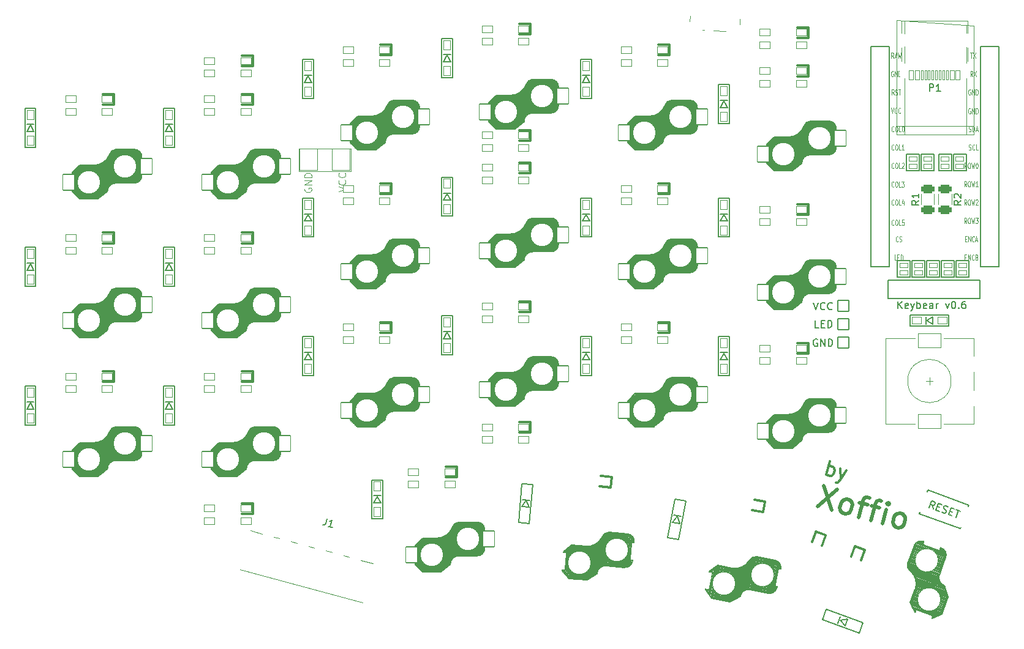
<source format=gto>
G04 #@! TF.GenerationSoftware,KiCad,Pcbnew,7.0.7*
G04 #@! TF.CreationDate,2024-01-28T17:29:48-05:00*
G04 #@! TF.ProjectId,keybear-chocolate,6b657962-6561-4722-9d63-686f636f6c61,v1.0.0*
G04 #@! TF.SameCoordinates,Original*
G04 #@! TF.FileFunction,Legend,Top*
G04 #@! TF.FilePolarity,Positive*
%FSLAX46Y46*%
G04 Gerber Fmt 4.6, Leading zero omitted, Abs format (unit mm)*
G04 Created by KiCad (PCBNEW 7.0.7) date 2024-01-28 17:29:48*
%MOMM*%
%LPD*%
G01*
G04 APERTURE LIST*
G04 Aperture macros list*
%AMRoundRect*
0 Rectangle with rounded corners*
0 $1 Rounding radius*
0 $2 $3 $4 $5 $6 $7 $8 $9 X,Y pos of 4 corners*
0 Add a 4 corners polygon primitive as box body*
4,1,4,$2,$3,$4,$5,$6,$7,$8,$9,$2,$3,0*
0 Add four circle primitives for the rounded corners*
1,1,$1+$1,$2,$3*
1,1,$1+$1,$4,$5*
1,1,$1+$1,$6,$7*
1,1,$1+$1,$8,$9*
0 Add four rect primitives between the rounded corners*
20,1,$1+$1,$2,$3,$4,$5,0*
20,1,$1+$1,$4,$5,$6,$7,0*
20,1,$1+$1,$6,$7,$8,$9,0*
20,1,$1+$1,$8,$9,$2,$3,0*%
G04 Aperture macros list end*
%ADD10C,0.120000*%
%ADD11C,0.200000*%
%ADD12C,0.500000*%
%ADD13C,0.300000*%
%ADD14C,0.150000*%
%ADD15C,0.100000*%
%ADD16C,0.125000*%
%ADD17C,2.000000*%
%ADD18C,1.397000*%
%ADD19C,1.524000*%
%ADD20C,1.900000*%
%ADD21C,1.100000*%
%ADD22C,3.100000*%
%ADD23C,3.500000*%
%ADD24RoundRect,0.050000X0.800000X1.100000X-0.800000X1.100000X-0.800000X-1.100000X0.800000X-1.100000X0*%
%ADD25RoundRect,0.050000X-0.475000X0.650000X-0.475000X-0.650000X0.475000X-0.650000X0.475000X0.650000X0*%
%ADD26RoundRect,0.050000X-0.690000X-0.500000X0.690000X-0.500000X0.690000X0.500000X-0.690000X0.500000X0*%
%ADD27C,4.800000*%
%ADD28C,2.100000*%
%ADD29C,1.497000*%
%ADD30RoundRect,0.050000X0.571500X-0.317500X0.571500X0.317500X-0.571500X0.317500X-0.571500X-0.317500X0*%
%ADD31RoundRect,0.050000X0.233852X-0.819398X0.705840X0.477378X-0.233852X0.819398X-0.705840X-0.477378X0*%
%ADD32RoundRect,0.050000X-1.600000X-1.000000X1.600000X-1.000000X1.600000X1.000000X-1.600000X1.000000X0*%
%ADD33RoundRect,0.050000X1.250000X-1.500000X1.250000X1.500000X-1.250000X1.500000X-1.250000X-1.500000X0*%
%ADD34C,1.624000*%
%ADD35RoundRect,0.050000X-0.760046X1.127976X-1.307278X-0.375532X0.760046X-1.127976X1.307278X0.375532X0*%
%ADD36RoundRect,0.050000X-0.730952X-0.437960X0.643796X-0.558235X0.730952X0.437960X-0.643796X0.558235X0*%
%ADD37RoundRect,0.050000X0.995192X0.927143X-0.575412X1.232437X-0.995192X-0.927143X0.575412X-1.232437X0*%
%ADD38RoundRect,0.050000X-0.571500X0.317500X-0.571500X-0.317500X0.571500X-0.317500X0.571500X0.317500X0*%
%ADD39RoundRect,0.050000X-0.773260X-0.224041X0.448341X-0.668667X0.773260X0.224041X-0.448341X0.668667X0*%
%ADD40RoundRect,0.050000X-0.772727X-0.359155X0.581918X-0.622472X0.772727X0.359155X-0.581918X0.622472X0*%
%ADD41RoundRect,0.050000X-0.650000X-0.475000X0.650000X-0.475000X0.650000X0.475000X-0.650000X0.475000X0*%
%ADD42RoundRect,0.050000X-1.116140X-1.460901X0.236156X-1.823247X1.116140X1.460901X-0.236156X1.823247X0*%
%ADD43RoundRect,0.050000X-0.342247X0.728692X-0.590299X-0.547423X0.342247X-0.728692X0.590299X0.547423X0*%
%ADD44RoundRect,0.050000X-0.762000X-0.762000X0.762000X-0.762000X0.762000X0.762000X-0.762000X0.762000X0*%
%ADD45RoundRect,0.300000X0.625000X-0.312500X0.625000X0.312500X-0.625000X0.312500X-0.625000X-0.312500X0*%
%ADD46RoundRect,0.050000X0.892827X1.026090X-0.701084X1.165539X-0.892827X-1.026090X0.701084X-1.165539X0*%
%ADD47C,0.750000*%
%ADD48RoundRect,0.050000X0.300000X0.620000X-0.300000X0.620000X-0.300000X-0.620000X0.300000X-0.620000X0*%
%ADD49RoundRect,0.050000X0.150000X0.620000X-0.150000X0.620000X-0.150000X-0.620000X0.150000X-0.620000X0*%
%ADD50O,1.100000X2.200000*%
%ADD51O,1.100000X1.900000*%
%ADD52RoundRect,0.050000X-0.416541X0.688926X-0.529844X-0.606128X0.416541X-0.688926X0.529844X0.606128X0*%
%ADD53RoundRect,0.050000X-0.523487X-0.368730X0.474648X-0.429778X0.523487X0.368730X-0.474648X0.429778X0*%
%ADD54C,1.000000*%
%ADD55RoundRect,0.050000X-0.395134X-0.727234X0.303561X-0.769968X0.395134X0.727234X-0.303561X0.769968X0*%
G04 APERTURE END LIST*
D10*
X262788400Y-110896400D02*
X262788400Y-95199200D01*
X261620000Y-109728000D02*
X272288000Y-109728000D01*
X271322800Y-110896400D02*
X271322800Y-95758000D01*
X272288000Y-95808800D02*
X272288000Y-110896400D01*
X261620000Y-110896400D01*
X261620000Y-108712000D01*
X261620000Y-95123000D01*
X272288000Y-95808800D01*
D11*
X261862673Y-134995219D02*
X261862673Y-133995219D01*
X262434101Y-134995219D02*
X262005530Y-134423790D01*
X262434101Y-133995219D02*
X261862673Y-134566647D01*
X263243625Y-134947600D02*
X263148387Y-134995219D01*
X263148387Y-134995219D02*
X262957911Y-134995219D01*
X262957911Y-134995219D02*
X262862673Y-134947600D01*
X262862673Y-134947600D02*
X262815054Y-134852361D01*
X262815054Y-134852361D02*
X262815054Y-134471409D01*
X262815054Y-134471409D02*
X262862673Y-134376171D01*
X262862673Y-134376171D02*
X262957911Y-134328552D01*
X262957911Y-134328552D02*
X263148387Y-134328552D01*
X263148387Y-134328552D02*
X263243625Y-134376171D01*
X263243625Y-134376171D02*
X263291244Y-134471409D01*
X263291244Y-134471409D02*
X263291244Y-134566647D01*
X263291244Y-134566647D02*
X262815054Y-134661885D01*
X263624578Y-134328552D02*
X263862673Y-134995219D01*
X264100768Y-134328552D02*
X263862673Y-134995219D01*
X263862673Y-134995219D02*
X263767435Y-135233314D01*
X263767435Y-135233314D02*
X263719816Y-135280933D01*
X263719816Y-135280933D02*
X263624578Y-135328552D01*
X264481721Y-134995219D02*
X264481721Y-133995219D01*
X264481721Y-134376171D02*
X264576959Y-134328552D01*
X264576959Y-134328552D02*
X264767435Y-134328552D01*
X264767435Y-134328552D02*
X264862673Y-134376171D01*
X264862673Y-134376171D02*
X264910292Y-134423790D01*
X264910292Y-134423790D02*
X264957911Y-134519028D01*
X264957911Y-134519028D02*
X264957911Y-134804742D01*
X264957911Y-134804742D02*
X264910292Y-134899980D01*
X264910292Y-134899980D02*
X264862673Y-134947600D01*
X264862673Y-134947600D02*
X264767435Y-134995219D01*
X264767435Y-134995219D02*
X264576959Y-134995219D01*
X264576959Y-134995219D02*
X264481721Y-134947600D01*
X265767435Y-134947600D02*
X265672197Y-134995219D01*
X265672197Y-134995219D02*
X265481721Y-134995219D01*
X265481721Y-134995219D02*
X265386483Y-134947600D01*
X265386483Y-134947600D02*
X265338864Y-134852361D01*
X265338864Y-134852361D02*
X265338864Y-134471409D01*
X265338864Y-134471409D02*
X265386483Y-134376171D01*
X265386483Y-134376171D02*
X265481721Y-134328552D01*
X265481721Y-134328552D02*
X265672197Y-134328552D01*
X265672197Y-134328552D02*
X265767435Y-134376171D01*
X265767435Y-134376171D02*
X265815054Y-134471409D01*
X265815054Y-134471409D02*
X265815054Y-134566647D01*
X265815054Y-134566647D02*
X265338864Y-134661885D01*
X266672197Y-134995219D02*
X266672197Y-134471409D01*
X266672197Y-134471409D02*
X266624578Y-134376171D01*
X266624578Y-134376171D02*
X266529340Y-134328552D01*
X266529340Y-134328552D02*
X266338864Y-134328552D01*
X266338864Y-134328552D02*
X266243626Y-134376171D01*
X266672197Y-134947600D02*
X266576959Y-134995219D01*
X266576959Y-134995219D02*
X266338864Y-134995219D01*
X266338864Y-134995219D02*
X266243626Y-134947600D01*
X266243626Y-134947600D02*
X266196007Y-134852361D01*
X266196007Y-134852361D02*
X266196007Y-134757123D01*
X266196007Y-134757123D02*
X266243626Y-134661885D01*
X266243626Y-134661885D02*
X266338864Y-134614266D01*
X266338864Y-134614266D02*
X266576959Y-134614266D01*
X266576959Y-134614266D02*
X266672197Y-134566647D01*
X267148388Y-134995219D02*
X267148388Y-134328552D01*
X267148388Y-134519028D02*
X267196007Y-134423790D01*
X267196007Y-134423790D02*
X267243626Y-134376171D01*
X267243626Y-134376171D02*
X267338864Y-134328552D01*
X267338864Y-134328552D02*
X267434102Y-134328552D01*
X268434103Y-134328552D02*
X268672198Y-134995219D01*
X268672198Y-134995219D02*
X268910293Y-134328552D01*
X269481722Y-133995219D02*
X269576960Y-133995219D01*
X269576960Y-133995219D02*
X269672198Y-134042838D01*
X269672198Y-134042838D02*
X269719817Y-134090457D01*
X269719817Y-134090457D02*
X269767436Y-134185695D01*
X269767436Y-134185695D02*
X269815055Y-134376171D01*
X269815055Y-134376171D02*
X269815055Y-134614266D01*
X269815055Y-134614266D02*
X269767436Y-134804742D01*
X269767436Y-134804742D02*
X269719817Y-134899980D01*
X269719817Y-134899980D02*
X269672198Y-134947600D01*
X269672198Y-134947600D02*
X269576960Y-134995219D01*
X269576960Y-134995219D02*
X269481722Y-134995219D01*
X269481722Y-134995219D02*
X269386484Y-134947600D01*
X269386484Y-134947600D02*
X269338865Y-134899980D01*
X269338865Y-134899980D02*
X269291246Y-134804742D01*
X269291246Y-134804742D02*
X269243627Y-134614266D01*
X269243627Y-134614266D02*
X269243627Y-134376171D01*
X269243627Y-134376171D02*
X269291246Y-134185695D01*
X269291246Y-134185695D02*
X269338865Y-134090457D01*
X269338865Y-134090457D02*
X269386484Y-134042838D01*
X269386484Y-134042838D02*
X269481722Y-133995219D01*
X270243627Y-134899980D02*
X270291246Y-134947600D01*
X270291246Y-134947600D02*
X270243627Y-134995219D01*
X270243627Y-134995219D02*
X270196008Y-134947600D01*
X270196008Y-134947600D02*
X270243627Y-134899980D01*
X270243627Y-134899980D02*
X270243627Y-134995219D01*
X271148388Y-133995219D02*
X270957912Y-133995219D01*
X270957912Y-133995219D02*
X270862674Y-134042838D01*
X270862674Y-134042838D02*
X270815055Y-134090457D01*
X270815055Y-134090457D02*
X270719817Y-134233314D01*
X270719817Y-134233314D02*
X270672198Y-134423790D01*
X270672198Y-134423790D02*
X270672198Y-134804742D01*
X270672198Y-134804742D02*
X270719817Y-134899980D01*
X270719817Y-134899980D02*
X270767436Y-134947600D01*
X270767436Y-134947600D02*
X270862674Y-134995219D01*
X270862674Y-134995219D02*
X271053150Y-134995219D01*
X271053150Y-134995219D02*
X271148388Y-134947600D01*
X271148388Y-134947600D02*
X271196007Y-134899980D01*
X271196007Y-134899980D02*
X271243626Y-134804742D01*
X271243626Y-134804742D02*
X271243626Y-134566647D01*
X271243626Y-134566647D02*
X271196007Y-134471409D01*
X271196007Y-134471409D02*
X271148388Y-134423790D01*
X271148388Y-134423790D02*
X271053150Y-134376171D01*
X271053150Y-134376171D02*
X270862674Y-134376171D01*
X270862674Y-134376171D02*
X270767436Y-134423790D01*
X270767436Y-134423790D02*
X270719817Y-134471409D01*
X270719817Y-134471409D02*
X270672198Y-134566647D01*
D12*
X251545916Y-159478535D02*
X252701311Y-162893951D01*
X253477768Y-159996173D02*
X250769459Y-162376313D01*
X254219194Y-163300667D02*
X253980190Y-163088729D01*
X253980190Y-163088729D02*
X253879174Y-162913765D01*
X253879174Y-162913765D02*
X253815133Y-162600812D01*
X253815133Y-162600812D02*
X254036978Y-161772876D01*
X254036978Y-161772876D02*
X254248916Y-161533871D01*
X254248916Y-161533871D02*
X254423879Y-161432856D01*
X254423879Y-161432856D02*
X254736832Y-161368815D01*
X254736832Y-161368815D02*
X255150801Y-161479737D01*
X255150801Y-161479737D02*
X255389805Y-161691675D01*
X255389805Y-161691675D02*
X255490820Y-161866639D01*
X255490820Y-161866639D02*
X255554862Y-162179592D01*
X255554862Y-162179592D02*
X255333017Y-163007528D01*
X255333017Y-163007528D02*
X255121079Y-163246533D01*
X255121079Y-163246533D02*
X254946115Y-163347548D01*
X254946115Y-163347548D02*
X254633162Y-163411589D01*
X254633162Y-163411589D02*
X254219194Y-163300667D01*
X256530695Y-161849479D02*
X257634610Y-162145272D01*
X256427025Y-163892253D02*
X257092560Y-161408444D01*
X257092560Y-161408444D02*
X257304497Y-161169439D01*
X257304497Y-161169439D02*
X257617450Y-161105398D01*
X257617450Y-161105398D02*
X257893429Y-161179346D01*
X258186568Y-162293169D02*
X259290483Y-162588962D01*
X258082898Y-164335943D02*
X258748433Y-161852134D01*
X258748433Y-161852134D02*
X258960370Y-161613129D01*
X258960370Y-161613129D02*
X259273323Y-161549088D01*
X259273323Y-161549088D02*
X259549302Y-161623036D01*
X259738771Y-164779633D02*
X260256409Y-162847781D01*
X260515228Y-161881855D02*
X260340265Y-161982871D01*
X260340265Y-161982871D02*
X260441280Y-162157834D01*
X260441280Y-162157834D02*
X260616244Y-162056819D01*
X260616244Y-162056819D02*
X260515228Y-161881855D01*
X260515228Y-161881855D02*
X260441280Y-162157834D01*
X261532633Y-165260297D02*
X261293628Y-165048359D01*
X261293628Y-165048359D02*
X261192613Y-164873395D01*
X261192613Y-164873395D02*
X261128572Y-164560442D01*
X261128572Y-164560442D02*
X261350417Y-163732506D01*
X261350417Y-163732506D02*
X261562355Y-163493501D01*
X261562355Y-163493501D02*
X261737318Y-163392486D01*
X261737318Y-163392486D02*
X262050271Y-163328445D01*
X262050271Y-163328445D02*
X262464239Y-163439367D01*
X262464239Y-163439367D02*
X262703244Y-163651305D01*
X262703244Y-163651305D02*
X262804259Y-163826269D01*
X262804259Y-163826269D02*
X262868300Y-164139222D01*
X262868300Y-164139222D02*
X262646455Y-164967158D01*
X262646455Y-164967158D02*
X262434518Y-165206163D01*
X262434518Y-165206163D02*
X262259554Y-165307178D01*
X262259554Y-165307178D02*
X261946601Y-165371219D01*
X261946601Y-165371219D02*
X261532633Y-165260297D01*
D13*
X251923994Y-158037839D02*
X252441632Y-156105987D01*
X252244436Y-156841931D02*
X252453072Y-156799237D01*
X252453072Y-156799237D02*
X252821043Y-156897834D01*
X252821043Y-156897834D02*
X252980380Y-157039126D01*
X252980380Y-157039126D02*
X253047723Y-157155769D01*
X253047723Y-157155769D02*
X253090417Y-157364404D01*
X253090417Y-157364404D02*
X252942521Y-157916362D01*
X252942521Y-157916362D02*
X252801229Y-158075698D01*
X252801229Y-158075698D02*
X252684587Y-158143042D01*
X252684587Y-158143042D02*
X252475951Y-158185736D01*
X252475951Y-158185736D02*
X252107980Y-158087138D01*
X252107980Y-158087138D02*
X251948643Y-157945846D01*
X253832966Y-157168978D02*
X253947838Y-158580127D01*
X254752895Y-157415473D02*
X253947838Y-158580127D01*
X253947838Y-158580127D02*
X253640605Y-158990792D01*
X253640605Y-158990792D02*
X253523963Y-159058136D01*
X253523963Y-159058136D02*
X253315328Y-159100830D01*
D14*
X266703650Y-162744646D02*
X266553286Y-162183167D01*
X266166683Y-162549206D02*
X266508703Y-161609513D01*
X266508703Y-161609513D02*
X266866681Y-161739807D01*
X266866681Y-161739807D02*
X266939889Y-161817127D01*
X266939889Y-161817127D02*
X266968350Y-161878161D01*
X266968350Y-161878161D02*
X266980524Y-161983942D01*
X266980524Y-161983942D02*
X266931664Y-162118184D01*
X266931664Y-162118184D02*
X266854343Y-162191392D01*
X266854343Y-162191392D02*
X266793309Y-162219853D01*
X266793309Y-162219853D02*
X266687528Y-162232027D01*
X266687528Y-162232027D02*
X266329550Y-162101733D01*
X267285529Y-162399006D02*
X267598760Y-162513013D01*
X267553848Y-163054093D02*
X267106376Y-162891226D01*
X267106376Y-162891226D02*
X267448396Y-161951533D01*
X267448396Y-161951533D02*
X267895869Y-162114400D01*
X267928113Y-163139639D02*
X268046068Y-163233246D01*
X268046068Y-163233246D02*
X268269805Y-163314680D01*
X268269805Y-163314680D02*
X268375586Y-163302506D01*
X268375586Y-163302506D02*
X268436620Y-163274045D01*
X268436620Y-163274045D02*
X268513941Y-163200837D01*
X268513941Y-163200837D02*
X268546514Y-163111343D01*
X268546514Y-163111343D02*
X268534340Y-163005561D01*
X268534340Y-163005561D02*
X268505879Y-162944528D01*
X268505879Y-162944528D02*
X268432672Y-162867207D01*
X268432672Y-162867207D02*
X268269969Y-162757313D01*
X268269969Y-162757313D02*
X268196761Y-162679992D01*
X268196761Y-162679992D02*
X268168301Y-162618958D01*
X268168301Y-162618958D02*
X268156127Y-162513177D01*
X268156127Y-162513177D02*
X268188700Y-162423683D01*
X268188700Y-162423683D02*
X268266021Y-162350475D01*
X268266021Y-162350475D02*
X268327055Y-162322014D01*
X268327055Y-162322014D02*
X268432836Y-162309840D01*
X268432836Y-162309840D02*
X268656572Y-162391274D01*
X268656572Y-162391274D02*
X268774527Y-162484881D01*
X269030673Y-163034186D02*
X269343904Y-163148193D01*
X269298992Y-163689273D02*
X268851519Y-163526406D01*
X268851519Y-163526406D02*
X269193539Y-162586714D01*
X269193539Y-162586714D02*
X269641012Y-162749580D01*
X269909496Y-162847301D02*
X270446463Y-163042741D01*
X269835959Y-163884713D02*
X270177979Y-162945021D01*
D15*
X184495619Y-118787172D02*
X185495619Y-118453839D01*
X185495619Y-118453839D02*
X184495619Y-118120506D01*
X185400380Y-117215744D02*
X185448000Y-117263363D01*
X185448000Y-117263363D02*
X185495619Y-117406220D01*
X185495619Y-117406220D02*
X185495619Y-117501458D01*
X185495619Y-117501458D02*
X185448000Y-117644315D01*
X185448000Y-117644315D02*
X185352761Y-117739553D01*
X185352761Y-117739553D02*
X185257523Y-117787172D01*
X185257523Y-117787172D02*
X185067047Y-117834791D01*
X185067047Y-117834791D02*
X184924190Y-117834791D01*
X184924190Y-117834791D02*
X184733714Y-117787172D01*
X184733714Y-117787172D02*
X184638476Y-117739553D01*
X184638476Y-117739553D02*
X184543238Y-117644315D01*
X184543238Y-117644315D02*
X184495619Y-117501458D01*
X184495619Y-117501458D02*
X184495619Y-117406220D01*
X184495619Y-117406220D02*
X184543238Y-117263363D01*
X184543238Y-117263363D02*
X184590857Y-117215744D01*
X185400380Y-116215744D02*
X185448000Y-116263363D01*
X185448000Y-116263363D02*
X185495619Y-116406220D01*
X185495619Y-116406220D02*
X185495619Y-116501458D01*
X185495619Y-116501458D02*
X185448000Y-116644315D01*
X185448000Y-116644315D02*
X185352761Y-116739553D01*
X185352761Y-116739553D02*
X185257523Y-116787172D01*
X185257523Y-116787172D02*
X185067047Y-116834791D01*
X185067047Y-116834791D02*
X184924190Y-116834791D01*
X184924190Y-116834791D02*
X184733714Y-116787172D01*
X184733714Y-116787172D02*
X184638476Y-116739553D01*
X184638476Y-116739553D02*
X184543238Y-116644315D01*
X184543238Y-116644315D02*
X184495619Y-116501458D01*
X184495619Y-116501458D02*
X184495619Y-116406220D01*
X184495619Y-116406220D02*
X184543238Y-116263363D01*
X184543238Y-116263363D02*
X184590857Y-116215744D01*
X179830836Y-118330438D02*
X179783217Y-118425676D01*
X179783217Y-118425676D02*
X179783217Y-118568533D01*
X179783217Y-118568533D02*
X179830836Y-118711390D01*
X179830836Y-118711390D02*
X179926074Y-118806628D01*
X179926074Y-118806628D02*
X180021312Y-118854247D01*
X180021312Y-118854247D02*
X180211788Y-118901866D01*
X180211788Y-118901866D02*
X180354645Y-118901866D01*
X180354645Y-118901866D02*
X180545121Y-118854247D01*
X180545121Y-118854247D02*
X180640359Y-118806628D01*
X180640359Y-118806628D02*
X180735598Y-118711390D01*
X180735598Y-118711390D02*
X180783217Y-118568533D01*
X180783217Y-118568533D02*
X180783217Y-118473295D01*
X180783217Y-118473295D02*
X180735598Y-118330438D01*
X180735598Y-118330438D02*
X180687978Y-118282819D01*
X180687978Y-118282819D02*
X180354645Y-118282819D01*
X180354645Y-118282819D02*
X180354645Y-118473295D01*
X180783217Y-117854247D02*
X179783217Y-117854247D01*
X179783217Y-117854247D02*
X180783217Y-117282819D01*
X180783217Y-117282819D02*
X179783217Y-117282819D01*
X180783217Y-116806628D02*
X179783217Y-116806628D01*
X179783217Y-116806628D02*
X179783217Y-116568533D01*
X179783217Y-116568533D02*
X179830836Y-116425676D01*
X179830836Y-116425676D02*
X179926074Y-116330438D01*
X179926074Y-116330438D02*
X180021312Y-116282819D01*
X180021312Y-116282819D02*
X180211788Y-116235200D01*
X180211788Y-116235200D02*
X180354645Y-116235200D01*
X180354645Y-116235200D02*
X180545121Y-116282819D01*
X180545121Y-116282819D02*
X180640359Y-116330438D01*
X180640359Y-116330438D02*
X180735598Y-116425676D01*
X180735598Y-116425676D02*
X180783217Y-116568533D01*
X180783217Y-116568533D02*
X180783217Y-116806628D01*
D16*
X261272380Y-118109035D02*
X261248571Y-118144750D01*
X261248571Y-118144750D02*
X261177142Y-118180464D01*
X261177142Y-118180464D02*
X261129523Y-118180464D01*
X261129523Y-118180464D02*
X261058095Y-118144750D01*
X261058095Y-118144750D02*
X261010476Y-118073321D01*
X261010476Y-118073321D02*
X260986666Y-118001892D01*
X260986666Y-118001892D02*
X260962857Y-117859035D01*
X260962857Y-117859035D02*
X260962857Y-117751892D01*
X260962857Y-117751892D02*
X260986666Y-117609035D01*
X260986666Y-117609035D02*
X261010476Y-117537607D01*
X261010476Y-117537607D02*
X261058095Y-117466178D01*
X261058095Y-117466178D02*
X261129523Y-117430464D01*
X261129523Y-117430464D02*
X261177142Y-117430464D01*
X261177142Y-117430464D02*
X261248571Y-117466178D01*
X261248571Y-117466178D02*
X261272380Y-117501892D01*
X261581904Y-117430464D02*
X261677142Y-117430464D01*
X261677142Y-117430464D02*
X261724761Y-117466178D01*
X261724761Y-117466178D02*
X261772380Y-117537607D01*
X261772380Y-117537607D02*
X261796190Y-117680464D01*
X261796190Y-117680464D02*
X261796190Y-117930464D01*
X261796190Y-117930464D02*
X261772380Y-118073321D01*
X261772380Y-118073321D02*
X261724761Y-118144750D01*
X261724761Y-118144750D02*
X261677142Y-118180464D01*
X261677142Y-118180464D02*
X261581904Y-118180464D01*
X261581904Y-118180464D02*
X261534285Y-118144750D01*
X261534285Y-118144750D02*
X261486666Y-118073321D01*
X261486666Y-118073321D02*
X261462857Y-117930464D01*
X261462857Y-117930464D02*
X261462857Y-117680464D01*
X261462857Y-117680464D02*
X261486666Y-117537607D01*
X261486666Y-117537607D02*
X261534285Y-117466178D01*
X261534285Y-117466178D02*
X261581904Y-117430464D01*
X262248571Y-118180464D02*
X262010476Y-118180464D01*
X262010476Y-118180464D02*
X262010476Y-117430464D01*
X262367619Y-117430464D02*
X262677143Y-117430464D01*
X262677143Y-117430464D02*
X262510476Y-117716178D01*
X262510476Y-117716178D02*
X262581905Y-117716178D01*
X262581905Y-117716178D02*
X262629524Y-117751892D01*
X262629524Y-117751892D02*
X262653333Y-117787607D01*
X262653333Y-117787607D02*
X262677143Y-117859035D01*
X262677143Y-117859035D02*
X262677143Y-118037607D01*
X262677143Y-118037607D02*
X262653333Y-118109035D01*
X262653333Y-118109035D02*
X262629524Y-118144750D01*
X262629524Y-118144750D02*
X262581905Y-118180464D01*
X262581905Y-118180464D02*
X262439048Y-118180464D01*
X262439048Y-118180464D02*
X262391429Y-118144750D01*
X262391429Y-118144750D02*
X262367619Y-118109035D01*
X261853066Y-125681035D02*
X261829257Y-125716750D01*
X261829257Y-125716750D02*
X261757828Y-125752464D01*
X261757828Y-125752464D02*
X261710209Y-125752464D01*
X261710209Y-125752464D02*
X261638781Y-125716750D01*
X261638781Y-125716750D02*
X261591162Y-125645321D01*
X261591162Y-125645321D02*
X261567352Y-125573892D01*
X261567352Y-125573892D02*
X261543543Y-125431035D01*
X261543543Y-125431035D02*
X261543543Y-125323892D01*
X261543543Y-125323892D02*
X261567352Y-125181035D01*
X261567352Y-125181035D02*
X261591162Y-125109607D01*
X261591162Y-125109607D02*
X261638781Y-125038178D01*
X261638781Y-125038178D02*
X261710209Y-125002464D01*
X261710209Y-125002464D02*
X261757828Y-125002464D01*
X261757828Y-125002464D02*
X261829257Y-125038178D01*
X261829257Y-125038178D02*
X261853066Y-125073892D01*
X262043543Y-125716750D02*
X262114971Y-125752464D01*
X262114971Y-125752464D02*
X262234019Y-125752464D01*
X262234019Y-125752464D02*
X262281638Y-125716750D01*
X262281638Y-125716750D02*
X262305447Y-125681035D01*
X262305447Y-125681035D02*
X262329257Y-125609607D01*
X262329257Y-125609607D02*
X262329257Y-125538178D01*
X262329257Y-125538178D02*
X262305447Y-125466750D01*
X262305447Y-125466750D02*
X262281638Y-125431035D01*
X262281638Y-125431035D02*
X262234019Y-125395321D01*
X262234019Y-125395321D02*
X262138781Y-125359607D01*
X262138781Y-125359607D02*
X262091162Y-125323892D01*
X262091162Y-125323892D02*
X262067352Y-125288178D01*
X262067352Y-125288178D02*
X262043543Y-125216750D01*
X262043543Y-125216750D02*
X262043543Y-125145321D01*
X262043543Y-125145321D02*
X262067352Y-125073892D01*
X262067352Y-125073892D02*
X262091162Y-125038178D01*
X262091162Y-125038178D02*
X262138781Y-125002464D01*
X262138781Y-125002464D02*
X262257828Y-125002464D01*
X262257828Y-125002464D02*
X262329257Y-125038178D01*
X261272380Y-112981035D02*
X261248571Y-113016750D01*
X261248571Y-113016750D02*
X261177142Y-113052464D01*
X261177142Y-113052464D02*
X261129523Y-113052464D01*
X261129523Y-113052464D02*
X261058095Y-113016750D01*
X261058095Y-113016750D02*
X261010476Y-112945321D01*
X261010476Y-112945321D02*
X260986666Y-112873892D01*
X260986666Y-112873892D02*
X260962857Y-112731035D01*
X260962857Y-112731035D02*
X260962857Y-112623892D01*
X260962857Y-112623892D02*
X260986666Y-112481035D01*
X260986666Y-112481035D02*
X261010476Y-112409607D01*
X261010476Y-112409607D02*
X261058095Y-112338178D01*
X261058095Y-112338178D02*
X261129523Y-112302464D01*
X261129523Y-112302464D02*
X261177142Y-112302464D01*
X261177142Y-112302464D02*
X261248571Y-112338178D01*
X261248571Y-112338178D02*
X261272380Y-112373892D01*
X261581904Y-112302464D02*
X261677142Y-112302464D01*
X261677142Y-112302464D02*
X261724761Y-112338178D01*
X261724761Y-112338178D02*
X261772380Y-112409607D01*
X261772380Y-112409607D02*
X261796190Y-112552464D01*
X261796190Y-112552464D02*
X261796190Y-112802464D01*
X261796190Y-112802464D02*
X261772380Y-112945321D01*
X261772380Y-112945321D02*
X261724761Y-113016750D01*
X261724761Y-113016750D02*
X261677142Y-113052464D01*
X261677142Y-113052464D02*
X261581904Y-113052464D01*
X261581904Y-113052464D02*
X261534285Y-113016750D01*
X261534285Y-113016750D02*
X261486666Y-112945321D01*
X261486666Y-112945321D02*
X261462857Y-112802464D01*
X261462857Y-112802464D02*
X261462857Y-112552464D01*
X261462857Y-112552464D02*
X261486666Y-112409607D01*
X261486666Y-112409607D02*
X261534285Y-112338178D01*
X261534285Y-112338178D02*
X261581904Y-112302464D01*
X262248571Y-113052464D02*
X262010476Y-113052464D01*
X262010476Y-113052464D02*
X262010476Y-112302464D01*
X262677143Y-113052464D02*
X262391429Y-113052464D01*
X262534286Y-113052464D02*
X262534286Y-112302464D01*
X262534286Y-112302464D02*
X262486667Y-112409607D01*
X262486667Y-112409607D02*
X262439048Y-112481035D01*
X262439048Y-112481035D02*
X262391429Y-112516750D01*
X271325447Y-118132464D02*
X271158781Y-117775321D01*
X271039733Y-118132464D02*
X271039733Y-117382464D01*
X271039733Y-117382464D02*
X271230209Y-117382464D01*
X271230209Y-117382464D02*
X271277828Y-117418178D01*
X271277828Y-117418178D02*
X271301638Y-117453892D01*
X271301638Y-117453892D02*
X271325447Y-117525321D01*
X271325447Y-117525321D02*
X271325447Y-117632464D01*
X271325447Y-117632464D02*
X271301638Y-117703892D01*
X271301638Y-117703892D02*
X271277828Y-117739607D01*
X271277828Y-117739607D02*
X271230209Y-117775321D01*
X271230209Y-117775321D02*
X271039733Y-117775321D01*
X271634971Y-117382464D02*
X271730209Y-117382464D01*
X271730209Y-117382464D02*
X271777828Y-117418178D01*
X271777828Y-117418178D02*
X271825447Y-117489607D01*
X271825447Y-117489607D02*
X271849257Y-117632464D01*
X271849257Y-117632464D02*
X271849257Y-117882464D01*
X271849257Y-117882464D02*
X271825447Y-118025321D01*
X271825447Y-118025321D02*
X271777828Y-118096750D01*
X271777828Y-118096750D02*
X271730209Y-118132464D01*
X271730209Y-118132464D02*
X271634971Y-118132464D01*
X271634971Y-118132464D02*
X271587352Y-118096750D01*
X271587352Y-118096750D02*
X271539733Y-118025321D01*
X271539733Y-118025321D02*
X271515924Y-117882464D01*
X271515924Y-117882464D02*
X271515924Y-117632464D01*
X271515924Y-117632464D02*
X271539733Y-117489607D01*
X271539733Y-117489607D02*
X271587352Y-117418178D01*
X271587352Y-117418178D02*
X271634971Y-117382464D01*
X272015924Y-117382464D02*
X272134972Y-118132464D01*
X272134972Y-118132464D02*
X272230210Y-117596750D01*
X272230210Y-117596750D02*
X272325448Y-118132464D01*
X272325448Y-118132464D02*
X272444496Y-117382464D01*
X272896877Y-118132464D02*
X272611163Y-118132464D01*
X272754020Y-118132464D02*
X272754020Y-117382464D01*
X272754020Y-117382464D02*
X272706401Y-117489607D01*
X272706401Y-117489607D02*
X272658782Y-117561035D01*
X272658782Y-117561035D02*
X272611163Y-117596750D01*
X261272380Y-110441035D02*
X261248571Y-110476750D01*
X261248571Y-110476750D02*
X261177142Y-110512464D01*
X261177142Y-110512464D02*
X261129523Y-110512464D01*
X261129523Y-110512464D02*
X261058095Y-110476750D01*
X261058095Y-110476750D02*
X261010476Y-110405321D01*
X261010476Y-110405321D02*
X260986666Y-110333892D01*
X260986666Y-110333892D02*
X260962857Y-110191035D01*
X260962857Y-110191035D02*
X260962857Y-110083892D01*
X260962857Y-110083892D02*
X260986666Y-109941035D01*
X260986666Y-109941035D02*
X261010476Y-109869607D01*
X261010476Y-109869607D02*
X261058095Y-109798178D01*
X261058095Y-109798178D02*
X261129523Y-109762464D01*
X261129523Y-109762464D02*
X261177142Y-109762464D01*
X261177142Y-109762464D02*
X261248571Y-109798178D01*
X261248571Y-109798178D02*
X261272380Y-109833892D01*
X261581904Y-109762464D02*
X261677142Y-109762464D01*
X261677142Y-109762464D02*
X261724761Y-109798178D01*
X261724761Y-109798178D02*
X261772380Y-109869607D01*
X261772380Y-109869607D02*
X261796190Y-110012464D01*
X261796190Y-110012464D02*
X261796190Y-110262464D01*
X261796190Y-110262464D02*
X261772380Y-110405321D01*
X261772380Y-110405321D02*
X261724761Y-110476750D01*
X261724761Y-110476750D02*
X261677142Y-110512464D01*
X261677142Y-110512464D02*
X261581904Y-110512464D01*
X261581904Y-110512464D02*
X261534285Y-110476750D01*
X261534285Y-110476750D02*
X261486666Y-110405321D01*
X261486666Y-110405321D02*
X261462857Y-110262464D01*
X261462857Y-110262464D02*
X261462857Y-110012464D01*
X261462857Y-110012464D02*
X261486666Y-109869607D01*
X261486666Y-109869607D02*
X261534285Y-109798178D01*
X261534285Y-109798178D02*
X261581904Y-109762464D01*
X262248571Y-110512464D02*
X262010476Y-110512464D01*
X262010476Y-110512464D02*
X262010476Y-109762464D01*
X262510476Y-109762464D02*
X262558095Y-109762464D01*
X262558095Y-109762464D02*
X262605714Y-109798178D01*
X262605714Y-109798178D02*
X262629524Y-109833892D01*
X262629524Y-109833892D02*
X262653333Y-109905321D01*
X262653333Y-109905321D02*
X262677143Y-110048178D01*
X262677143Y-110048178D02*
X262677143Y-110226750D01*
X262677143Y-110226750D02*
X262653333Y-110369607D01*
X262653333Y-110369607D02*
X262629524Y-110441035D01*
X262629524Y-110441035D02*
X262605714Y-110476750D01*
X262605714Y-110476750D02*
X262558095Y-110512464D01*
X262558095Y-110512464D02*
X262510476Y-110512464D01*
X262510476Y-110512464D02*
X262462857Y-110476750D01*
X262462857Y-110476750D02*
X262439048Y-110441035D01*
X262439048Y-110441035D02*
X262415238Y-110369607D01*
X262415238Y-110369607D02*
X262391429Y-110226750D01*
X262391429Y-110226750D02*
X262391429Y-110048178D01*
X262391429Y-110048178D02*
X262415238Y-109905321D01*
X262415238Y-109905321D02*
X262439048Y-109833892D01*
X262439048Y-109833892D02*
X262462857Y-109798178D01*
X262462857Y-109798178D02*
X262510476Y-109762464D01*
X271626858Y-110476750D02*
X271698286Y-110512464D01*
X271698286Y-110512464D02*
X271817334Y-110512464D01*
X271817334Y-110512464D02*
X271864953Y-110476750D01*
X271864953Y-110476750D02*
X271888762Y-110441035D01*
X271888762Y-110441035D02*
X271912572Y-110369607D01*
X271912572Y-110369607D02*
X271912572Y-110298178D01*
X271912572Y-110298178D02*
X271888762Y-110226750D01*
X271888762Y-110226750D02*
X271864953Y-110191035D01*
X271864953Y-110191035D02*
X271817334Y-110155321D01*
X271817334Y-110155321D02*
X271722096Y-110119607D01*
X271722096Y-110119607D02*
X271674477Y-110083892D01*
X271674477Y-110083892D02*
X271650667Y-110048178D01*
X271650667Y-110048178D02*
X271626858Y-109976750D01*
X271626858Y-109976750D02*
X271626858Y-109905321D01*
X271626858Y-109905321D02*
X271650667Y-109833892D01*
X271650667Y-109833892D02*
X271674477Y-109798178D01*
X271674477Y-109798178D02*
X271722096Y-109762464D01*
X271722096Y-109762464D02*
X271841143Y-109762464D01*
X271841143Y-109762464D02*
X271912572Y-109798178D01*
X272126857Y-110512464D02*
X272126857Y-109762464D01*
X272126857Y-109762464D02*
X272245905Y-109762464D01*
X272245905Y-109762464D02*
X272317333Y-109798178D01*
X272317333Y-109798178D02*
X272364952Y-109869607D01*
X272364952Y-109869607D02*
X272388762Y-109941035D01*
X272388762Y-109941035D02*
X272412571Y-110083892D01*
X272412571Y-110083892D02*
X272412571Y-110191035D01*
X272412571Y-110191035D02*
X272388762Y-110333892D01*
X272388762Y-110333892D02*
X272364952Y-110405321D01*
X272364952Y-110405321D02*
X272317333Y-110476750D01*
X272317333Y-110476750D02*
X272245905Y-110512464D01*
X272245905Y-110512464D02*
X272126857Y-110512464D01*
X272603048Y-110298178D02*
X272841143Y-110298178D01*
X272555429Y-110512464D02*
X272722095Y-109762464D01*
X272722095Y-109762464D02*
X272888762Y-110512464D01*
X271853047Y-107321678D02*
X271805428Y-107285964D01*
X271805428Y-107285964D02*
X271733999Y-107285964D01*
X271733999Y-107285964D02*
X271662571Y-107321678D01*
X271662571Y-107321678D02*
X271614952Y-107393107D01*
X271614952Y-107393107D02*
X271591142Y-107464535D01*
X271591142Y-107464535D02*
X271567333Y-107607392D01*
X271567333Y-107607392D02*
X271567333Y-107714535D01*
X271567333Y-107714535D02*
X271591142Y-107857392D01*
X271591142Y-107857392D02*
X271614952Y-107928821D01*
X271614952Y-107928821D02*
X271662571Y-108000250D01*
X271662571Y-108000250D02*
X271733999Y-108035964D01*
X271733999Y-108035964D02*
X271781618Y-108035964D01*
X271781618Y-108035964D02*
X271853047Y-108000250D01*
X271853047Y-108000250D02*
X271876856Y-107964535D01*
X271876856Y-107964535D02*
X271876856Y-107714535D01*
X271876856Y-107714535D02*
X271781618Y-107714535D01*
X272091142Y-108035964D02*
X272091142Y-107285964D01*
X272091142Y-107285964D02*
X272376856Y-108035964D01*
X272376856Y-108035964D02*
X272376856Y-107285964D01*
X272614952Y-108035964D02*
X272614952Y-107285964D01*
X272614952Y-107285964D02*
X272734000Y-107285964D01*
X272734000Y-107285964D02*
X272805428Y-107321678D01*
X272805428Y-107321678D02*
X272853047Y-107393107D01*
X272853047Y-107393107D02*
X272876857Y-107464535D01*
X272876857Y-107464535D02*
X272900666Y-107607392D01*
X272900666Y-107607392D02*
X272900666Y-107714535D01*
X272900666Y-107714535D02*
X272876857Y-107857392D01*
X272876857Y-107857392D02*
X272853047Y-107928821D01*
X272853047Y-107928821D02*
X272805428Y-108000250D01*
X272805428Y-108000250D02*
X272734000Y-108035964D01*
X272734000Y-108035964D02*
X272614952Y-108035964D01*
X271325447Y-115592464D02*
X271158781Y-115235321D01*
X271039733Y-115592464D02*
X271039733Y-114842464D01*
X271039733Y-114842464D02*
X271230209Y-114842464D01*
X271230209Y-114842464D02*
X271277828Y-114878178D01*
X271277828Y-114878178D02*
X271301638Y-114913892D01*
X271301638Y-114913892D02*
X271325447Y-114985321D01*
X271325447Y-114985321D02*
X271325447Y-115092464D01*
X271325447Y-115092464D02*
X271301638Y-115163892D01*
X271301638Y-115163892D02*
X271277828Y-115199607D01*
X271277828Y-115199607D02*
X271230209Y-115235321D01*
X271230209Y-115235321D02*
X271039733Y-115235321D01*
X271634971Y-114842464D02*
X271730209Y-114842464D01*
X271730209Y-114842464D02*
X271777828Y-114878178D01*
X271777828Y-114878178D02*
X271825447Y-114949607D01*
X271825447Y-114949607D02*
X271849257Y-115092464D01*
X271849257Y-115092464D02*
X271849257Y-115342464D01*
X271849257Y-115342464D02*
X271825447Y-115485321D01*
X271825447Y-115485321D02*
X271777828Y-115556750D01*
X271777828Y-115556750D02*
X271730209Y-115592464D01*
X271730209Y-115592464D02*
X271634971Y-115592464D01*
X271634971Y-115592464D02*
X271587352Y-115556750D01*
X271587352Y-115556750D02*
X271539733Y-115485321D01*
X271539733Y-115485321D02*
X271515924Y-115342464D01*
X271515924Y-115342464D02*
X271515924Y-115092464D01*
X271515924Y-115092464D02*
X271539733Y-114949607D01*
X271539733Y-114949607D02*
X271587352Y-114878178D01*
X271587352Y-114878178D02*
X271634971Y-114842464D01*
X272015924Y-114842464D02*
X272134972Y-115592464D01*
X272134972Y-115592464D02*
X272230210Y-115056750D01*
X272230210Y-115056750D02*
X272325448Y-115592464D01*
X272325448Y-115592464D02*
X272444496Y-114842464D01*
X272730210Y-114842464D02*
X272777829Y-114842464D01*
X272777829Y-114842464D02*
X272825448Y-114878178D01*
X272825448Y-114878178D02*
X272849258Y-114913892D01*
X272849258Y-114913892D02*
X272873067Y-114985321D01*
X272873067Y-114985321D02*
X272896877Y-115128178D01*
X272896877Y-115128178D02*
X272896877Y-115306750D01*
X272896877Y-115306750D02*
X272873067Y-115449607D01*
X272873067Y-115449607D02*
X272849258Y-115521035D01*
X272849258Y-115521035D02*
X272825448Y-115556750D01*
X272825448Y-115556750D02*
X272777829Y-115592464D01*
X272777829Y-115592464D02*
X272730210Y-115592464D01*
X272730210Y-115592464D02*
X272682591Y-115556750D01*
X272682591Y-115556750D02*
X272658782Y-115521035D01*
X272658782Y-115521035D02*
X272634972Y-115449607D01*
X272634972Y-115449607D02*
X272611163Y-115306750D01*
X272611163Y-115306750D02*
X272611163Y-115128178D01*
X272611163Y-115128178D02*
X272634972Y-114985321D01*
X272634972Y-114985321D02*
X272658782Y-114913892D01*
X272658782Y-114913892D02*
X272682591Y-114878178D01*
X272682591Y-114878178D02*
X272730210Y-114842464D01*
X261272380Y-115521035D02*
X261248571Y-115556750D01*
X261248571Y-115556750D02*
X261177142Y-115592464D01*
X261177142Y-115592464D02*
X261129523Y-115592464D01*
X261129523Y-115592464D02*
X261058095Y-115556750D01*
X261058095Y-115556750D02*
X261010476Y-115485321D01*
X261010476Y-115485321D02*
X260986666Y-115413892D01*
X260986666Y-115413892D02*
X260962857Y-115271035D01*
X260962857Y-115271035D02*
X260962857Y-115163892D01*
X260962857Y-115163892D02*
X260986666Y-115021035D01*
X260986666Y-115021035D02*
X261010476Y-114949607D01*
X261010476Y-114949607D02*
X261058095Y-114878178D01*
X261058095Y-114878178D02*
X261129523Y-114842464D01*
X261129523Y-114842464D02*
X261177142Y-114842464D01*
X261177142Y-114842464D02*
X261248571Y-114878178D01*
X261248571Y-114878178D02*
X261272380Y-114913892D01*
X261581904Y-114842464D02*
X261677142Y-114842464D01*
X261677142Y-114842464D02*
X261724761Y-114878178D01*
X261724761Y-114878178D02*
X261772380Y-114949607D01*
X261772380Y-114949607D02*
X261796190Y-115092464D01*
X261796190Y-115092464D02*
X261796190Y-115342464D01*
X261796190Y-115342464D02*
X261772380Y-115485321D01*
X261772380Y-115485321D02*
X261724761Y-115556750D01*
X261724761Y-115556750D02*
X261677142Y-115592464D01*
X261677142Y-115592464D02*
X261581904Y-115592464D01*
X261581904Y-115592464D02*
X261534285Y-115556750D01*
X261534285Y-115556750D02*
X261486666Y-115485321D01*
X261486666Y-115485321D02*
X261462857Y-115342464D01*
X261462857Y-115342464D02*
X261462857Y-115092464D01*
X261462857Y-115092464D02*
X261486666Y-114949607D01*
X261486666Y-114949607D02*
X261534285Y-114878178D01*
X261534285Y-114878178D02*
X261581904Y-114842464D01*
X262248571Y-115592464D02*
X262010476Y-115592464D01*
X262010476Y-115592464D02*
X262010476Y-114842464D01*
X262391429Y-114913892D02*
X262415238Y-114878178D01*
X262415238Y-114878178D02*
X262462857Y-114842464D01*
X262462857Y-114842464D02*
X262581905Y-114842464D01*
X262581905Y-114842464D02*
X262629524Y-114878178D01*
X262629524Y-114878178D02*
X262653333Y-114913892D01*
X262653333Y-114913892D02*
X262677143Y-114985321D01*
X262677143Y-114985321D02*
X262677143Y-115056750D01*
X262677143Y-115056750D02*
X262653333Y-115163892D01*
X262653333Y-115163892D02*
X262367619Y-115592464D01*
X262367619Y-115592464D02*
X262677143Y-115592464D01*
X271325447Y-120672464D02*
X271158781Y-120315321D01*
X271039733Y-120672464D02*
X271039733Y-119922464D01*
X271039733Y-119922464D02*
X271230209Y-119922464D01*
X271230209Y-119922464D02*
X271277828Y-119958178D01*
X271277828Y-119958178D02*
X271301638Y-119993892D01*
X271301638Y-119993892D02*
X271325447Y-120065321D01*
X271325447Y-120065321D02*
X271325447Y-120172464D01*
X271325447Y-120172464D02*
X271301638Y-120243892D01*
X271301638Y-120243892D02*
X271277828Y-120279607D01*
X271277828Y-120279607D02*
X271230209Y-120315321D01*
X271230209Y-120315321D02*
X271039733Y-120315321D01*
X271634971Y-119922464D02*
X271730209Y-119922464D01*
X271730209Y-119922464D02*
X271777828Y-119958178D01*
X271777828Y-119958178D02*
X271825447Y-120029607D01*
X271825447Y-120029607D02*
X271849257Y-120172464D01*
X271849257Y-120172464D02*
X271849257Y-120422464D01*
X271849257Y-120422464D02*
X271825447Y-120565321D01*
X271825447Y-120565321D02*
X271777828Y-120636750D01*
X271777828Y-120636750D02*
X271730209Y-120672464D01*
X271730209Y-120672464D02*
X271634971Y-120672464D01*
X271634971Y-120672464D02*
X271587352Y-120636750D01*
X271587352Y-120636750D02*
X271539733Y-120565321D01*
X271539733Y-120565321D02*
X271515924Y-120422464D01*
X271515924Y-120422464D02*
X271515924Y-120172464D01*
X271515924Y-120172464D02*
X271539733Y-120029607D01*
X271539733Y-120029607D02*
X271587352Y-119958178D01*
X271587352Y-119958178D02*
X271634971Y-119922464D01*
X272015924Y-119922464D02*
X272134972Y-120672464D01*
X272134972Y-120672464D02*
X272230210Y-120136750D01*
X272230210Y-120136750D02*
X272325448Y-120672464D01*
X272325448Y-120672464D02*
X272444496Y-119922464D01*
X272611163Y-119993892D02*
X272634972Y-119958178D01*
X272634972Y-119958178D02*
X272682591Y-119922464D01*
X272682591Y-119922464D02*
X272801639Y-119922464D01*
X272801639Y-119922464D02*
X272849258Y-119958178D01*
X272849258Y-119958178D02*
X272873067Y-119993892D01*
X272873067Y-119993892D02*
X272896877Y-120065321D01*
X272896877Y-120065321D02*
X272896877Y-120136750D01*
X272896877Y-120136750D02*
X272873067Y-120243892D01*
X272873067Y-120243892D02*
X272587353Y-120672464D01*
X272587353Y-120672464D02*
X272896877Y-120672464D01*
X271638762Y-113016750D02*
X271710190Y-113052464D01*
X271710190Y-113052464D02*
X271829238Y-113052464D01*
X271829238Y-113052464D02*
X271876857Y-113016750D01*
X271876857Y-113016750D02*
X271900666Y-112981035D01*
X271900666Y-112981035D02*
X271924476Y-112909607D01*
X271924476Y-112909607D02*
X271924476Y-112838178D01*
X271924476Y-112838178D02*
X271900666Y-112766750D01*
X271900666Y-112766750D02*
X271876857Y-112731035D01*
X271876857Y-112731035D02*
X271829238Y-112695321D01*
X271829238Y-112695321D02*
X271734000Y-112659607D01*
X271734000Y-112659607D02*
X271686381Y-112623892D01*
X271686381Y-112623892D02*
X271662571Y-112588178D01*
X271662571Y-112588178D02*
X271638762Y-112516750D01*
X271638762Y-112516750D02*
X271638762Y-112445321D01*
X271638762Y-112445321D02*
X271662571Y-112373892D01*
X271662571Y-112373892D02*
X271686381Y-112338178D01*
X271686381Y-112338178D02*
X271734000Y-112302464D01*
X271734000Y-112302464D02*
X271853047Y-112302464D01*
X271853047Y-112302464D02*
X271924476Y-112338178D01*
X272424475Y-112981035D02*
X272400666Y-113016750D01*
X272400666Y-113016750D02*
X272329237Y-113052464D01*
X272329237Y-113052464D02*
X272281618Y-113052464D01*
X272281618Y-113052464D02*
X272210190Y-113016750D01*
X272210190Y-113016750D02*
X272162571Y-112945321D01*
X272162571Y-112945321D02*
X272138761Y-112873892D01*
X272138761Y-112873892D02*
X272114952Y-112731035D01*
X272114952Y-112731035D02*
X272114952Y-112623892D01*
X272114952Y-112623892D02*
X272138761Y-112481035D01*
X272138761Y-112481035D02*
X272162571Y-112409607D01*
X272162571Y-112409607D02*
X272210190Y-112338178D01*
X272210190Y-112338178D02*
X272281618Y-112302464D01*
X272281618Y-112302464D02*
X272329237Y-112302464D01*
X272329237Y-112302464D02*
X272400666Y-112338178D01*
X272400666Y-112338178D02*
X272424475Y-112373892D01*
X272876856Y-113052464D02*
X272638761Y-113052464D01*
X272638761Y-113052464D02*
X272638761Y-112302464D01*
X271087352Y-127899607D02*
X271254019Y-127899607D01*
X271325447Y-128292464D02*
X271087352Y-128292464D01*
X271087352Y-128292464D02*
X271087352Y-127542464D01*
X271087352Y-127542464D02*
X271325447Y-127542464D01*
X271539733Y-128292464D02*
X271539733Y-127542464D01*
X271539733Y-127542464D02*
X271825447Y-128292464D01*
X271825447Y-128292464D02*
X271825447Y-127542464D01*
X272349257Y-128221035D02*
X272325448Y-128256750D01*
X272325448Y-128256750D02*
X272254019Y-128292464D01*
X272254019Y-128292464D02*
X272206400Y-128292464D01*
X272206400Y-128292464D02*
X272134972Y-128256750D01*
X272134972Y-128256750D02*
X272087353Y-128185321D01*
X272087353Y-128185321D02*
X272063543Y-128113892D01*
X272063543Y-128113892D02*
X272039734Y-127971035D01*
X272039734Y-127971035D02*
X272039734Y-127863892D01*
X272039734Y-127863892D02*
X272063543Y-127721035D01*
X272063543Y-127721035D02*
X272087353Y-127649607D01*
X272087353Y-127649607D02*
X272134972Y-127578178D01*
X272134972Y-127578178D02*
X272206400Y-127542464D01*
X272206400Y-127542464D02*
X272254019Y-127542464D01*
X272254019Y-127542464D02*
X272325448Y-127578178D01*
X272325448Y-127578178D02*
X272349257Y-127613892D01*
X272730210Y-127899607D02*
X272801638Y-127935321D01*
X272801638Y-127935321D02*
X272825448Y-127971035D01*
X272825448Y-127971035D02*
X272849257Y-128042464D01*
X272849257Y-128042464D02*
X272849257Y-128149607D01*
X272849257Y-128149607D02*
X272825448Y-128221035D01*
X272825448Y-128221035D02*
X272801638Y-128256750D01*
X272801638Y-128256750D02*
X272754019Y-128292464D01*
X272754019Y-128292464D02*
X272563543Y-128292464D01*
X272563543Y-128292464D02*
X272563543Y-127542464D01*
X272563543Y-127542464D02*
X272730210Y-127542464D01*
X272730210Y-127542464D02*
X272777829Y-127578178D01*
X272777829Y-127578178D02*
X272801638Y-127613892D01*
X272801638Y-127613892D02*
X272825448Y-127685321D01*
X272825448Y-127685321D02*
X272825448Y-127756750D01*
X272825448Y-127756750D02*
X272801638Y-127828178D01*
X272801638Y-127828178D02*
X272777829Y-127863892D01*
X272777829Y-127863892D02*
X272730210Y-127899607D01*
X272730210Y-127899607D02*
X272563543Y-127899607D01*
X261614971Y-128292464D02*
X261376876Y-128292464D01*
X261376876Y-128292464D02*
X261376876Y-127542464D01*
X261781638Y-127899607D02*
X261948305Y-127899607D01*
X262019733Y-128292464D02*
X261781638Y-128292464D01*
X261781638Y-128292464D02*
X261781638Y-127542464D01*
X261781638Y-127542464D02*
X262019733Y-127542464D01*
X262234019Y-128292464D02*
X262234019Y-127542464D01*
X262234019Y-127542464D02*
X262353067Y-127542464D01*
X262353067Y-127542464D02*
X262424495Y-127578178D01*
X262424495Y-127578178D02*
X262472114Y-127649607D01*
X262472114Y-127649607D02*
X262495924Y-127721035D01*
X262495924Y-127721035D02*
X262519733Y-127863892D01*
X262519733Y-127863892D02*
X262519733Y-127971035D01*
X262519733Y-127971035D02*
X262495924Y-128113892D01*
X262495924Y-128113892D02*
X262472114Y-128185321D01*
X262472114Y-128185321D02*
X262424495Y-128256750D01*
X262424495Y-128256750D02*
X262353067Y-128292464D01*
X262353067Y-128292464D02*
X262234019Y-128292464D01*
X261292190Y-105432464D02*
X261125524Y-105075321D01*
X261006476Y-105432464D02*
X261006476Y-104682464D01*
X261006476Y-104682464D02*
X261196952Y-104682464D01*
X261196952Y-104682464D02*
X261244571Y-104718178D01*
X261244571Y-104718178D02*
X261268381Y-104753892D01*
X261268381Y-104753892D02*
X261292190Y-104825321D01*
X261292190Y-104825321D02*
X261292190Y-104932464D01*
X261292190Y-104932464D02*
X261268381Y-105003892D01*
X261268381Y-105003892D02*
X261244571Y-105039607D01*
X261244571Y-105039607D02*
X261196952Y-105075321D01*
X261196952Y-105075321D02*
X261006476Y-105075321D01*
X261482667Y-105396750D02*
X261554095Y-105432464D01*
X261554095Y-105432464D02*
X261673143Y-105432464D01*
X261673143Y-105432464D02*
X261720762Y-105396750D01*
X261720762Y-105396750D02*
X261744571Y-105361035D01*
X261744571Y-105361035D02*
X261768381Y-105289607D01*
X261768381Y-105289607D02*
X261768381Y-105218178D01*
X261768381Y-105218178D02*
X261744571Y-105146750D01*
X261744571Y-105146750D02*
X261720762Y-105111035D01*
X261720762Y-105111035D02*
X261673143Y-105075321D01*
X261673143Y-105075321D02*
X261577905Y-105039607D01*
X261577905Y-105039607D02*
X261530286Y-105003892D01*
X261530286Y-105003892D02*
X261506476Y-104968178D01*
X261506476Y-104968178D02*
X261482667Y-104896750D01*
X261482667Y-104896750D02*
X261482667Y-104825321D01*
X261482667Y-104825321D02*
X261506476Y-104753892D01*
X261506476Y-104753892D02*
X261530286Y-104718178D01*
X261530286Y-104718178D02*
X261577905Y-104682464D01*
X261577905Y-104682464D02*
X261696952Y-104682464D01*
X261696952Y-104682464D02*
X261768381Y-104718178D01*
X261911238Y-104682464D02*
X262196952Y-104682464D01*
X262054095Y-105432464D02*
X262054095Y-104682464D01*
X271325447Y-123212464D02*
X271158781Y-122855321D01*
X271039733Y-123212464D02*
X271039733Y-122462464D01*
X271039733Y-122462464D02*
X271230209Y-122462464D01*
X271230209Y-122462464D02*
X271277828Y-122498178D01*
X271277828Y-122498178D02*
X271301638Y-122533892D01*
X271301638Y-122533892D02*
X271325447Y-122605321D01*
X271325447Y-122605321D02*
X271325447Y-122712464D01*
X271325447Y-122712464D02*
X271301638Y-122783892D01*
X271301638Y-122783892D02*
X271277828Y-122819607D01*
X271277828Y-122819607D02*
X271230209Y-122855321D01*
X271230209Y-122855321D02*
X271039733Y-122855321D01*
X271634971Y-122462464D02*
X271730209Y-122462464D01*
X271730209Y-122462464D02*
X271777828Y-122498178D01*
X271777828Y-122498178D02*
X271825447Y-122569607D01*
X271825447Y-122569607D02*
X271849257Y-122712464D01*
X271849257Y-122712464D02*
X271849257Y-122962464D01*
X271849257Y-122962464D02*
X271825447Y-123105321D01*
X271825447Y-123105321D02*
X271777828Y-123176750D01*
X271777828Y-123176750D02*
X271730209Y-123212464D01*
X271730209Y-123212464D02*
X271634971Y-123212464D01*
X271634971Y-123212464D02*
X271587352Y-123176750D01*
X271587352Y-123176750D02*
X271539733Y-123105321D01*
X271539733Y-123105321D02*
X271515924Y-122962464D01*
X271515924Y-122962464D02*
X271515924Y-122712464D01*
X271515924Y-122712464D02*
X271539733Y-122569607D01*
X271539733Y-122569607D02*
X271587352Y-122498178D01*
X271587352Y-122498178D02*
X271634971Y-122462464D01*
X272015924Y-122462464D02*
X272134972Y-123212464D01*
X272134972Y-123212464D02*
X272230210Y-122676750D01*
X272230210Y-122676750D02*
X272325448Y-123212464D01*
X272325448Y-123212464D02*
X272444496Y-122462464D01*
X272587353Y-122462464D02*
X272896877Y-122462464D01*
X272896877Y-122462464D02*
X272730210Y-122748178D01*
X272730210Y-122748178D02*
X272801639Y-122748178D01*
X272801639Y-122748178D02*
X272849258Y-122783892D01*
X272849258Y-122783892D02*
X272873067Y-122819607D01*
X272873067Y-122819607D02*
X272896877Y-122891035D01*
X272896877Y-122891035D02*
X272896877Y-123069607D01*
X272896877Y-123069607D02*
X272873067Y-123141035D01*
X272873067Y-123141035D02*
X272849258Y-123176750D01*
X272849258Y-123176750D02*
X272801639Y-123212464D01*
X272801639Y-123212464D02*
X272658782Y-123212464D01*
X272658782Y-123212464D02*
X272611163Y-123176750D01*
X272611163Y-123176750D02*
X272587353Y-123141035D01*
X271853048Y-99602464D02*
X272138762Y-99602464D01*
X271995905Y-100352464D02*
X271995905Y-99602464D01*
X272257809Y-99602464D02*
X272591142Y-100352464D01*
X272591142Y-99602464D02*
X272257809Y-100352464D01*
X261185047Y-102178178D02*
X261137428Y-102142464D01*
X261137428Y-102142464D02*
X261065999Y-102142464D01*
X261065999Y-102142464D02*
X260994571Y-102178178D01*
X260994571Y-102178178D02*
X260946952Y-102249607D01*
X260946952Y-102249607D02*
X260923142Y-102321035D01*
X260923142Y-102321035D02*
X260899333Y-102463892D01*
X260899333Y-102463892D02*
X260899333Y-102571035D01*
X260899333Y-102571035D02*
X260923142Y-102713892D01*
X260923142Y-102713892D02*
X260946952Y-102785321D01*
X260946952Y-102785321D02*
X260994571Y-102856750D01*
X260994571Y-102856750D02*
X261065999Y-102892464D01*
X261065999Y-102892464D02*
X261113618Y-102892464D01*
X261113618Y-102892464D02*
X261185047Y-102856750D01*
X261185047Y-102856750D02*
X261208856Y-102821035D01*
X261208856Y-102821035D02*
X261208856Y-102571035D01*
X261208856Y-102571035D02*
X261113618Y-102571035D01*
X261423142Y-102892464D02*
X261423142Y-102142464D01*
X261423142Y-102142464D02*
X261708856Y-102892464D01*
X261708856Y-102892464D02*
X261708856Y-102142464D01*
X261946952Y-102892464D02*
X261946952Y-102142464D01*
X261946952Y-102142464D02*
X262066000Y-102142464D01*
X262066000Y-102142464D02*
X262137428Y-102178178D01*
X262137428Y-102178178D02*
X262185047Y-102249607D01*
X262185047Y-102249607D02*
X262208857Y-102321035D01*
X262208857Y-102321035D02*
X262232666Y-102463892D01*
X262232666Y-102463892D02*
X262232666Y-102571035D01*
X262232666Y-102571035D02*
X262208857Y-102713892D01*
X262208857Y-102713892D02*
X262185047Y-102785321D01*
X262185047Y-102785321D02*
X262137428Y-102856750D01*
X262137428Y-102856750D02*
X262066000Y-102892464D01*
X262066000Y-102892464D02*
X261946952Y-102892464D01*
X271123066Y-125359607D02*
X271289733Y-125359607D01*
X271361161Y-125752464D02*
X271123066Y-125752464D01*
X271123066Y-125752464D02*
X271123066Y-125002464D01*
X271123066Y-125002464D02*
X271361161Y-125002464D01*
X271575447Y-125752464D02*
X271575447Y-125002464D01*
X271575447Y-125002464D02*
X271861161Y-125752464D01*
X271861161Y-125752464D02*
X271861161Y-125002464D01*
X272384971Y-125681035D02*
X272361162Y-125716750D01*
X272361162Y-125716750D02*
X272289733Y-125752464D01*
X272289733Y-125752464D02*
X272242114Y-125752464D01*
X272242114Y-125752464D02*
X272170686Y-125716750D01*
X272170686Y-125716750D02*
X272123067Y-125645321D01*
X272123067Y-125645321D02*
X272099257Y-125573892D01*
X272099257Y-125573892D02*
X272075448Y-125431035D01*
X272075448Y-125431035D02*
X272075448Y-125323892D01*
X272075448Y-125323892D02*
X272099257Y-125181035D01*
X272099257Y-125181035D02*
X272123067Y-125109607D01*
X272123067Y-125109607D02*
X272170686Y-125038178D01*
X272170686Y-125038178D02*
X272242114Y-125002464D01*
X272242114Y-125002464D02*
X272289733Y-125002464D01*
X272289733Y-125002464D02*
X272361162Y-125038178D01*
X272361162Y-125038178D02*
X272384971Y-125073892D01*
X272575448Y-125538178D02*
X272813543Y-125538178D01*
X272527829Y-125752464D02*
X272694495Y-125002464D01*
X272694495Y-125002464D02*
X272861162Y-125752464D01*
X272150666Y-102880464D02*
X271984000Y-102523321D01*
X271864952Y-102880464D02*
X271864952Y-102130464D01*
X271864952Y-102130464D02*
X272055428Y-102130464D01*
X272055428Y-102130464D02*
X272103047Y-102166178D01*
X272103047Y-102166178D02*
X272126857Y-102201892D01*
X272126857Y-102201892D02*
X272150666Y-102273321D01*
X272150666Y-102273321D02*
X272150666Y-102380464D01*
X272150666Y-102380464D02*
X272126857Y-102451892D01*
X272126857Y-102451892D02*
X272103047Y-102487607D01*
X272103047Y-102487607D02*
X272055428Y-102523321D01*
X272055428Y-102523321D02*
X271864952Y-102523321D01*
X272317333Y-102130464D02*
X272650666Y-102880464D01*
X272650666Y-102130464D02*
X272317333Y-102880464D01*
X271853047Y-104718178D02*
X271805428Y-104682464D01*
X271805428Y-104682464D02*
X271733999Y-104682464D01*
X271733999Y-104682464D02*
X271662571Y-104718178D01*
X271662571Y-104718178D02*
X271614952Y-104789607D01*
X271614952Y-104789607D02*
X271591142Y-104861035D01*
X271591142Y-104861035D02*
X271567333Y-105003892D01*
X271567333Y-105003892D02*
X271567333Y-105111035D01*
X271567333Y-105111035D02*
X271591142Y-105253892D01*
X271591142Y-105253892D02*
X271614952Y-105325321D01*
X271614952Y-105325321D02*
X271662571Y-105396750D01*
X271662571Y-105396750D02*
X271733999Y-105432464D01*
X271733999Y-105432464D02*
X271781618Y-105432464D01*
X271781618Y-105432464D02*
X271853047Y-105396750D01*
X271853047Y-105396750D02*
X271876856Y-105361035D01*
X271876856Y-105361035D02*
X271876856Y-105111035D01*
X271876856Y-105111035D02*
X271781618Y-105111035D01*
X272091142Y-105432464D02*
X272091142Y-104682464D01*
X272091142Y-104682464D02*
X272376856Y-105432464D01*
X272376856Y-105432464D02*
X272376856Y-104682464D01*
X272614952Y-105432464D02*
X272614952Y-104682464D01*
X272614952Y-104682464D02*
X272734000Y-104682464D01*
X272734000Y-104682464D02*
X272805428Y-104718178D01*
X272805428Y-104718178D02*
X272853047Y-104789607D01*
X272853047Y-104789607D02*
X272876857Y-104861035D01*
X272876857Y-104861035D02*
X272900666Y-105003892D01*
X272900666Y-105003892D02*
X272900666Y-105111035D01*
X272900666Y-105111035D02*
X272876857Y-105253892D01*
X272876857Y-105253892D02*
X272853047Y-105325321D01*
X272853047Y-105325321D02*
X272805428Y-105396750D01*
X272805428Y-105396750D02*
X272734000Y-105432464D01*
X272734000Y-105432464D02*
X272614952Y-105432464D01*
X261272380Y-123395035D02*
X261248571Y-123430750D01*
X261248571Y-123430750D02*
X261177142Y-123466464D01*
X261177142Y-123466464D02*
X261129523Y-123466464D01*
X261129523Y-123466464D02*
X261058095Y-123430750D01*
X261058095Y-123430750D02*
X261010476Y-123359321D01*
X261010476Y-123359321D02*
X260986666Y-123287892D01*
X260986666Y-123287892D02*
X260962857Y-123145035D01*
X260962857Y-123145035D02*
X260962857Y-123037892D01*
X260962857Y-123037892D02*
X260986666Y-122895035D01*
X260986666Y-122895035D02*
X261010476Y-122823607D01*
X261010476Y-122823607D02*
X261058095Y-122752178D01*
X261058095Y-122752178D02*
X261129523Y-122716464D01*
X261129523Y-122716464D02*
X261177142Y-122716464D01*
X261177142Y-122716464D02*
X261248571Y-122752178D01*
X261248571Y-122752178D02*
X261272380Y-122787892D01*
X261581904Y-122716464D02*
X261677142Y-122716464D01*
X261677142Y-122716464D02*
X261724761Y-122752178D01*
X261724761Y-122752178D02*
X261772380Y-122823607D01*
X261772380Y-122823607D02*
X261796190Y-122966464D01*
X261796190Y-122966464D02*
X261796190Y-123216464D01*
X261796190Y-123216464D02*
X261772380Y-123359321D01*
X261772380Y-123359321D02*
X261724761Y-123430750D01*
X261724761Y-123430750D02*
X261677142Y-123466464D01*
X261677142Y-123466464D02*
X261581904Y-123466464D01*
X261581904Y-123466464D02*
X261534285Y-123430750D01*
X261534285Y-123430750D02*
X261486666Y-123359321D01*
X261486666Y-123359321D02*
X261462857Y-123216464D01*
X261462857Y-123216464D02*
X261462857Y-122966464D01*
X261462857Y-122966464D02*
X261486666Y-122823607D01*
X261486666Y-122823607D02*
X261534285Y-122752178D01*
X261534285Y-122752178D02*
X261581904Y-122716464D01*
X262248571Y-123466464D02*
X262010476Y-123466464D01*
X262010476Y-123466464D02*
X262010476Y-122716464D01*
X262653333Y-122716464D02*
X262415238Y-122716464D01*
X262415238Y-122716464D02*
X262391429Y-123073607D01*
X262391429Y-123073607D02*
X262415238Y-123037892D01*
X262415238Y-123037892D02*
X262462857Y-123002178D01*
X262462857Y-123002178D02*
X262581905Y-123002178D01*
X262581905Y-123002178D02*
X262629524Y-123037892D01*
X262629524Y-123037892D02*
X262653333Y-123073607D01*
X262653333Y-123073607D02*
X262677143Y-123145035D01*
X262677143Y-123145035D02*
X262677143Y-123323607D01*
X262677143Y-123323607D02*
X262653333Y-123395035D01*
X262653333Y-123395035D02*
X262629524Y-123430750D01*
X262629524Y-123430750D02*
X262581905Y-123466464D01*
X262581905Y-123466464D02*
X262462857Y-123466464D01*
X262462857Y-123466464D02*
X262415238Y-123430750D01*
X262415238Y-123430750D02*
X262391429Y-123395035D01*
X260899334Y-107222464D02*
X261066000Y-107972464D01*
X261066000Y-107972464D02*
X261232667Y-107222464D01*
X261685047Y-107901035D02*
X261661238Y-107936750D01*
X261661238Y-107936750D02*
X261589809Y-107972464D01*
X261589809Y-107972464D02*
X261542190Y-107972464D01*
X261542190Y-107972464D02*
X261470762Y-107936750D01*
X261470762Y-107936750D02*
X261423143Y-107865321D01*
X261423143Y-107865321D02*
X261399333Y-107793892D01*
X261399333Y-107793892D02*
X261375524Y-107651035D01*
X261375524Y-107651035D02*
X261375524Y-107543892D01*
X261375524Y-107543892D02*
X261399333Y-107401035D01*
X261399333Y-107401035D02*
X261423143Y-107329607D01*
X261423143Y-107329607D02*
X261470762Y-107258178D01*
X261470762Y-107258178D02*
X261542190Y-107222464D01*
X261542190Y-107222464D02*
X261589809Y-107222464D01*
X261589809Y-107222464D02*
X261661238Y-107258178D01*
X261661238Y-107258178D02*
X261685047Y-107293892D01*
X262185047Y-107901035D02*
X262161238Y-107936750D01*
X262161238Y-107936750D02*
X262089809Y-107972464D01*
X262089809Y-107972464D02*
X262042190Y-107972464D01*
X262042190Y-107972464D02*
X261970762Y-107936750D01*
X261970762Y-107936750D02*
X261923143Y-107865321D01*
X261923143Y-107865321D02*
X261899333Y-107793892D01*
X261899333Y-107793892D02*
X261875524Y-107651035D01*
X261875524Y-107651035D02*
X261875524Y-107543892D01*
X261875524Y-107543892D02*
X261899333Y-107401035D01*
X261899333Y-107401035D02*
X261923143Y-107329607D01*
X261923143Y-107329607D02*
X261970762Y-107258178D01*
X261970762Y-107258178D02*
X262042190Y-107222464D01*
X262042190Y-107222464D02*
X262089809Y-107222464D01*
X262089809Y-107222464D02*
X262161238Y-107258178D01*
X262161238Y-107258178D02*
X262185047Y-107293892D01*
X261272380Y-120609035D02*
X261248571Y-120644750D01*
X261248571Y-120644750D02*
X261177142Y-120680464D01*
X261177142Y-120680464D02*
X261129523Y-120680464D01*
X261129523Y-120680464D02*
X261058095Y-120644750D01*
X261058095Y-120644750D02*
X261010476Y-120573321D01*
X261010476Y-120573321D02*
X260986666Y-120501892D01*
X260986666Y-120501892D02*
X260962857Y-120359035D01*
X260962857Y-120359035D02*
X260962857Y-120251892D01*
X260962857Y-120251892D02*
X260986666Y-120109035D01*
X260986666Y-120109035D02*
X261010476Y-120037607D01*
X261010476Y-120037607D02*
X261058095Y-119966178D01*
X261058095Y-119966178D02*
X261129523Y-119930464D01*
X261129523Y-119930464D02*
X261177142Y-119930464D01*
X261177142Y-119930464D02*
X261248571Y-119966178D01*
X261248571Y-119966178D02*
X261272380Y-120001892D01*
X261581904Y-119930464D02*
X261677142Y-119930464D01*
X261677142Y-119930464D02*
X261724761Y-119966178D01*
X261724761Y-119966178D02*
X261772380Y-120037607D01*
X261772380Y-120037607D02*
X261796190Y-120180464D01*
X261796190Y-120180464D02*
X261796190Y-120430464D01*
X261796190Y-120430464D02*
X261772380Y-120573321D01*
X261772380Y-120573321D02*
X261724761Y-120644750D01*
X261724761Y-120644750D02*
X261677142Y-120680464D01*
X261677142Y-120680464D02*
X261581904Y-120680464D01*
X261581904Y-120680464D02*
X261534285Y-120644750D01*
X261534285Y-120644750D02*
X261486666Y-120573321D01*
X261486666Y-120573321D02*
X261462857Y-120430464D01*
X261462857Y-120430464D02*
X261462857Y-120180464D01*
X261462857Y-120180464D02*
X261486666Y-120037607D01*
X261486666Y-120037607D02*
X261534285Y-119966178D01*
X261534285Y-119966178D02*
X261581904Y-119930464D01*
X262248571Y-120680464D02*
X262010476Y-120680464D01*
X262010476Y-120680464D02*
X262010476Y-119930464D01*
X262629524Y-120180464D02*
X262629524Y-120680464D01*
X262510476Y-119894750D02*
X262391429Y-120430464D01*
X262391429Y-120430464D02*
X262700952Y-120430464D01*
X261220761Y-100352464D02*
X261054095Y-99995321D01*
X260935047Y-100352464D02*
X260935047Y-99602464D01*
X260935047Y-99602464D02*
X261125523Y-99602464D01*
X261125523Y-99602464D02*
X261173142Y-99638178D01*
X261173142Y-99638178D02*
X261196952Y-99673892D01*
X261196952Y-99673892D02*
X261220761Y-99745321D01*
X261220761Y-99745321D02*
X261220761Y-99852464D01*
X261220761Y-99852464D02*
X261196952Y-99923892D01*
X261196952Y-99923892D02*
X261173142Y-99959607D01*
X261173142Y-99959607D02*
X261125523Y-99995321D01*
X261125523Y-99995321D02*
X260935047Y-99995321D01*
X261411238Y-100138178D02*
X261649333Y-100138178D01*
X261363619Y-100352464D02*
X261530285Y-99602464D01*
X261530285Y-99602464D02*
X261696952Y-100352464D01*
X261815999Y-99602464D02*
X261935047Y-100352464D01*
X261935047Y-100352464D02*
X262030285Y-99816750D01*
X262030285Y-99816750D02*
X262125523Y-100352464D01*
X262125523Y-100352464D02*
X262244571Y-99602464D01*
D14*
X182942692Y-164079899D02*
X182757822Y-164769846D01*
X182757822Y-164769846D02*
X182674851Y-164895511D01*
X182674851Y-164895511D02*
X182558209Y-164962854D01*
X182558209Y-164962854D02*
X182407894Y-164971877D01*
X182407894Y-164971877D02*
X182315902Y-164947227D01*
X183649799Y-165304644D02*
X183097842Y-165156747D01*
X183373821Y-165230696D02*
X183632640Y-164264770D01*
X183632640Y-164264770D02*
X183503672Y-164378110D01*
X183503672Y-164378110D02*
X183387030Y-164445453D01*
X183387030Y-164445453D02*
X183282712Y-164466800D01*
X250692095Y-139272438D02*
X250596857Y-139224819D01*
X250596857Y-139224819D02*
X250454000Y-139224819D01*
X250454000Y-139224819D02*
X250311143Y-139272438D01*
X250311143Y-139272438D02*
X250215905Y-139367676D01*
X250215905Y-139367676D02*
X250168286Y-139462914D01*
X250168286Y-139462914D02*
X250120667Y-139653390D01*
X250120667Y-139653390D02*
X250120667Y-139796247D01*
X250120667Y-139796247D02*
X250168286Y-139986723D01*
X250168286Y-139986723D02*
X250215905Y-140081961D01*
X250215905Y-140081961D02*
X250311143Y-140177200D01*
X250311143Y-140177200D02*
X250454000Y-140224819D01*
X250454000Y-140224819D02*
X250549238Y-140224819D01*
X250549238Y-140224819D02*
X250692095Y-140177200D01*
X250692095Y-140177200D02*
X250739714Y-140129580D01*
X250739714Y-140129580D02*
X250739714Y-139796247D01*
X250739714Y-139796247D02*
X250549238Y-139796247D01*
X251168286Y-140224819D02*
X251168286Y-139224819D01*
X251168286Y-139224819D02*
X251739714Y-140224819D01*
X251739714Y-140224819D02*
X251739714Y-139224819D01*
X252215905Y-140224819D02*
X252215905Y-139224819D01*
X252215905Y-139224819D02*
X252454000Y-139224819D01*
X252454000Y-139224819D02*
X252596857Y-139272438D01*
X252596857Y-139272438D02*
X252692095Y-139367676D01*
X252692095Y-139367676D02*
X252739714Y-139462914D01*
X252739714Y-139462914D02*
X252787333Y-139653390D01*
X252787333Y-139653390D02*
X252787333Y-139796247D01*
X252787333Y-139796247D02*
X252739714Y-139986723D01*
X252739714Y-139986723D02*
X252692095Y-140081961D01*
X252692095Y-140081961D02*
X252596857Y-140177200D01*
X252596857Y-140177200D02*
X252454000Y-140224819D01*
X252454000Y-140224819D02*
X252215905Y-140224819D01*
X250901142Y-137634819D02*
X250424952Y-137634819D01*
X250424952Y-137634819D02*
X250424952Y-136634819D01*
X251234476Y-137111009D02*
X251567809Y-137111009D01*
X251710666Y-137634819D02*
X251234476Y-137634819D01*
X251234476Y-137634819D02*
X251234476Y-136634819D01*
X251234476Y-136634819D02*
X251710666Y-136634819D01*
X252139238Y-137634819D02*
X252139238Y-136634819D01*
X252139238Y-136634819D02*
X252377333Y-136634819D01*
X252377333Y-136634819D02*
X252520190Y-136682438D01*
X252520190Y-136682438D02*
X252615428Y-136777676D01*
X252615428Y-136777676D02*
X252663047Y-136872914D01*
X252663047Y-136872914D02*
X252710666Y-137063390D01*
X252710666Y-137063390D02*
X252710666Y-137206247D01*
X252710666Y-137206247D02*
X252663047Y-137396723D01*
X252663047Y-137396723D02*
X252615428Y-137491961D01*
X252615428Y-137491961D02*
X252520190Y-137587200D01*
X252520190Y-137587200D02*
X252377333Y-137634819D01*
X252377333Y-137634819D02*
X252139238Y-137634819D01*
X250170667Y-134174819D02*
X250504000Y-135174819D01*
X250504000Y-135174819D02*
X250837333Y-134174819D01*
X251742095Y-135079580D02*
X251694476Y-135127200D01*
X251694476Y-135127200D02*
X251551619Y-135174819D01*
X251551619Y-135174819D02*
X251456381Y-135174819D01*
X251456381Y-135174819D02*
X251313524Y-135127200D01*
X251313524Y-135127200D02*
X251218286Y-135031961D01*
X251218286Y-135031961D02*
X251170667Y-134936723D01*
X251170667Y-134936723D02*
X251123048Y-134746247D01*
X251123048Y-134746247D02*
X251123048Y-134603390D01*
X251123048Y-134603390D02*
X251170667Y-134412914D01*
X251170667Y-134412914D02*
X251218286Y-134317676D01*
X251218286Y-134317676D02*
X251313524Y-134222438D01*
X251313524Y-134222438D02*
X251456381Y-134174819D01*
X251456381Y-134174819D02*
X251551619Y-134174819D01*
X251551619Y-134174819D02*
X251694476Y-134222438D01*
X251694476Y-134222438D02*
X251742095Y-134270057D01*
X252742095Y-135079580D02*
X252694476Y-135127200D01*
X252694476Y-135127200D02*
X252551619Y-135174819D01*
X252551619Y-135174819D02*
X252456381Y-135174819D01*
X252456381Y-135174819D02*
X252313524Y-135127200D01*
X252313524Y-135127200D02*
X252218286Y-135031961D01*
X252218286Y-135031961D02*
X252170667Y-134936723D01*
X252170667Y-134936723D02*
X252123048Y-134746247D01*
X252123048Y-134746247D02*
X252123048Y-134603390D01*
X252123048Y-134603390D02*
X252170667Y-134412914D01*
X252170667Y-134412914D02*
X252218286Y-134317676D01*
X252218286Y-134317676D02*
X252313524Y-134222438D01*
X252313524Y-134222438D02*
X252456381Y-134174819D01*
X252456381Y-134174819D02*
X252551619Y-134174819D01*
X252551619Y-134174819D02*
X252694476Y-134222438D01*
X252694476Y-134222438D02*
X252742095Y-134270057D01*
X264741819Y-120054666D02*
X264265628Y-120387999D01*
X264741819Y-120626094D02*
X263741819Y-120626094D01*
X263741819Y-120626094D02*
X263741819Y-120245142D01*
X263741819Y-120245142D02*
X263789438Y-120149904D01*
X263789438Y-120149904D02*
X263837057Y-120102285D01*
X263837057Y-120102285D02*
X263932295Y-120054666D01*
X263932295Y-120054666D02*
X264075152Y-120054666D01*
X264075152Y-120054666D02*
X264170390Y-120102285D01*
X264170390Y-120102285D02*
X264218009Y-120149904D01*
X264218009Y-120149904D02*
X264265628Y-120245142D01*
X264265628Y-120245142D02*
X264265628Y-120626094D01*
X264741819Y-119102285D02*
X264741819Y-119673713D01*
X264741819Y-119387999D02*
X263741819Y-119387999D01*
X263741819Y-119387999D02*
X263884676Y-119483237D01*
X263884676Y-119483237D02*
X263979914Y-119578475D01*
X263979914Y-119578475D02*
X264027533Y-119673713D01*
X266190505Y-104908419D02*
X266190505Y-103908419D01*
X266190505Y-103908419D02*
X266571457Y-103908419D01*
X266571457Y-103908419D02*
X266666695Y-103956038D01*
X266666695Y-103956038D02*
X266714314Y-104003657D01*
X266714314Y-104003657D02*
X266761933Y-104098895D01*
X266761933Y-104098895D02*
X266761933Y-104241752D01*
X266761933Y-104241752D02*
X266714314Y-104336990D01*
X266714314Y-104336990D02*
X266666695Y-104384609D01*
X266666695Y-104384609D02*
X266571457Y-104432228D01*
X266571457Y-104432228D02*
X266190505Y-104432228D01*
X267714314Y-104908419D02*
X267142886Y-104908419D01*
X267428600Y-104908419D02*
X267428600Y-103908419D01*
X267428600Y-103908419D02*
X267333362Y-104051276D01*
X267333362Y-104051276D02*
X267238124Y-104146514D01*
X267238124Y-104146514D02*
X267142886Y-104194133D01*
X270583819Y-120054666D02*
X270107628Y-120387999D01*
X270583819Y-120626094D02*
X269583819Y-120626094D01*
X269583819Y-120626094D02*
X269583819Y-120245142D01*
X269583819Y-120245142D02*
X269631438Y-120149904D01*
X269631438Y-120149904D02*
X269679057Y-120102285D01*
X269679057Y-120102285D02*
X269774295Y-120054666D01*
X269774295Y-120054666D02*
X269917152Y-120054666D01*
X269917152Y-120054666D02*
X270012390Y-120102285D01*
X270012390Y-120102285D02*
X270060009Y-120149904D01*
X270060009Y-120149904D02*
X270107628Y-120245142D01*
X270107628Y-120245142D02*
X270107628Y-120626094D01*
X269679057Y-119673713D02*
X269631438Y-119626094D01*
X269631438Y-119626094D02*
X269583819Y-119530856D01*
X269583819Y-119530856D02*
X269583819Y-119292761D01*
X269583819Y-119292761D02*
X269631438Y-119197523D01*
X269631438Y-119197523D02*
X269679057Y-119149904D01*
X269679057Y-119149904D02*
X269774295Y-119102285D01*
X269774295Y-119102285D02*
X269869533Y-119102285D01*
X269869533Y-119102285D02*
X270012390Y-119149904D01*
X270012390Y-119149904D02*
X270583819Y-119721332D01*
X270583819Y-119721332D02*
X270583819Y-119102285D01*
X176500000Y-135825000D02*
X176500000Y-133175000D01*
X176350000Y-132750000D02*
X176350000Y-136300000D01*
X176250000Y-132600000D02*
X176250000Y-136350000D01*
X176150000Y-132500000D02*
X176150000Y-136450000D01*
X176050000Y-132400000D02*
X176050000Y-136600000D01*
X175900000Y-132300000D02*
X175900000Y-136700000D01*
X175750000Y-132250000D02*
X175750000Y-136750000D01*
X175600000Y-132200000D02*
X175600000Y-136750000D01*
X175500000Y-136825000D02*
X172925000Y-136825000D01*
X175500000Y-132175000D02*
X172900000Y-132175000D01*
X175450000Y-132200000D02*
X175450000Y-136800000D01*
X175300000Y-132200000D02*
X175300000Y-136800000D01*
X175150000Y-132200000D02*
X175150000Y-136800000D01*
X175000000Y-132200000D02*
X175000000Y-136800000D01*
X174850000Y-132200000D02*
X174850000Y-136800000D01*
X174700000Y-132200000D02*
X174700000Y-136800000D01*
X174550000Y-132200000D02*
X174550000Y-136800000D01*
X174400000Y-132200000D02*
X174400000Y-136800000D01*
X174250000Y-132200000D02*
X174250000Y-136800000D01*
X174100000Y-132200000D02*
X174100000Y-136800000D01*
X173950000Y-132200000D02*
X173950000Y-136800000D01*
X173800000Y-132200000D02*
X173800000Y-136800000D01*
X173650000Y-132200000D02*
X173650000Y-136800000D01*
X173500000Y-132200000D02*
X173500000Y-136800000D01*
X173350000Y-132200000D02*
X173350000Y-136800000D01*
X173200000Y-132200000D02*
X173200000Y-136800000D01*
X173050000Y-132200000D02*
X173050000Y-136750000D01*
X172900000Y-132200000D02*
X172900000Y-136800000D01*
X172750000Y-132200000D02*
X172750000Y-136800000D01*
X172600000Y-132250000D02*
X172600000Y-136800000D01*
X172450000Y-132350000D02*
X172450000Y-136900000D01*
X172300000Y-132450000D02*
X172300000Y-136950000D01*
X172200000Y-132600000D02*
X172200000Y-137000000D01*
X172100000Y-132850000D02*
X172100000Y-137050000D01*
X172000000Y-133000000D02*
X172000000Y-137150000D01*
X171900000Y-133200000D02*
X171900000Y-137350000D01*
X171800000Y-133350000D02*
X171800000Y-137500000D01*
X171700000Y-133550000D02*
X171700000Y-138000000D01*
X171550000Y-133700000D02*
X171550000Y-138150000D01*
X171400000Y-133850000D02*
X171400000Y-138250000D01*
X171250000Y-133950000D02*
X171250000Y-138350000D01*
X171100000Y-134050000D02*
X171100000Y-138500000D01*
X170950000Y-134150000D02*
X170950000Y-138600000D01*
X170800000Y-134200000D02*
X170800000Y-138750000D01*
X170650000Y-134300000D02*
X170650000Y-138850000D01*
X170500000Y-134350000D02*
X170500000Y-138950000D01*
X170475000Y-139025000D02*
X171750000Y-138000000D01*
X170475000Y-139025000D02*
X167925000Y-139025000D01*
X170350000Y-134350000D02*
X170350000Y-139000000D01*
X170200000Y-134350000D02*
X170200000Y-139000000D01*
X170050000Y-134400000D02*
X170050000Y-138950000D01*
X169900000Y-134400000D02*
X169900000Y-139000000D01*
X169900000Y-134375000D02*
X167925000Y-134375000D01*
X169750000Y-134400000D02*
X169750000Y-139000000D01*
X169600000Y-134400000D02*
X169600000Y-139000000D01*
X169450000Y-134400000D02*
X169450000Y-139000000D01*
X169300000Y-134400000D02*
X169300000Y-139000000D01*
X169150000Y-134400000D02*
X169150000Y-139000000D01*
X169000000Y-134400000D02*
X169000000Y-139000000D01*
X168850000Y-134400000D02*
X168850000Y-139000000D01*
X168700000Y-134400000D02*
X168700000Y-139000000D01*
X168550000Y-134400000D02*
X168550000Y-139000000D01*
X168400000Y-134400000D02*
X168400000Y-139000000D01*
X168250000Y-134400000D02*
X168250000Y-139000000D01*
X168100000Y-134400000D02*
X168100000Y-139000000D01*
X167950000Y-134400000D02*
X167950000Y-139000000D01*
X167800000Y-134550000D02*
X167800000Y-138900000D01*
X167650000Y-134650000D02*
X167650000Y-138750000D01*
X167500000Y-134800000D02*
X167500000Y-138600000D01*
X167350000Y-134950000D02*
X167350000Y-138450000D01*
X167200000Y-135150000D02*
X167200000Y-138300000D01*
X167050000Y-135250000D02*
X167050000Y-138150000D01*
X166900000Y-138000000D02*
X167925000Y-139025000D01*
X166900000Y-138000000D02*
X166900000Y-135400000D01*
X166900000Y-135400000D02*
X167925000Y-134375000D01*
X175500000Y-136825000D02*
G75*
G03*
X176500000Y-135825000I1J999999D01*
G01*
X176500000Y-133175000D02*
G75*
G03*
X175500000Y-132175000I-999999J1D01*
G01*
X172899005Y-132176210D02*
G75*
G03*
X172037802Y-132878096I38796J-926886D01*
G01*
X169900000Y-134375000D02*
G75*
G03*
X172037801Y-132878096I1J2274999D01*
G01*
X172925000Y-136825000D02*
G75*
G03*
X171750000Y-138000000I2J-1175002D01*
G01*
X238550000Y-138900000D02*
X237050000Y-138900000D01*
X237050000Y-138900000D02*
X237050000Y-144300000D01*
X238300000Y-141100000D02*
X237300000Y-141100000D01*
X237800000Y-141200000D02*
X238300000Y-142100000D01*
X238300000Y-142100000D02*
X237300000Y-142100000D01*
X237300000Y-142100000D02*
X237800000Y-141200000D01*
X238550000Y-144300000D02*
X238550000Y-138900000D01*
X238550000Y-144300000D02*
X237050000Y-144300000D01*
D13*
X171105000Y-105300000D02*
X172600000Y-105300000D01*
X172630000Y-105300000D02*
X172630000Y-106750000D01*
X172630000Y-106750000D02*
X171105000Y-106750000D01*
X247905000Y-101390000D02*
X249400000Y-101390000D01*
X249430000Y-101390000D02*
X249430000Y-102840000D01*
X249430000Y-102840000D02*
X247905000Y-102840000D01*
D14*
X161850000Y-126500000D02*
X160350000Y-126500000D01*
X160350000Y-126500000D02*
X160350000Y-131900000D01*
X161600000Y-128700000D02*
X160600000Y-128700000D01*
X161100000Y-128800000D02*
X161600000Y-129700000D01*
X161600000Y-129700000D02*
X160600000Y-129700000D01*
X160600000Y-129700000D02*
X161100000Y-128800000D01*
X161850000Y-131900000D02*
X161850000Y-126500000D01*
X161850000Y-131900000D02*
X160350000Y-131900000D01*
X214900000Y-106935000D02*
X214900000Y-104285000D01*
X214750000Y-103860000D02*
X214750000Y-107410000D01*
X214650000Y-103710000D02*
X214650000Y-107460000D01*
X214550000Y-103610000D02*
X214550000Y-107560000D01*
X214450000Y-103510000D02*
X214450000Y-107710000D01*
X214300000Y-103410000D02*
X214300000Y-107810000D01*
X214150000Y-103360000D02*
X214150000Y-107860000D01*
X214000000Y-103310000D02*
X214000000Y-107860000D01*
X213900000Y-107935000D02*
X211325000Y-107935000D01*
X213900000Y-103285000D02*
X211300000Y-103285000D01*
X213850000Y-103310000D02*
X213850000Y-107910000D01*
X213700000Y-103310000D02*
X213700000Y-107910000D01*
X213550000Y-103310000D02*
X213550000Y-107910000D01*
X213400000Y-103310000D02*
X213400000Y-107910000D01*
X213250000Y-103310000D02*
X213250000Y-107910000D01*
X213100000Y-103310000D02*
X213100000Y-107910000D01*
X212950000Y-103310000D02*
X212950000Y-107910000D01*
X212800000Y-103310000D02*
X212800000Y-107910000D01*
X212650000Y-103310000D02*
X212650000Y-107910000D01*
X212500000Y-103310000D02*
X212500000Y-107910000D01*
X212350000Y-103310000D02*
X212350000Y-107910000D01*
X212200000Y-103310000D02*
X212200000Y-107910000D01*
X212050000Y-103310000D02*
X212050000Y-107910000D01*
X211900000Y-103310000D02*
X211900000Y-107910000D01*
X211750000Y-103310000D02*
X211750000Y-107910000D01*
X211600000Y-103310000D02*
X211600000Y-107910000D01*
X211450000Y-103310000D02*
X211450000Y-107860000D01*
X211300000Y-103310000D02*
X211300000Y-107910000D01*
X211150000Y-103310000D02*
X211150000Y-107910000D01*
X211000000Y-103360000D02*
X211000000Y-107910000D01*
X210850000Y-103460000D02*
X210850000Y-108010000D01*
X210700000Y-103560000D02*
X210700000Y-108060000D01*
X210600000Y-103710000D02*
X210600000Y-108110000D01*
X210500000Y-103960000D02*
X210500000Y-108160000D01*
X210400000Y-104110000D02*
X210400000Y-108260000D01*
X210300000Y-104310000D02*
X210300000Y-108460000D01*
X210200000Y-104460000D02*
X210200000Y-108610000D01*
X210100000Y-104660000D02*
X210100000Y-109110000D01*
X209950000Y-104810000D02*
X209950000Y-109260000D01*
X209800000Y-104960000D02*
X209800000Y-109360000D01*
X209650000Y-105060000D02*
X209650000Y-109460000D01*
X209500000Y-105160000D02*
X209500000Y-109610000D01*
X209350000Y-105260000D02*
X209350000Y-109710000D01*
X209200000Y-105310000D02*
X209200000Y-109860000D01*
X209050000Y-105410000D02*
X209050000Y-109960000D01*
X208900000Y-105460000D02*
X208900000Y-110060000D01*
X208875000Y-110135000D02*
X210150000Y-109110000D01*
X208875000Y-110135000D02*
X206325000Y-110135000D01*
X208750000Y-105460000D02*
X208750000Y-110110000D01*
X208600000Y-105460000D02*
X208600000Y-110110000D01*
X208450000Y-105510000D02*
X208450000Y-110060000D01*
X208300000Y-105510000D02*
X208300000Y-110110000D01*
X208300000Y-105485000D02*
X206325000Y-105485000D01*
X208150000Y-105510000D02*
X208150000Y-110110000D01*
X208000000Y-105510000D02*
X208000000Y-110110000D01*
X207850000Y-105510000D02*
X207850000Y-110110000D01*
X207700000Y-105510000D02*
X207700000Y-110110000D01*
X207550000Y-105510000D02*
X207550000Y-110110000D01*
X207400000Y-105510000D02*
X207400000Y-110110000D01*
X207250000Y-105510000D02*
X207250000Y-110110000D01*
X207100000Y-105510000D02*
X207100000Y-110110000D01*
X206950000Y-105510000D02*
X206950000Y-110110000D01*
X206800000Y-105510000D02*
X206800000Y-110110000D01*
X206650000Y-105510000D02*
X206650000Y-110110000D01*
X206500000Y-105510000D02*
X206500000Y-110110000D01*
X206350000Y-105510000D02*
X206350000Y-110110000D01*
X206200000Y-105660000D02*
X206200000Y-110010000D01*
X206050000Y-105760000D02*
X206050000Y-109860000D01*
X205900000Y-105910000D02*
X205900000Y-109710000D01*
X205750000Y-106060000D02*
X205750000Y-109560000D01*
X205600000Y-106260000D02*
X205600000Y-109410000D01*
X205450000Y-106360000D02*
X205450000Y-109260000D01*
X205300000Y-109110000D02*
X206325000Y-110135000D01*
X205300000Y-109110000D02*
X205300000Y-106510000D01*
X205300000Y-106510000D02*
X206325000Y-105485000D01*
X213900000Y-107935000D02*
G75*
G03*
X214900000Y-106935000I1J999999D01*
G01*
X214900000Y-104285000D02*
G75*
G03*
X213900000Y-103285000I-999999J1D01*
G01*
X211299005Y-103286210D02*
G75*
G03*
X210437802Y-103988096I38796J-926886D01*
G01*
X208300000Y-105485000D02*
G75*
G03*
X210437801Y-103988096I1J2274999D01*
G01*
X211325000Y-107935000D02*
G75*
G03*
X210150000Y-109110000I2J-1175002D01*
G01*
X266003457Y-160143477D02*
X265917952Y-160378401D01*
X266003457Y-160143477D02*
X271641613Y-162195598D01*
X264806387Y-163432402D02*
X264891892Y-163197479D01*
X264806387Y-163432402D02*
X270444543Y-165484523D01*
X271641613Y-162195598D02*
X271556108Y-162430521D01*
X270444543Y-165484523D02*
X270530048Y-165249599D01*
X181050000Y-119700000D02*
X179550000Y-119700000D01*
X179550000Y-119700000D02*
X179550000Y-125100000D01*
X180800000Y-121900000D02*
X179800000Y-121900000D01*
X180300000Y-122000000D02*
X180800000Y-122900000D01*
X180800000Y-122900000D02*
X179800000Y-122900000D01*
X179800000Y-122900000D02*
X180300000Y-122000000D01*
X181050000Y-125100000D02*
X181050000Y-119700000D01*
X181050000Y-125100000D02*
X179550000Y-125100000D01*
X260451600Y-131064000D02*
X270611600Y-131064000D01*
X260451600Y-133604000D02*
X260451600Y-131064000D01*
X260451600Y-133604000D02*
X270611600Y-133604000D01*
X270611600Y-131064000D02*
X273151600Y-131064000D01*
X270611600Y-133604000D02*
X273151600Y-133604000D01*
X273151600Y-131064000D02*
X273151600Y-133604000D01*
X181050000Y-100500000D02*
X179550000Y-100500000D01*
X179550000Y-100500000D02*
X179550000Y-105900000D01*
X180800000Y-102700000D02*
X179800000Y-102700000D01*
X180300000Y-102800000D02*
X180800000Y-103700000D01*
X180800000Y-103700000D02*
X179800000Y-103700000D01*
X179800000Y-103700000D02*
X180300000Y-102800000D01*
X181050000Y-105900000D02*
X181050000Y-100500000D01*
X181050000Y-105900000D02*
X179550000Y-105900000D01*
D13*
X228705000Y-136900000D02*
X230200000Y-136900000D01*
X230230000Y-136900000D02*
X230230000Y-138350000D01*
X230230000Y-138350000D02*
X228705000Y-138350000D01*
D14*
X234100000Y-129025000D02*
X234100000Y-126375000D01*
X233950000Y-125950000D02*
X233950000Y-129500000D01*
X233850000Y-125800000D02*
X233850000Y-129550000D01*
X233750000Y-125700000D02*
X233750000Y-129650000D01*
X233650000Y-125600000D02*
X233650000Y-129800000D01*
X233500000Y-125500000D02*
X233500000Y-129900000D01*
X233350000Y-125450000D02*
X233350000Y-129950000D01*
X233200000Y-125400000D02*
X233200000Y-129950000D01*
X233100000Y-130025000D02*
X230525000Y-130025000D01*
X233100000Y-125375000D02*
X230500000Y-125375000D01*
X233050000Y-125400000D02*
X233050000Y-130000000D01*
X232900000Y-125400000D02*
X232900000Y-130000000D01*
X232750000Y-125400000D02*
X232750000Y-130000000D01*
X232600000Y-125400000D02*
X232600000Y-130000000D01*
X232450000Y-125400000D02*
X232450000Y-130000000D01*
X232300000Y-125400000D02*
X232300000Y-130000000D01*
X232150000Y-125400000D02*
X232150000Y-130000000D01*
X232000000Y-125400000D02*
X232000000Y-130000000D01*
X231850000Y-125400000D02*
X231850000Y-130000000D01*
X231700000Y-125400000D02*
X231700000Y-130000000D01*
X231550000Y-125400000D02*
X231550000Y-130000000D01*
X231400000Y-125400000D02*
X231400000Y-130000000D01*
X231250000Y-125400000D02*
X231250000Y-130000000D01*
X231100000Y-125400000D02*
X231100000Y-130000000D01*
X230950000Y-125400000D02*
X230950000Y-130000000D01*
X230800000Y-125400000D02*
X230800000Y-130000000D01*
X230650000Y-125400000D02*
X230650000Y-129950000D01*
X230500000Y-125400000D02*
X230500000Y-130000000D01*
X230350000Y-125400000D02*
X230350000Y-130000000D01*
X230200000Y-125450000D02*
X230200000Y-130000000D01*
X230050000Y-125550000D02*
X230050000Y-130100000D01*
X229900000Y-125650000D02*
X229900000Y-130150000D01*
X229800000Y-125800000D02*
X229800000Y-130200000D01*
X229700000Y-126050000D02*
X229700000Y-130250000D01*
X229600000Y-126200000D02*
X229600000Y-130350000D01*
X229500000Y-126400000D02*
X229500000Y-130550000D01*
X229400000Y-126550000D02*
X229400000Y-130700000D01*
X229300000Y-126750000D02*
X229300000Y-131200000D01*
X229150000Y-126900000D02*
X229150000Y-131350000D01*
X229000000Y-127050000D02*
X229000000Y-131450000D01*
X228850000Y-127150000D02*
X228850000Y-131550000D01*
X228700000Y-127250000D02*
X228700000Y-131700000D01*
X228550000Y-127350000D02*
X228550000Y-131800000D01*
X228400000Y-127400000D02*
X228400000Y-131950000D01*
X228250000Y-127500000D02*
X228250000Y-132050000D01*
X228100000Y-127550000D02*
X228100000Y-132150000D01*
X228075000Y-132225000D02*
X229350000Y-131200000D01*
X228075000Y-132225000D02*
X225525000Y-132225000D01*
X227950000Y-127550000D02*
X227950000Y-132200000D01*
X227800000Y-127550000D02*
X227800000Y-132200000D01*
X227650000Y-127600000D02*
X227650000Y-132150000D01*
X227500000Y-127600000D02*
X227500000Y-132200000D01*
X227500000Y-127575000D02*
X225525000Y-127575000D01*
X227350000Y-127600000D02*
X227350000Y-132200000D01*
X227200000Y-127600000D02*
X227200000Y-132200000D01*
X227050000Y-127600000D02*
X227050000Y-132200000D01*
X226900000Y-127600000D02*
X226900000Y-132200000D01*
X226750000Y-127600000D02*
X226750000Y-132200000D01*
X226600000Y-127600000D02*
X226600000Y-132200000D01*
X226450000Y-127600000D02*
X226450000Y-132200000D01*
X226300000Y-127600000D02*
X226300000Y-132200000D01*
X226150000Y-127600000D02*
X226150000Y-132200000D01*
X226000000Y-127600000D02*
X226000000Y-132200000D01*
X225850000Y-127600000D02*
X225850000Y-132200000D01*
X225700000Y-127600000D02*
X225700000Y-132200000D01*
X225550000Y-127600000D02*
X225550000Y-132200000D01*
X225400000Y-127750000D02*
X225400000Y-132100000D01*
X225250000Y-127850000D02*
X225250000Y-131950000D01*
X225100000Y-128000000D02*
X225100000Y-131800000D01*
X224950000Y-128150000D02*
X224950000Y-131650000D01*
X224800000Y-128350000D02*
X224800000Y-131500000D01*
X224650000Y-128450000D02*
X224650000Y-131350000D01*
X224500000Y-131200000D02*
X225525000Y-132225000D01*
X224500000Y-131200000D02*
X224500000Y-128600000D01*
X224500000Y-128600000D02*
X225525000Y-127575000D01*
X233100000Y-130025000D02*
G75*
G03*
X234100000Y-129025000I1J999999D01*
G01*
X234100000Y-126375000D02*
G75*
G03*
X233100000Y-125375000I-999999J1D01*
G01*
X230499005Y-125376210D02*
G75*
G03*
X229637802Y-126078096I38796J-926886D01*
G01*
X227500000Y-127575000D02*
G75*
G03*
X229637801Y-126078096I1J2274999D01*
G01*
X230525000Y-130025000D02*
G75*
G03*
X229350000Y-131200000I2J-1175002D01*
G01*
X267462000Y-115943380D02*
X267462000Y-113657380D01*
X269240000Y-115943380D02*
X267462000Y-115943380D01*
X267462000Y-113657380D02*
X269240000Y-113657380D01*
X269240000Y-113657380D02*
X269240000Y-115943380D01*
X269494000Y-115943380D02*
X269494000Y-113657380D01*
X271272000Y-115943380D02*
X269494000Y-115943380D01*
X269494000Y-113657380D02*
X271272000Y-113657380D01*
X271272000Y-113657380D02*
X271272000Y-115943380D01*
X253300000Y-112715000D02*
X253300000Y-110065000D01*
X253150000Y-109640000D02*
X253150000Y-113190000D01*
X253050000Y-109490000D02*
X253050000Y-113240000D01*
X252950000Y-109390000D02*
X252950000Y-113340000D01*
X252850000Y-109290000D02*
X252850000Y-113490000D01*
X252700000Y-109190000D02*
X252700000Y-113590000D01*
X252550000Y-109140000D02*
X252550000Y-113640000D01*
X252400000Y-109090000D02*
X252400000Y-113640000D01*
X252300000Y-113715000D02*
X249725000Y-113715000D01*
X252300000Y-109065000D02*
X249700000Y-109065000D01*
X252250000Y-109090000D02*
X252250000Y-113690000D01*
X252100000Y-109090000D02*
X252100000Y-113690000D01*
X251950000Y-109090000D02*
X251950000Y-113690000D01*
X251800000Y-109090000D02*
X251800000Y-113690000D01*
X251650000Y-109090000D02*
X251650000Y-113690000D01*
X251500000Y-109090000D02*
X251500000Y-113690000D01*
X251350000Y-109090000D02*
X251350000Y-113690000D01*
X251200000Y-109090000D02*
X251200000Y-113690000D01*
X251050000Y-109090000D02*
X251050000Y-113690000D01*
X250900000Y-109090000D02*
X250900000Y-113690000D01*
X250750000Y-109090000D02*
X250750000Y-113690000D01*
X250600000Y-109090000D02*
X250600000Y-113690000D01*
X250450000Y-109090000D02*
X250450000Y-113690000D01*
X250300000Y-109090000D02*
X250300000Y-113690000D01*
X250150000Y-109090000D02*
X250150000Y-113690000D01*
X250000000Y-109090000D02*
X250000000Y-113690000D01*
X249850000Y-109090000D02*
X249850000Y-113640000D01*
X249700000Y-109090000D02*
X249700000Y-113690000D01*
X249550000Y-109090000D02*
X249550000Y-113690000D01*
X249400000Y-109140000D02*
X249400000Y-113690000D01*
X249250000Y-109240000D02*
X249250000Y-113790000D01*
X249100000Y-109340000D02*
X249100000Y-113840000D01*
X249000000Y-109490000D02*
X249000000Y-113890000D01*
X248900000Y-109740000D02*
X248900000Y-113940000D01*
X248800000Y-109890000D02*
X248800000Y-114040000D01*
X248700000Y-110090000D02*
X248700000Y-114240000D01*
X248600000Y-110240000D02*
X248600000Y-114390000D01*
X248500000Y-110440000D02*
X248500000Y-114890000D01*
X248350000Y-110590000D02*
X248350000Y-115040000D01*
X248200000Y-110740000D02*
X248200000Y-115140000D01*
X248050000Y-110840000D02*
X248050000Y-115240000D01*
X247900000Y-110940000D02*
X247900000Y-115390000D01*
X247750000Y-111040000D02*
X247750000Y-115490000D01*
X247600000Y-111090000D02*
X247600000Y-115640000D01*
X247450000Y-111190000D02*
X247450000Y-115740000D01*
X247300000Y-111240000D02*
X247300000Y-115840000D01*
X247275000Y-115915000D02*
X248550000Y-114890000D01*
X247275000Y-115915000D02*
X244725000Y-115915000D01*
X247150000Y-111240000D02*
X247150000Y-115890000D01*
X247000000Y-111240000D02*
X247000000Y-115890000D01*
X246850000Y-111290000D02*
X246850000Y-115840000D01*
X246700000Y-111290000D02*
X246700000Y-115890000D01*
X246700000Y-111265000D02*
X244725000Y-111265000D01*
X246550000Y-111290000D02*
X246550000Y-115890000D01*
X246400000Y-111290000D02*
X246400000Y-115890000D01*
X246250000Y-111290000D02*
X246250000Y-115890000D01*
X246100000Y-111290000D02*
X246100000Y-115890000D01*
X245950000Y-111290000D02*
X245950000Y-115890000D01*
X245800000Y-111290000D02*
X245800000Y-115890000D01*
X245650000Y-111290000D02*
X245650000Y-115890000D01*
X245500000Y-111290000D02*
X245500000Y-115890000D01*
X245350000Y-111290000D02*
X245350000Y-115890000D01*
X245200000Y-111290000D02*
X245200000Y-115890000D01*
X245050000Y-111290000D02*
X245050000Y-115890000D01*
X244900000Y-111290000D02*
X244900000Y-115890000D01*
X244750000Y-111290000D02*
X244750000Y-115890000D01*
X244600000Y-111440000D02*
X244600000Y-115790000D01*
X244450000Y-111540000D02*
X244450000Y-115640000D01*
X244300000Y-111690000D02*
X244300000Y-115490000D01*
X244150000Y-111840000D02*
X244150000Y-115340000D01*
X244000000Y-112040000D02*
X244000000Y-115190000D01*
X243850000Y-112140000D02*
X243850000Y-115040000D01*
X243700000Y-114890000D02*
X244725000Y-115915000D01*
X243700000Y-114890000D02*
X243700000Y-112290000D01*
X243700000Y-112290000D02*
X244725000Y-111265000D01*
X252300000Y-113715000D02*
G75*
G03*
X253300000Y-112715000I1J999999D01*
G01*
X253300000Y-110065000D02*
G75*
G03*
X252300000Y-109065000I-999999J1D01*
G01*
X249699005Y-109066210D02*
G75*
G03*
X248837802Y-109768096I38796J-926886D01*
G01*
X246700000Y-111265000D02*
G75*
G03*
X248837801Y-109768096I1J2274999D01*
G01*
X249725000Y-113715000D02*
G75*
G03*
X248550000Y-114890000I2J-1175002D01*
G01*
D13*
X255360325Y-169343631D02*
X255871645Y-167938791D01*
X255881906Y-167910600D02*
X257244460Y-168406529D01*
X257244460Y-168406529D02*
X256722879Y-169839561D01*
D14*
X176500000Y-155025000D02*
X176500000Y-152375000D01*
X176350000Y-151950000D02*
X176350000Y-155500000D01*
X176250000Y-151800000D02*
X176250000Y-155550000D01*
X176150000Y-151700000D02*
X176150000Y-155650000D01*
X176050000Y-151600000D02*
X176050000Y-155800000D01*
X175900000Y-151500000D02*
X175900000Y-155900000D01*
X175750000Y-151450000D02*
X175750000Y-155950000D01*
X175600000Y-151400000D02*
X175600000Y-155950000D01*
X175500000Y-156025000D02*
X172925000Y-156025000D01*
X175500000Y-151375000D02*
X172900000Y-151375000D01*
X175450000Y-151400000D02*
X175450000Y-156000000D01*
X175300000Y-151400000D02*
X175300000Y-156000000D01*
X175150000Y-151400000D02*
X175150000Y-156000000D01*
X175000000Y-151400000D02*
X175000000Y-156000000D01*
X174850000Y-151400000D02*
X174850000Y-156000000D01*
X174700000Y-151400000D02*
X174700000Y-156000000D01*
X174550000Y-151400000D02*
X174550000Y-156000000D01*
X174400000Y-151400000D02*
X174400000Y-156000000D01*
X174250000Y-151400000D02*
X174250000Y-156000000D01*
X174100000Y-151400000D02*
X174100000Y-156000000D01*
X173950000Y-151400000D02*
X173950000Y-156000000D01*
X173800000Y-151400000D02*
X173800000Y-156000000D01*
X173650000Y-151400000D02*
X173650000Y-156000000D01*
X173500000Y-151400000D02*
X173500000Y-156000000D01*
X173350000Y-151400000D02*
X173350000Y-156000000D01*
X173200000Y-151400000D02*
X173200000Y-156000000D01*
X173050000Y-151400000D02*
X173050000Y-155950000D01*
X172900000Y-151400000D02*
X172900000Y-156000000D01*
X172750000Y-151400000D02*
X172750000Y-156000000D01*
X172600000Y-151450000D02*
X172600000Y-156000000D01*
X172450000Y-151550000D02*
X172450000Y-156100000D01*
X172300000Y-151650000D02*
X172300000Y-156150000D01*
X172200000Y-151800000D02*
X172200000Y-156200000D01*
X172100000Y-152050000D02*
X172100000Y-156250000D01*
X172000000Y-152200000D02*
X172000000Y-156350000D01*
X171900000Y-152400000D02*
X171900000Y-156550000D01*
X171800000Y-152550000D02*
X171800000Y-156700000D01*
X171700000Y-152750000D02*
X171700000Y-157200000D01*
X171550000Y-152900000D02*
X171550000Y-157350000D01*
X171400000Y-153050000D02*
X171400000Y-157450000D01*
X171250000Y-153150000D02*
X171250000Y-157550000D01*
X171100000Y-153250000D02*
X171100000Y-157700000D01*
X170950000Y-153350000D02*
X170950000Y-157800000D01*
X170800000Y-153400000D02*
X170800000Y-157950000D01*
X170650000Y-153500000D02*
X170650000Y-158050000D01*
X170500000Y-153550000D02*
X170500000Y-158150000D01*
X170475000Y-158225000D02*
X171750000Y-157200000D01*
X170475000Y-158225000D02*
X167925000Y-158225000D01*
X170350000Y-153550000D02*
X170350000Y-158200000D01*
X170200000Y-153550000D02*
X170200000Y-158200000D01*
X170050000Y-153600000D02*
X170050000Y-158150000D01*
X169900000Y-153600000D02*
X169900000Y-158200000D01*
X169900000Y-153575000D02*
X167925000Y-153575000D01*
X169750000Y-153600000D02*
X169750000Y-158200000D01*
X169600000Y-153600000D02*
X169600000Y-158200000D01*
X169450000Y-153600000D02*
X169450000Y-158200000D01*
X169300000Y-153600000D02*
X169300000Y-158200000D01*
X169150000Y-153600000D02*
X169150000Y-158200000D01*
X169000000Y-153600000D02*
X169000000Y-158200000D01*
X168850000Y-153600000D02*
X168850000Y-158200000D01*
X168700000Y-153600000D02*
X168700000Y-158200000D01*
X168550000Y-153600000D02*
X168550000Y-158200000D01*
X168400000Y-153600000D02*
X168400000Y-158200000D01*
X168250000Y-153600000D02*
X168250000Y-158200000D01*
X168100000Y-153600000D02*
X168100000Y-158200000D01*
X167950000Y-153600000D02*
X167950000Y-158200000D01*
X167800000Y-153750000D02*
X167800000Y-158100000D01*
X167650000Y-153850000D02*
X167650000Y-157950000D01*
X167500000Y-154000000D02*
X167500000Y-157800000D01*
X167350000Y-154150000D02*
X167350000Y-157650000D01*
X167200000Y-154350000D02*
X167200000Y-157500000D01*
X167050000Y-154450000D02*
X167050000Y-157350000D01*
X166900000Y-157200000D02*
X167925000Y-158225000D01*
X166900000Y-157200000D02*
X166900000Y-154600000D01*
X166900000Y-154600000D02*
X167925000Y-153575000D01*
X175500000Y-156025000D02*
G75*
G03*
X176500000Y-155025000I1J999999D01*
G01*
X176500000Y-152375000D02*
G75*
G03*
X175500000Y-151375000I-999999J1D01*
G01*
X172899005Y-151376210D02*
G75*
G03*
X172037802Y-152078096I38796J-926886D01*
G01*
X169900000Y-153575000D02*
G75*
G03*
X172037801Y-152078096I1J2274999D01*
G01*
X172925000Y-156025000D02*
G75*
G03*
X171750000Y-157200000I2J-1175002D01*
G01*
D13*
X247905000Y-96090000D02*
X249400000Y-96090000D01*
X249430000Y-96090000D02*
X249430000Y-97540000D01*
X249430000Y-97540000D02*
X247905000Y-97540000D01*
D14*
X200250000Y-97610000D02*
X198750000Y-97610000D01*
X198750000Y-97610000D02*
X198750000Y-103010000D01*
X200000000Y-99810000D02*
X199000000Y-99810000D01*
X199500000Y-99910000D02*
X200000000Y-100810000D01*
X200000000Y-100810000D02*
X199000000Y-100810000D01*
X199000000Y-100810000D02*
X199500000Y-99910000D01*
X200250000Y-103010000D02*
X200250000Y-97610000D01*
X200250000Y-103010000D02*
X198750000Y-103010000D01*
D10*
X260092000Y-139134000D02*
X260092000Y-150934000D01*
X264192000Y-139134000D02*
X260092000Y-139134000D01*
X264192000Y-150934000D02*
X260092000Y-150934000D01*
X265692000Y-145034000D02*
X266692000Y-145034000D01*
X266192000Y-144534000D02*
X266192000Y-145534000D01*
X268192000Y-139134000D02*
X272292000Y-139134000D01*
X272292000Y-139134000D02*
X272292000Y-141534000D01*
X272292000Y-143734000D02*
X272292000Y-146334000D01*
X272292000Y-148534000D02*
X272292000Y-150934000D01*
X272292000Y-150934000D02*
X268192000Y-150934000D01*
X269192000Y-145034000D02*
G75*
G03*
X269192000Y-145034000I-3000000J0D01*
G01*
D14*
X253300000Y-131915000D02*
X253300000Y-129265000D01*
X253150000Y-128840000D02*
X253150000Y-132390000D01*
X253050000Y-128690000D02*
X253050000Y-132440000D01*
X252950000Y-128590000D02*
X252950000Y-132540000D01*
X252850000Y-128490000D02*
X252850000Y-132690000D01*
X252700000Y-128390000D02*
X252700000Y-132790000D01*
X252550000Y-128340000D02*
X252550000Y-132840000D01*
X252400000Y-128290000D02*
X252400000Y-132840000D01*
X252300000Y-132915000D02*
X249725000Y-132915000D01*
X252300000Y-128265000D02*
X249700000Y-128265000D01*
X252250000Y-128290000D02*
X252250000Y-132890000D01*
X252100000Y-128290000D02*
X252100000Y-132890000D01*
X251950000Y-128290000D02*
X251950000Y-132890000D01*
X251800000Y-128290000D02*
X251800000Y-132890000D01*
X251650000Y-128290000D02*
X251650000Y-132890000D01*
X251500000Y-128290000D02*
X251500000Y-132890000D01*
X251350000Y-128290000D02*
X251350000Y-132890000D01*
X251200000Y-128290000D02*
X251200000Y-132890000D01*
X251050000Y-128290000D02*
X251050000Y-132890000D01*
X250900000Y-128290000D02*
X250900000Y-132890000D01*
X250750000Y-128290000D02*
X250750000Y-132890000D01*
X250600000Y-128290000D02*
X250600000Y-132890000D01*
X250450000Y-128290000D02*
X250450000Y-132890000D01*
X250300000Y-128290000D02*
X250300000Y-132890000D01*
X250150000Y-128290000D02*
X250150000Y-132890000D01*
X250000000Y-128290000D02*
X250000000Y-132890000D01*
X249850000Y-128290000D02*
X249850000Y-132840000D01*
X249700000Y-128290000D02*
X249700000Y-132890000D01*
X249550000Y-128290000D02*
X249550000Y-132890000D01*
X249400000Y-128340000D02*
X249400000Y-132890000D01*
X249250000Y-128440000D02*
X249250000Y-132990000D01*
X249100000Y-128540000D02*
X249100000Y-133040000D01*
X249000000Y-128690000D02*
X249000000Y-133090000D01*
X248900000Y-128940000D02*
X248900000Y-133140000D01*
X248800000Y-129090000D02*
X248800000Y-133240000D01*
X248700000Y-129290000D02*
X248700000Y-133440000D01*
X248600000Y-129440000D02*
X248600000Y-133590000D01*
X248500000Y-129640000D02*
X248500000Y-134090000D01*
X248350000Y-129790000D02*
X248350000Y-134240000D01*
X248200000Y-129940000D02*
X248200000Y-134340000D01*
X248050000Y-130040000D02*
X248050000Y-134440000D01*
X247900000Y-130140000D02*
X247900000Y-134590000D01*
X247750000Y-130240000D02*
X247750000Y-134690000D01*
X247600000Y-130290000D02*
X247600000Y-134840000D01*
X247450000Y-130390000D02*
X247450000Y-134940000D01*
X247300000Y-130440000D02*
X247300000Y-135040000D01*
X247275000Y-135115000D02*
X248550000Y-134090000D01*
X247275000Y-135115000D02*
X244725000Y-135115000D01*
X247150000Y-130440000D02*
X247150000Y-135090000D01*
X247000000Y-130440000D02*
X247000000Y-135090000D01*
X246850000Y-130490000D02*
X246850000Y-135040000D01*
X246700000Y-130490000D02*
X246700000Y-135090000D01*
X246700000Y-130465000D02*
X244725000Y-130465000D01*
X246550000Y-130490000D02*
X246550000Y-135090000D01*
X246400000Y-130490000D02*
X246400000Y-135090000D01*
X246250000Y-130490000D02*
X246250000Y-135090000D01*
X246100000Y-130490000D02*
X246100000Y-135090000D01*
X245950000Y-130490000D02*
X245950000Y-135090000D01*
X245800000Y-130490000D02*
X245800000Y-135090000D01*
X245650000Y-130490000D02*
X245650000Y-135090000D01*
X245500000Y-130490000D02*
X245500000Y-135090000D01*
X245350000Y-130490000D02*
X245350000Y-135090000D01*
X245200000Y-130490000D02*
X245200000Y-135090000D01*
X245050000Y-130490000D02*
X245050000Y-135090000D01*
X244900000Y-130490000D02*
X244900000Y-135090000D01*
X244750000Y-130490000D02*
X244750000Y-135090000D01*
X244600000Y-130640000D02*
X244600000Y-134990000D01*
X244450000Y-130740000D02*
X244450000Y-134840000D01*
X244300000Y-130890000D02*
X244300000Y-134690000D01*
X244150000Y-131040000D02*
X244150000Y-134540000D01*
X244000000Y-131240000D02*
X244000000Y-134390000D01*
X243850000Y-131340000D02*
X243850000Y-134240000D01*
X243700000Y-134090000D02*
X244725000Y-135115000D01*
X243700000Y-134090000D02*
X243700000Y-131490000D01*
X243700000Y-131490000D02*
X244725000Y-130465000D01*
X252300000Y-132915000D02*
G75*
G03*
X253300000Y-131915000I1J999999D01*
G01*
X253300000Y-129265000D02*
G75*
G03*
X252300000Y-128265000I-999999J1D01*
G01*
X249699005Y-128266210D02*
G75*
G03*
X248837802Y-128968096I38796J-926886D01*
G01*
X246700000Y-130465000D02*
G75*
G03*
X248837801Y-128968096I1J2274999D01*
G01*
X249725000Y-132915000D02*
G75*
G03*
X248550000Y-134090000I2J-1175002D01*
G01*
D13*
X171105000Y-161950600D02*
X172600000Y-161950600D01*
X172630000Y-161950600D02*
X172630000Y-163400600D01*
X172630000Y-163400600D02*
X171105000Y-163400600D01*
D14*
X238550000Y-104000000D02*
X237050000Y-104000000D01*
X237050000Y-104000000D02*
X237050000Y-109400000D01*
X238300000Y-106200000D02*
X237300000Y-106200000D01*
X237800000Y-106300000D02*
X238300000Y-107200000D01*
X238300000Y-107200000D02*
X237300000Y-107200000D01*
X237300000Y-107200000D02*
X237800000Y-106300000D01*
X238550000Y-109400000D02*
X238550000Y-104000000D01*
X238550000Y-109400000D02*
X237050000Y-109400000D01*
X253300000Y-151115000D02*
X253300000Y-148465000D01*
X253150000Y-148040000D02*
X253150000Y-151590000D01*
X253050000Y-147890000D02*
X253050000Y-151640000D01*
X252950000Y-147790000D02*
X252950000Y-151740000D01*
X252850000Y-147690000D02*
X252850000Y-151890000D01*
X252700000Y-147590000D02*
X252700000Y-151990000D01*
X252550000Y-147540000D02*
X252550000Y-152040000D01*
X252400000Y-147490000D02*
X252400000Y-152040000D01*
X252300000Y-152115000D02*
X249725000Y-152115000D01*
X252300000Y-147465000D02*
X249700000Y-147465000D01*
X252250000Y-147490000D02*
X252250000Y-152090000D01*
X252100000Y-147490000D02*
X252100000Y-152090000D01*
X251950000Y-147490000D02*
X251950000Y-152090000D01*
X251800000Y-147490000D02*
X251800000Y-152090000D01*
X251650000Y-147490000D02*
X251650000Y-152090000D01*
X251500000Y-147490000D02*
X251500000Y-152090000D01*
X251350000Y-147490000D02*
X251350000Y-152090000D01*
X251200000Y-147490000D02*
X251200000Y-152090000D01*
X251050000Y-147490000D02*
X251050000Y-152090000D01*
X250900000Y-147490000D02*
X250900000Y-152090000D01*
X250750000Y-147490000D02*
X250750000Y-152090000D01*
X250600000Y-147490000D02*
X250600000Y-152090000D01*
X250450000Y-147490000D02*
X250450000Y-152090000D01*
X250300000Y-147490000D02*
X250300000Y-152090000D01*
X250150000Y-147490000D02*
X250150000Y-152090000D01*
X250000000Y-147490000D02*
X250000000Y-152090000D01*
X249850000Y-147490000D02*
X249850000Y-152040000D01*
X249700000Y-147490000D02*
X249700000Y-152090000D01*
X249550000Y-147490000D02*
X249550000Y-152090000D01*
X249400000Y-147540000D02*
X249400000Y-152090000D01*
X249250000Y-147640000D02*
X249250000Y-152190000D01*
X249100000Y-147740000D02*
X249100000Y-152240000D01*
X249000000Y-147890000D02*
X249000000Y-152290000D01*
X248900000Y-148140000D02*
X248900000Y-152340000D01*
X248800000Y-148290000D02*
X248800000Y-152440000D01*
X248700000Y-148490000D02*
X248700000Y-152640000D01*
X248600000Y-148640000D02*
X248600000Y-152790000D01*
X248500000Y-148840000D02*
X248500000Y-153290000D01*
X248350000Y-148990000D02*
X248350000Y-153440000D01*
X248200000Y-149140000D02*
X248200000Y-153540000D01*
X248050000Y-149240000D02*
X248050000Y-153640000D01*
X247900000Y-149340000D02*
X247900000Y-153790000D01*
X247750000Y-149440000D02*
X247750000Y-153890000D01*
X247600000Y-149490000D02*
X247600000Y-154040000D01*
X247450000Y-149590000D02*
X247450000Y-154140000D01*
X247300000Y-149640000D02*
X247300000Y-154240000D01*
X247275000Y-154315000D02*
X248550000Y-153290000D01*
X247275000Y-154315000D02*
X244725000Y-154315000D01*
X247150000Y-149640000D02*
X247150000Y-154290000D01*
X247000000Y-149640000D02*
X247000000Y-154290000D01*
X246850000Y-149690000D02*
X246850000Y-154240000D01*
X246700000Y-149690000D02*
X246700000Y-154290000D01*
X246700000Y-149665000D02*
X244725000Y-149665000D01*
X246550000Y-149690000D02*
X246550000Y-154290000D01*
X246400000Y-149690000D02*
X246400000Y-154290000D01*
X246250000Y-149690000D02*
X246250000Y-154290000D01*
X246100000Y-149690000D02*
X246100000Y-154290000D01*
X245950000Y-149690000D02*
X245950000Y-154290000D01*
X245800000Y-149690000D02*
X245800000Y-154290000D01*
X245650000Y-149690000D02*
X245650000Y-154290000D01*
X245500000Y-149690000D02*
X245500000Y-154290000D01*
X245350000Y-149690000D02*
X245350000Y-154290000D01*
X245200000Y-149690000D02*
X245200000Y-154290000D01*
X245050000Y-149690000D02*
X245050000Y-154290000D01*
X244900000Y-149690000D02*
X244900000Y-154290000D01*
X244750000Y-149690000D02*
X244750000Y-154290000D01*
X244600000Y-149840000D02*
X244600000Y-154190000D01*
X244450000Y-149940000D02*
X244450000Y-154040000D01*
X244300000Y-150090000D02*
X244300000Y-153890000D01*
X244150000Y-150240000D02*
X244150000Y-153740000D01*
X244000000Y-150440000D02*
X244000000Y-153590000D01*
X243850000Y-150540000D02*
X243850000Y-153440000D01*
X243700000Y-153290000D02*
X244725000Y-154315000D01*
X243700000Y-153290000D02*
X243700000Y-150690000D01*
X243700000Y-150690000D02*
X244725000Y-149665000D01*
X252300000Y-152115000D02*
G75*
G03*
X253300000Y-151115000I1J999999D01*
G01*
X253300000Y-148465000D02*
G75*
G03*
X252300000Y-147465000I-999999J1D01*
G01*
X249699005Y-147466210D02*
G75*
G03*
X248837802Y-148168096I38796J-926886D01*
G01*
X246700000Y-149665000D02*
G75*
G03*
X248837801Y-148168096I1J2274999D01*
G01*
X249725000Y-152115000D02*
G75*
G03*
X248550000Y-153290000I2J-1175002D01*
G01*
X142650000Y-126500000D02*
X141150000Y-126500000D01*
X141150000Y-126500000D02*
X141150000Y-131900000D01*
X142400000Y-128700000D02*
X141400000Y-128700000D01*
X141900000Y-128800000D02*
X142400000Y-129700000D01*
X142400000Y-129700000D02*
X141400000Y-129700000D01*
X141400000Y-129700000D02*
X141900000Y-128800000D01*
X142650000Y-131900000D02*
X142650000Y-126500000D01*
X142650000Y-131900000D02*
X141150000Y-131900000D01*
D15*
X178993800Y-116001800D02*
X186182000Y-116001800D01*
X186182000Y-116001800D02*
X186182000Y-112852200D01*
X186182000Y-112852200D02*
X178993800Y-112852200D01*
X178993800Y-112852200D02*
X178993800Y-116001800D01*
D14*
X157300000Y-135825000D02*
X157300000Y-133175000D01*
X157150000Y-132750000D02*
X157150000Y-136300000D01*
X157050000Y-132600000D02*
X157050000Y-136350000D01*
X156950000Y-132500000D02*
X156950000Y-136450000D01*
X156850000Y-132400000D02*
X156850000Y-136600000D01*
X156700000Y-132300000D02*
X156700000Y-136700000D01*
X156550000Y-132250000D02*
X156550000Y-136750000D01*
X156400000Y-132200000D02*
X156400000Y-136750000D01*
X156300000Y-136825000D02*
X153725000Y-136825000D01*
X156300000Y-132175000D02*
X153700000Y-132175000D01*
X156250000Y-132200000D02*
X156250000Y-136800000D01*
X156100000Y-132200000D02*
X156100000Y-136800000D01*
X155950000Y-132200000D02*
X155950000Y-136800000D01*
X155800000Y-132200000D02*
X155800000Y-136800000D01*
X155650000Y-132200000D02*
X155650000Y-136800000D01*
X155500000Y-132200000D02*
X155500000Y-136800000D01*
X155350000Y-132200000D02*
X155350000Y-136800000D01*
X155200000Y-132200000D02*
X155200000Y-136800000D01*
X155050000Y-132200000D02*
X155050000Y-136800000D01*
X154900000Y-132200000D02*
X154900000Y-136800000D01*
X154750000Y-132200000D02*
X154750000Y-136800000D01*
X154600000Y-132200000D02*
X154600000Y-136800000D01*
X154450000Y-132200000D02*
X154450000Y-136800000D01*
X154300000Y-132200000D02*
X154300000Y-136800000D01*
X154150000Y-132200000D02*
X154150000Y-136800000D01*
X154000000Y-132200000D02*
X154000000Y-136800000D01*
X153850000Y-132200000D02*
X153850000Y-136750000D01*
X153700000Y-132200000D02*
X153700000Y-136800000D01*
X153550000Y-132200000D02*
X153550000Y-136800000D01*
X153400000Y-132250000D02*
X153400000Y-136800000D01*
X153250000Y-132350000D02*
X153250000Y-136900000D01*
X153100000Y-132450000D02*
X153100000Y-136950000D01*
X153000000Y-132600000D02*
X153000000Y-137000000D01*
X152900000Y-132850000D02*
X152900000Y-137050000D01*
X152800000Y-133000000D02*
X152800000Y-137150000D01*
X152700000Y-133200000D02*
X152700000Y-137350000D01*
X152600000Y-133350000D02*
X152600000Y-137500000D01*
X152500000Y-133550000D02*
X152500000Y-138000000D01*
X152350000Y-133700000D02*
X152350000Y-138150000D01*
X152200000Y-133850000D02*
X152200000Y-138250000D01*
X152050000Y-133950000D02*
X152050000Y-138350000D01*
X151900000Y-134050000D02*
X151900000Y-138500000D01*
X151750000Y-134150000D02*
X151750000Y-138600000D01*
X151600000Y-134200000D02*
X151600000Y-138750000D01*
X151450000Y-134300000D02*
X151450000Y-138850000D01*
X151300000Y-134350000D02*
X151300000Y-138950000D01*
X151275000Y-139025000D02*
X152550000Y-138000000D01*
X151275000Y-139025000D02*
X148725000Y-139025000D01*
X151150000Y-134350000D02*
X151150000Y-139000000D01*
X151000000Y-134350000D02*
X151000000Y-139000000D01*
X150850000Y-134400000D02*
X150850000Y-138950000D01*
X150700000Y-134400000D02*
X150700000Y-139000000D01*
X150700000Y-134375000D02*
X148725000Y-134375000D01*
X150550000Y-134400000D02*
X150550000Y-139000000D01*
X150400000Y-134400000D02*
X150400000Y-139000000D01*
X150250000Y-134400000D02*
X150250000Y-139000000D01*
X150100000Y-134400000D02*
X150100000Y-139000000D01*
X149950000Y-134400000D02*
X149950000Y-139000000D01*
X149800000Y-134400000D02*
X149800000Y-139000000D01*
X149650000Y-134400000D02*
X149650000Y-139000000D01*
X149500000Y-134400000D02*
X149500000Y-139000000D01*
X149350000Y-134400000D02*
X149350000Y-139000000D01*
X149200000Y-134400000D02*
X149200000Y-139000000D01*
X149050000Y-134400000D02*
X149050000Y-139000000D01*
X148900000Y-134400000D02*
X148900000Y-139000000D01*
X148750000Y-134400000D02*
X148750000Y-139000000D01*
X148600000Y-134550000D02*
X148600000Y-138900000D01*
X148450000Y-134650000D02*
X148450000Y-138750000D01*
X148300000Y-134800000D02*
X148300000Y-138600000D01*
X148150000Y-134950000D02*
X148150000Y-138450000D01*
X148000000Y-135150000D02*
X148000000Y-138300000D01*
X147850000Y-135250000D02*
X147850000Y-138150000D01*
X147700000Y-138000000D02*
X148725000Y-139025000D01*
X147700000Y-138000000D02*
X147700000Y-135400000D01*
X147700000Y-135400000D02*
X148725000Y-134375000D01*
X156300000Y-136825000D02*
G75*
G03*
X157300000Y-135825000I1J999999D01*
G01*
X157300000Y-133175000D02*
G75*
G03*
X156300000Y-132175000I-999999J1D01*
G01*
X153699005Y-132176210D02*
G75*
G03*
X152837802Y-132878096I38796J-926886D01*
G01*
X150700000Y-134375000D02*
G75*
G03*
X152837801Y-132878096I1J2274999D01*
G01*
X153725000Y-136825000D02*
G75*
G03*
X152550000Y-138000000I2J-1175002D01*
G01*
X258066400Y-98742000D02*
X260606400Y-98742000D01*
X258066400Y-129222000D02*
X258066400Y-98742000D01*
X260606400Y-98742000D02*
X260606400Y-129222000D01*
X260606400Y-129222000D02*
X258066400Y-129222000D01*
X273286400Y-98742000D02*
X275826400Y-98742000D01*
X273286400Y-129222000D02*
X273286400Y-98742000D01*
X275826400Y-98742000D02*
X275826400Y-129222000D01*
X275826400Y-129222000D02*
X273286400Y-129222000D01*
X267847543Y-168147368D02*
X265357357Y-167241016D01*
X264906685Y-167236609D02*
X268242593Y-168450782D01*
X264731529Y-167279276D02*
X268255376Y-168561852D01*
X264603357Y-167339044D02*
X268315144Y-168690022D01*
X264475186Y-167398811D02*
X268421895Y-168835295D01*
X264329914Y-167505563D02*
X268464561Y-169010451D01*
X264231626Y-167629416D02*
X268460243Y-169168506D01*
X264133339Y-167753267D02*
X268408940Y-169309460D01*
X268445215Y-169429081D02*
X267564513Y-171848789D01*
X264075644Y-167838687D02*
X263186392Y-170281888D01*
X264082036Y-167894222D02*
X268404622Y-169467515D01*
X264030733Y-168035176D02*
X268353319Y-169608469D01*
X263979430Y-168176130D02*
X268302016Y-169749423D01*
X263928127Y-168317084D02*
X268250712Y-169890378D01*
X263876824Y-168458037D02*
X268199409Y-170031330D01*
X263825520Y-168598992D02*
X268148106Y-170172284D01*
X263774217Y-168739946D02*
X268096803Y-170313238D01*
X263722914Y-168880900D02*
X268045500Y-170454192D01*
X263671612Y-169021854D02*
X267994197Y-170595146D01*
X263620309Y-169162808D02*
X267942894Y-170736101D01*
X263569006Y-169303760D02*
X267891590Y-170877054D01*
X263517702Y-169444715D02*
X267840288Y-171018008D01*
X263466399Y-169585669D02*
X267788985Y-171158962D01*
X263415096Y-169726623D02*
X267737682Y-171299916D01*
X263363794Y-169867577D02*
X267686379Y-171440870D01*
X263312491Y-170008530D02*
X267635075Y-171581823D01*
X263261187Y-170149485D02*
X267536789Y-171705676D01*
X263209884Y-170290439D02*
X267532470Y-171863731D01*
X263158581Y-170431392D02*
X267481167Y-172004685D01*
X263154263Y-170589447D02*
X267429864Y-172145640D01*
X263196928Y-170764603D02*
X267472530Y-172320795D01*
X263239595Y-170939759D02*
X267468212Y-172478850D01*
X263346347Y-171085031D02*
X267480996Y-172589920D01*
X263547068Y-171264506D02*
X267493777Y-172700990D01*
X263653820Y-171409778D02*
X267553545Y-172829162D01*
X263807557Y-171572151D02*
X267707280Y-172991535D01*
X263914309Y-171717424D02*
X267814033Y-173136807D01*
X264068045Y-171879797D02*
X268249677Y-173401786D01*
X264157696Y-172072054D02*
X268339328Y-173594043D01*
X264247347Y-172264311D02*
X268381994Y-173769199D01*
X264290013Y-172439467D02*
X268424661Y-173944355D01*
X264332680Y-172614623D02*
X268514311Y-174136612D01*
X264375346Y-172789778D02*
X268556978Y-174311768D01*
X264371027Y-172947833D02*
X268646629Y-174504025D01*
X264413693Y-173122989D02*
X268689295Y-174679181D01*
X264409375Y-173281044D02*
X268731961Y-174854337D01*
X268793887Y-174903481D02*
X268266778Y-173354802D01*
X268793887Y-174903481D02*
X267921736Y-177299697D01*
X264358072Y-173421998D02*
X268727643Y-175012392D01*
X264306769Y-173562952D02*
X268676339Y-175153346D01*
X264302450Y-173721006D02*
X268578052Y-175277198D01*
X264251147Y-173861960D02*
X268573734Y-175435253D01*
X264227655Y-173853410D02*
X263552165Y-175709303D01*
X264199845Y-174002915D02*
X268522431Y-175576207D01*
X264148541Y-174143868D02*
X268471128Y-175717161D01*
X264097238Y-174284823D02*
X268419825Y-175858115D01*
X264045935Y-174425776D02*
X268368522Y-175999069D01*
X263994631Y-174566730D02*
X268317218Y-176140023D01*
X263943329Y-174707684D02*
X268265915Y-176280977D01*
X263892026Y-174848638D02*
X268214612Y-176421931D01*
X263840723Y-174989592D02*
X268163309Y-176562884D01*
X263789420Y-175130547D02*
X268112006Y-176703839D01*
X263738116Y-175271499D02*
X268060703Y-176844792D01*
X263686814Y-175412454D02*
X268009400Y-176985746D01*
X263635511Y-175553407D02*
X267958097Y-177126700D01*
X263584208Y-175694361D02*
X267906794Y-177267654D01*
X263673859Y-175886619D02*
X267761522Y-177374406D01*
X263716525Y-176061774D02*
X267569265Y-177464057D01*
X263806176Y-176254031D02*
X267377008Y-177553708D01*
X263895827Y-176446288D02*
X267184751Y-177643358D01*
X264032464Y-176655646D02*
X266992495Y-177733010D01*
X264075129Y-176830802D02*
X266800237Y-177822660D01*
X266607981Y-177912311D02*
X267921736Y-177299697D01*
X266607981Y-177912311D02*
X264164780Y-177023059D01*
X264164780Y-177023059D02*
X263552165Y-175709303D01*
X268445214Y-169429081D02*
G75*
G03*
X267847542Y-168147369I-939690J342021D01*
G01*
X265357357Y-167241015D02*
G75*
G03*
X264075644Y-167838687I-342021J-939691D01*
G01*
X263187189Y-170283236D02*
G75*
G03*
X263552198Y-171332562I884257J-280558D01*
G01*
X264227655Y-173853410D02*
G75*
G03*
X263552197Y-171332564I-2137803J778095D01*
G01*
X267564514Y-171848789D02*
G75*
G03*
X268266778Y-173354801I1104140J-401873D01*
G01*
X195700000Y-129025000D02*
X195700000Y-126375000D01*
X195550000Y-125950000D02*
X195550000Y-129500000D01*
X195450000Y-125800000D02*
X195450000Y-129550000D01*
X195350000Y-125700000D02*
X195350000Y-129650000D01*
X195250000Y-125600000D02*
X195250000Y-129800000D01*
X195100000Y-125500000D02*
X195100000Y-129900000D01*
X194950000Y-125450000D02*
X194950000Y-129950000D01*
X194800000Y-125400000D02*
X194800000Y-129950000D01*
X194700000Y-130025000D02*
X192125000Y-130025000D01*
X194700000Y-125375000D02*
X192100000Y-125375000D01*
X194650000Y-125400000D02*
X194650000Y-130000000D01*
X194500000Y-125400000D02*
X194500000Y-130000000D01*
X194350000Y-125400000D02*
X194350000Y-130000000D01*
X194200000Y-125400000D02*
X194200000Y-130000000D01*
X194050000Y-125400000D02*
X194050000Y-130000000D01*
X193900000Y-125400000D02*
X193900000Y-130000000D01*
X193750000Y-125400000D02*
X193750000Y-130000000D01*
X193600000Y-125400000D02*
X193600000Y-130000000D01*
X193450000Y-125400000D02*
X193450000Y-130000000D01*
X193300000Y-125400000D02*
X193300000Y-130000000D01*
X193150000Y-125400000D02*
X193150000Y-130000000D01*
X193000000Y-125400000D02*
X193000000Y-130000000D01*
X192850000Y-125400000D02*
X192850000Y-130000000D01*
X192700000Y-125400000D02*
X192700000Y-130000000D01*
X192550000Y-125400000D02*
X192550000Y-130000000D01*
X192400000Y-125400000D02*
X192400000Y-130000000D01*
X192250000Y-125400000D02*
X192250000Y-129950000D01*
X192100000Y-125400000D02*
X192100000Y-130000000D01*
X191950000Y-125400000D02*
X191950000Y-130000000D01*
X191800000Y-125450000D02*
X191800000Y-130000000D01*
X191650000Y-125550000D02*
X191650000Y-130100000D01*
X191500000Y-125650000D02*
X191500000Y-130150000D01*
X191400000Y-125800000D02*
X191400000Y-130200000D01*
X191300000Y-126050000D02*
X191300000Y-130250000D01*
X191200000Y-126200000D02*
X191200000Y-130350000D01*
X191100000Y-126400000D02*
X191100000Y-130550000D01*
X191000000Y-126550000D02*
X191000000Y-130700000D01*
X190900000Y-126750000D02*
X190900000Y-131200000D01*
X190750000Y-126900000D02*
X190750000Y-131350000D01*
X190600000Y-127050000D02*
X190600000Y-131450000D01*
X190450000Y-127150000D02*
X190450000Y-131550000D01*
X190300000Y-127250000D02*
X190300000Y-131700000D01*
X190150000Y-127350000D02*
X190150000Y-131800000D01*
X190000000Y-127400000D02*
X190000000Y-131950000D01*
X189850000Y-127500000D02*
X189850000Y-132050000D01*
X189700000Y-127550000D02*
X189700000Y-132150000D01*
X189675000Y-132225000D02*
X190950000Y-131200000D01*
X189675000Y-132225000D02*
X187125000Y-132225000D01*
X189550000Y-127550000D02*
X189550000Y-132200000D01*
X189400000Y-127550000D02*
X189400000Y-132200000D01*
X189250000Y-127600000D02*
X189250000Y-132150000D01*
X189100000Y-127600000D02*
X189100000Y-132200000D01*
X189100000Y-127575000D02*
X187125000Y-127575000D01*
X188950000Y-127600000D02*
X188950000Y-132200000D01*
X188800000Y-127600000D02*
X188800000Y-132200000D01*
X188650000Y-127600000D02*
X188650000Y-132200000D01*
X188500000Y-127600000D02*
X188500000Y-132200000D01*
X188350000Y-127600000D02*
X188350000Y-132200000D01*
X188200000Y-127600000D02*
X188200000Y-132200000D01*
X188050000Y-127600000D02*
X188050000Y-132200000D01*
X187900000Y-127600000D02*
X187900000Y-132200000D01*
X187750000Y-127600000D02*
X187750000Y-132200000D01*
X187600000Y-127600000D02*
X187600000Y-132200000D01*
X187450000Y-127600000D02*
X187450000Y-132200000D01*
X187300000Y-127600000D02*
X187300000Y-132200000D01*
X187150000Y-127600000D02*
X187150000Y-132200000D01*
X187000000Y-127750000D02*
X187000000Y-132100000D01*
X186850000Y-127850000D02*
X186850000Y-131950000D01*
X186700000Y-128000000D02*
X186700000Y-131800000D01*
X186550000Y-128150000D02*
X186550000Y-131650000D01*
X186400000Y-128350000D02*
X186400000Y-131500000D01*
X186250000Y-128450000D02*
X186250000Y-131350000D01*
X186100000Y-131200000D02*
X187125000Y-132225000D01*
X186100000Y-131200000D02*
X186100000Y-128600000D01*
X186100000Y-128600000D02*
X187125000Y-127575000D01*
X194700000Y-130025000D02*
G75*
G03*
X195700000Y-129025000I1J999999D01*
G01*
X195700000Y-126375000D02*
G75*
G03*
X194700000Y-125375000I-999999J1D01*
G01*
X192099005Y-125376210D02*
G75*
G03*
X191237802Y-126078096I38796J-926886D01*
G01*
X189100000Y-127575000D02*
G75*
G03*
X191237801Y-126078096I1J2274999D01*
G01*
X192125000Y-130025000D02*
G75*
G03*
X190950000Y-131200000I2J-1175002D01*
G01*
X238550000Y-119700000D02*
X237050000Y-119700000D01*
X237050000Y-119700000D02*
X237050000Y-125100000D01*
X238300000Y-121900000D02*
X237300000Y-121900000D01*
X237800000Y-122000000D02*
X238300000Y-122900000D01*
X238300000Y-122900000D02*
X237300000Y-122900000D01*
X237300000Y-122900000D02*
X237800000Y-122000000D01*
X238550000Y-125100000D02*
X238550000Y-119700000D01*
X238550000Y-125100000D02*
X237050000Y-125100000D01*
D13*
X220755871Y-158173355D02*
X222245182Y-158303653D01*
X222275068Y-158306268D02*
X222148692Y-159750750D01*
X222148692Y-159750750D02*
X220629495Y-159617837D01*
D14*
X195700000Y-109825000D02*
X195700000Y-107175000D01*
X195550000Y-106750000D02*
X195550000Y-110300000D01*
X195450000Y-106600000D02*
X195450000Y-110350000D01*
X195350000Y-106500000D02*
X195350000Y-110450000D01*
X195250000Y-106400000D02*
X195250000Y-110600000D01*
X195100000Y-106300000D02*
X195100000Y-110700000D01*
X194950000Y-106250000D02*
X194950000Y-110750000D01*
X194800000Y-106200000D02*
X194800000Y-110750000D01*
X194700000Y-110825000D02*
X192125000Y-110825000D01*
X194700000Y-106175000D02*
X192100000Y-106175000D01*
X194650000Y-106200000D02*
X194650000Y-110800000D01*
X194500000Y-106200000D02*
X194500000Y-110800000D01*
X194350000Y-106200000D02*
X194350000Y-110800000D01*
X194200000Y-106200000D02*
X194200000Y-110800000D01*
X194050000Y-106200000D02*
X194050000Y-110800000D01*
X193900000Y-106200000D02*
X193900000Y-110800000D01*
X193750000Y-106200000D02*
X193750000Y-110800000D01*
X193600000Y-106200000D02*
X193600000Y-110800000D01*
X193450000Y-106200000D02*
X193450000Y-110800000D01*
X193300000Y-106200000D02*
X193300000Y-110800000D01*
X193150000Y-106200000D02*
X193150000Y-110800000D01*
X193000000Y-106200000D02*
X193000000Y-110800000D01*
X192850000Y-106200000D02*
X192850000Y-110800000D01*
X192700000Y-106200000D02*
X192700000Y-110800000D01*
X192550000Y-106200000D02*
X192550000Y-110800000D01*
X192400000Y-106200000D02*
X192400000Y-110800000D01*
X192250000Y-106200000D02*
X192250000Y-110750000D01*
X192100000Y-106200000D02*
X192100000Y-110800000D01*
X191950000Y-106200000D02*
X191950000Y-110800000D01*
X191800000Y-106250000D02*
X191800000Y-110800000D01*
X191650000Y-106350000D02*
X191650000Y-110900000D01*
X191500000Y-106450000D02*
X191500000Y-110950000D01*
X191400000Y-106600000D02*
X191400000Y-111000000D01*
X191300000Y-106850000D02*
X191300000Y-111050000D01*
X191200000Y-107000000D02*
X191200000Y-111150000D01*
X191100000Y-107200000D02*
X191100000Y-111350000D01*
X191000000Y-107350000D02*
X191000000Y-111500000D01*
X190900000Y-107550000D02*
X190900000Y-112000000D01*
X190750000Y-107700000D02*
X190750000Y-112150000D01*
X190600000Y-107850000D02*
X190600000Y-112250000D01*
X190450000Y-107950000D02*
X190450000Y-112350000D01*
X190300000Y-108050000D02*
X190300000Y-112500000D01*
X190150000Y-108150000D02*
X190150000Y-112600000D01*
X190000000Y-108200000D02*
X190000000Y-112750000D01*
X189850000Y-108300000D02*
X189850000Y-112850000D01*
X189700000Y-108350000D02*
X189700000Y-112950000D01*
X189675000Y-113025000D02*
X190950000Y-112000000D01*
X189675000Y-113025000D02*
X187125000Y-113025000D01*
X189550000Y-108350000D02*
X189550000Y-113000000D01*
X189400000Y-108350000D02*
X189400000Y-113000000D01*
X189250000Y-108400000D02*
X189250000Y-112950000D01*
X189100000Y-108400000D02*
X189100000Y-113000000D01*
X189100000Y-108375000D02*
X187125000Y-108375000D01*
X188950000Y-108400000D02*
X188950000Y-113000000D01*
X188800000Y-108400000D02*
X188800000Y-113000000D01*
X188650000Y-108400000D02*
X188650000Y-113000000D01*
X188500000Y-108400000D02*
X188500000Y-113000000D01*
X188350000Y-108400000D02*
X188350000Y-113000000D01*
X188200000Y-108400000D02*
X188200000Y-113000000D01*
X188050000Y-108400000D02*
X188050000Y-113000000D01*
X187900000Y-108400000D02*
X187900000Y-113000000D01*
X187750000Y-108400000D02*
X187750000Y-113000000D01*
X187600000Y-108400000D02*
X187600000Y-113000000D01*
X187450000Y-108400000D02*
X187450000Y-113000000D01*
X187300000Y-108400000D02*
X187300000Y-113000000D01*
X187150000Y-108400000D02*
X187150000Y-113000000D01*
X187000000Y-108550000D02*
X187000000Y-112900000D01*
X186850000Y-108650000D02*
X186850000Y-112750000D01*
X186700000Y-108800000D02*
X186700000Y-112600000D01*
X186550000Y-108950000D02*
X186550000Y-112450000D01*
X186400000Y-109150000D02*
X186400000Y-112300000D01*
X186250000Y-109250000D02*
X186250000Y-112150000D01*
X186100000Y-112000000D02*
X187125000Y-113025000D01*
X186100000Y-112000000D02*
X186100000Y-109400000D01*
X186100000Y-109400000D02*
X187125000Y-108375000D01*
X194700000Y-110825000D02*
G75*
G03*
X195700000Y-109825000I1J999999D01*
G01*
X195700000Y-107175000D02*
G75*
G03*
X194700000Y-106175000I-999999J1D01*
G01*
X192099005Y-106176210D02*
G75*
G03*
X191237802Y-106878096I38796J-926886D01*
G01*
X189100000Y-108375000D02*
G75*
G03*
X191237801Y-106878096I1J2274999D01*
G01*
X192125000Y-110825000D02*
G75*
G03*
X190950000Y-112000000I2J-1175002D01*
G01*
X245112593Y-173613569D02*
X245618237Y-171012257D01*
X245552087Y-170566444D02*
X244874715Y-174051221D01*
X245482545Y-170400119D02*
X244767012Y-174081221D01*
X245403464Y-170282876D02*
X244649768Y-174160303D01*
X245324382Y-170165632D02*
X244522984Y-174288466D01*
X245196219Y-170038848D02*
X244356659Y-174358008D01*
X245058515Y-169961145D02*
X244199875Y-174378468D01*
X244920811Y-169883443D02*
X244052630Y-174349846D01*
X243940157Y-174404387D02*
X241412467Y-173913054D01*
X244827419Y-169839821D02*
X242275188Y-169343718D01*
X244773567Y-169854821D02*
X243895846Y-174370306D01*
X244626323Y-169826200D02*
X243748602Y-174341685D01*
X244479079Y-169797579D02*
X243601358Y-174313064D01*
X244331835Y-169768957D02*
X243454114Y-174284442D01*
X244184591Y-169740336D02*
X243306870Y-174255821D01*
X244037347Y-169711715D02*
X243159626Y-174227200D01*
X243890103Y-169683093D02*
X243012381Y-174198578D01*
X243742859Y-169654472D02*
X242865137Y-174169957D01*
X243595615Y-169625850D02*
X242717893Y-174141336D01*
X243448371Y-169597229D02*
X242570649Y-174112714D01*
X243301127Y-169568608D02*
X242423405Y-174084093D01*
X243153882Y-169539986D02*
X242276161Y-174055471D01*
X243006638Y-169511365D02*
X242128917Y-174026850D01*
X242859394Y-169482744D02*
X241981673Y-173998229D01*
X242712150Y-169454122D02*
X241834429Y-173969607D01*
X242564906Y-169425501D02*
X241687185Y-173940986D01*
X242417662Y-169396880D02*
X241549481Y-173863283D01*
X242270418Y-169368258D02*
X241392697Y-173883743D01*
X242123174Y-169339637D02*
X241245453Y-173855122D01*
X241966389Y-169360097D02*
X241098208Y-173826501D01*
X241800064Y-169429638D02*
X240931883Y-173896042D01*
X241633739Y-169499180D02*
X240775099Y-173916502D01*
X241506955Y-169627343D02*
X240667396Y-173946503D01*
X241361090Y-169853669D02*
X240559693Y-173976503D01*
X241234306Y-169981832D02*
X240442449Y-174055585D01*
X241097982Y-170159077D02*
X240306124Y-174232829D01*
X240971198Y-170287240D02*
X240179340Y-174360993D01*
X240834873Y-170464484D02*
X239985773Y-174832725D01*
X240659008Y-170583107D02*
X239809908Y-174951348D01*
X240483142Y-170701730D02*
X239643583Y-175020889D01*
X240316817Y-170771271D02*
X239477258Y-175090431D01*
X240150492Y-170840812D02*
X239301392Y-175209053D01*
X239984167Y-170910354D02*
X239135067Y-175278595D01*
X239827383Y-170930814D02*
X238959202Y-175397218D01*
X239661058Y-171000355D02*
X238792877Y-175466759D01*
X239504273Y-171020815D02*
X238626552Y-175536300D01*
X238587701Y-175605152D02*
X240034855Y-174842266D01*
X238587701Y-175605152D02*
X236084551Y-175118589D01*
X239357029Y-170992194D02*
X238469767Y-175556760D01*
X239209785Y-170963572D02*
X238322523Y-175528139D01*
X239053001Y-170984033D02*
X238184820Y-175450436D01*
X238905757Y-170955411D02*
X238028035Y-175470896D01*
X238910527Y-170930870D02*
X236971813Y-170554023D01*
X238758513Y-170926790D02*
X237880791Y-175442275D01*
X238611268Y-170898168D02*
X237733547Y-175413654D01*
X238464024Y-170869547D02*
X237586303Y-175385032D01*
X238316780Y-170840926D02*
X237439059Y-175356411D01*
X238169536Y-170812304D02*
X237291815Y-175327789D01*
X238022292Y-170783683D02*
X237144571Y-175299168D01*
X237875048Y-170755062D02*
X236997327Y-175270547D01*
X237727804Y-170726440D02*
X236850083Y-175241925D01*
X237580560Y-170697819D02*
X236702839Y-175213304D01*
X237433316Y-170669198D02*
X236555594Y-175184683D01*
X237286072Y-170640576D02*
X236408350Y-175156061D01*
X237138828Y-170611955D02*
X236261106Y-175127440D01*
X236991584Y-170583334D02*
X236113862Y-175098819D01*
X236815718Y-170701956D02*
X235985699Y-174972035D01*
X236649393Y-170771498D02*
X235867076Y-174796169D01*
X236473528Y-170890120D02*
X235748454Y-174620304D01*
X236297662Y-171008743D02*
X235629831Y-174444438D01*
X236112257Y-171176447D02*
X235511208Y-174268573D01*
X235945932Y-171245989D02*
X235392585Y-174092707D01*
X235273963Y-173916842D02*
X236084551Y-175118589D01*
X235273963Y-173916842D02*
X235770066Y-171364611D01*
X235770066Y-171364611D02*
X236971813Y-170554023D01*
X243940157Y-174404386D02*
G75*
G03*
X245112592Y-173613569I190810J981625D01*
G01*
X245618236Y-171012257D02*
G75*
G03*
X244827419Y-169839822I-981625J190810D01*
G01*
X242273981Y-169344714D02*
G75*
G03*
X241294674Y-169869380I-138775J-917261D01*
G01*
X238910527Y-170930869D02*
G75*
G03*
X241294673Y-169869380I434090J2233203D01*
G01*
X241412467Y-173913056D02*
G75*
G03*
X240034855Y-174842266I-224199J-1153413D01*
G01*
X234100000Y-109825000D02*
X234100000Y-107175000D01*
X233950000Y-106750000D02*
X233950000Y-110300000D01*
X233850000Y-106600000D02*
X233850000Y-110350000D01*
X233750000Y-106500000D02*
X233750000Y-110450000D01*
X233650000Y-106400000D02*
X233650000Y-110600000D01*
X233500000Y-106300000D02*
X233500000Y-110700000D01*
X233350000Y-106250000D02*
X233350000Y-110750000D01*
X233200000Y-106200000D02*
X233200000Y-110750000D01*
X233100000Y-110825000D02*
X230525000Y-110825000D01*
X233100000Y-106175000D02*
X230500000Y-106175000D01*
X233050000Y-106200000D02*
X233050000Y-110800000D01*
X232900000Y-106200000D02*
X232900000Y-110800000D01*
X232750000Y-106200000D02*
X232750000Y-110800000D01*
X232600000Y-106200000D02*
X232600000Y-110800000D01*
X232450000Y-106200000D02*
X232450000Y-110800000D01*
X232300000Y-106200000D02*
X232300000Y-110800000D01*
X232150000Y-106200000D02*
X232150000Y-110800000D01*
X232000000Y-106200000D02*
X232000000Y-110800000D01*
X231850000Y-106200000D02*
X231850000Y-110800000D01*
X231700000Y-106200000D02*
X231700000Y-110800000D01*
X231550000Y-106200000D02*
X231550000Y-110800000D01*
X231400000Y-106200000D02*
X231400000Y-110800000D01*
X231250000Y-106200000D02*
X231250000Y-110800000D01*
X231100000Y-106200000D02*
X231100000Y-110800000D01*
X230950000Y-106200000D02*
X230950000Y-110800000D01*
X230800000Y-106200000D02*
X230800000Y-110800000D01*
X230650000Y-106200000D02*
X230650000Y-110750000D01*
X230500000Y-106200000D02*
X230500000Y-110800000D01*
X230350000Y-106200000D02*
X230350000Y-110800000D01*
X230200000Y-106250000D02*
X230200000Y-110800000D01*
X230050000Y-106350000D02*
X230050000Y-110900000D01*
X229900000Y-106450000D02*
X229900000Y-110950000D01*
X229800000Y-106600000D02*
X229800000Y-111000000D01*
X229700000Y-106850000D02*
X229700000Y-111050000D01*
X229600000Y-107000000D02*
X229600000Y-111150000D01*
X229500000Y-107200000D02*
X229500000Y-111350000D01*
X229400000Y-107350000D02*
X229400000Y-111500000D01*
X229300000Y-107550000D02*
X229300000Y-112000000D01*
X229150000Y-107700000D02*
X229150000Y-112150000D01*
X229000000Y-107850000D02*
X229000000Y-112250000D01*
X228850000Y-107950000D02*
X228850000Y-112350000D01*
X228700000Y-108050000D02*
X228700000Y-112500000D01*
X228550000Y-108150000D02*
X228550000Y-112600000D01*
X228400000Y-108200000D02*
X228400000Y-112750000D01*
X228250000Y-108300000D02*
X228250000Y-112850000D01*
X228100000Y-108350000D02*
X228100000Y-112950000D01*
X228075000Y-113025000D02*
X229350000Y-112000000D01*
X228075000Y-113025000D02*
X225525000Y-113025000D01*
X227950000Y-108350000D02*
X227950000Y-113000000D01*
X227800000Y-108350000D02*
X227800000Y-113000000D01*
X227650000Y-108400000D02*
X227650000Y-112950000D01*
X227500000Y-108400000D02*
X227500000Y-113000000D01*
X227500000Y-108375000D02*
X225525000Y-108375000D01*
X227350000Y-108400000D02*
X227350000Y-113000000D01*
X227200000Y-108400000D02*
X227200000Y-113000000D01*
X227050000Y-108400000D02*
X227050000Y-113000000D01*
X226900000Y-108400000D02*
X226900000Y-113000000D01*
X226750000Y-108400000D02*
X226750000Y-113000000D01*
X226600000Y-108400000D02*
X226600000Y-113000000D01*
X226450000Y-108400000D02*
X226450000Y-113000000D01*
X226300000Y-108400000D02*
X226300000Y-113000000D01*
X226150000Y-108400000D02*
X226150000Y-113000000D01*
X226000000Y-108400000D02*
X226000000Y-113000000D01*
X225850000Y-108400000D02*
X225850000Y-113000000D01*
X225700000Y-108400000D02*
X225700000Y-113000000D01*
X225550000Y-108400000D02*
X225550000Y-113000000D01*
X225400000Y-108550000D02*
X225400000Y-112900000D01*
X225250000Y-108650000D02*
X225250000Y-112750000D01*
X225100000Y-108800000D02*
X225100000Y-112600000D01*
X224950000Y-108950000D02*
X224950000Y-112450000D01*
X224800000Y-109150000D02*
X224800000Y-112300000D01*
X224650000Y-109250000D02*
X224650000Y-112150000D01*
X224500000Y-112000000D02*
X225525000Y-113025000D01*
X224500000Y-112000000D02*
X224500000Y-109400000D01*
X224500000Y-109400000D02*
X225525000Y-108375000D01*
X233100000Y-110825000D02*
G75*
G03*
X234100000Y-109825000I1J999999D01*
G01*
X234100000Y-107175000D02*
G75*
G03*
X233100000Y-106175000I-999999J1D01*
G01*
X230499005Y-106176210D02*
G75*
G03*
X229637802Y-106878096I38796J-926886D01*
G01*
X227500000Y-108375000D02*
G75*
G03*
X229637801Y-106878096I1J2274999D01*
G01*
X230525000Y-110825000D02*
G75*
G03*
X229350000Y-112000000I2J-1175002D01*
G01*
X271653000Y-128389380D02*
X271653000Y-130675380D01*
X269875000Y-128389380D02*
X271653000Y-128389380D01*
X271653000Y-130675380D02*
X269875000Y-130675380D01*
X269875000Y-130675380D02*
X269875000Y-128389380D01*
X267589000Y-128397000D02*
X267589000Y-130683000D01*
X265811000Y-128397000D02*
X267589000Y-128397000D01*
X267589000Y-130683000D02*
X265811000Y-130683000D01*
X265811000Y-130683000D02*
X265811000Y-128397000D01*
X161850000Y-145700000D02*
X160350000Y-145700000D01*
X160350000Y-145700000D02*
X160350000Y-151100000D01*
X161600000Y-147900000D02*
X160600000Y-147900000D01*
X161100000Y-148000000D02*
X161600000Y-148900000D01*
X161600000Y-148900000D02*
X160600000Y-148900000D01*
X160600000Y-148900000D02*
X161100000Y-148000000D01*
X161850000Y-151100000D02*
X161850000Y-145700000D01*
X161850000Y-151100000D02*
X160350000Y-151100000D01*
X251922545Y-176654376D02*
X251409515Y-178063915D01*
X251409515Y-178063915D02*
X256483855Y-179910824D01*
X253904364Y-177641744D02*
X253562344Y-178581436D01*
X253827323Y-178145792D02*
X254844056Y-177983764D01*
X254844056Y-177983764D02*
X254502036Y-178923456D01*
X254502036Y-178923456D02*
X253827323Y-178145792D01*
X256996885Y-178501285D02*
X251922545Y-176654376D01*
X256996885Y-178501285D02*
X256483855Y-179910824D01*
D13*
X241977626Y-161467227D02*
X243445159Y-161752486D01*
X243474608Y-161758210D02*
X243197935Y-163181570D01*
X243197935Y-163181570D02*
X241700953Y-162890586D01*
X247905000Y-139790000D02*
X249400000Y-139790000D01*
X249430000Y-139790000D02*
X249430000Y-141240000D01*
X249430000Y-141240000D02*
X247905000Y-141240000D01*
D14*
X269621000Y-128397000D02*
X269621000Y-130683000D01*
X267843000Y-128397000D02*
X269621000Y-128397000D01*
X269621000Y-130683000D02*
X267843000Y-130683000D01*
X267843000Y-130683000D02*
X267843000Y-128397000D01*
D13*
X151905000Y-105300000D02*
X153400000Y-105300000D01*
X153430000Y-105300000D02*
X153430000Y-106750000D01*
X153430000Y-106750000D02*
X151905000Y-106750000D01*
D14*
X204700000Y-168225000D02*
X204700000Y-165575000D01*
X204550000Y-165150000D02*
X204550000Y-168700000D01*
X204450000Y-165000000D02*
X204450000Y-168750000D01*
X204350000Y-164900000D02*
X204350000Y-168850000D01*
X204250000Y-164800000D02*
X204250000Y-169000000D01*
X204100000Y-164700000D02*
X204100000Y-169100000D01*
X203950000Y-164650000D02*
X203950000Y-169150000D01*
X203800000Y-164600000D02*
X203800000Y-169150000D01*
X203700000Y-169225000D02*
X201125000Y-169225000D01*
X203700000Y-164575000D02*
X201100000Y-164575000D01*
X203650000Y-164600000D02*
X203650000Y-169200000D01*
X203500000Y-164600000D02*
X203500000Y-169200000D01*
X203350000Y-164600000D02*
X203350000Y-169200000D01*
X203200000Y-164600000D02*
X203200000Y-169200000D01*
X203050000Y-164600000D02*
X203050000Y-169200000D01*
X202900000Y-164600000D02*
X202900000Y-169200000D01*
X202750000Y-164600000D02*
X202750000Y-169200000D01*
X202600000Y-164600000D02*
X202600000Y-169200000D01*
X202450000Y-164600000D02*
X202450000Y-169200000D01*
X202300000Y-164600000D02*
X202300000Y-169200000D01*
X202150000Y-164600000D02*
X202150000Y-169200000D01*
X202000000Y-164600000D02*
X202000000Y-169200000D01*
X201850000Y-164600000D02*
X201850000Y-169200000D01*
X201700000Y-164600000D02*
X201700000Y-169200000D01*
X201550000Y-164600000D02*
X201550000Y-169200000D01*
X201400000Y-164600000D02*
X201400000Y-169200000D01*
X201250000Y-164600000D02*
X201250000Y-169150000D01*
X201100000Y-164600000D02*
X201100000Y-169200000D01*
X200950000Y-164600000D02*
X200950000Y-169200000D01*
X200800000Y-164650000D02*
X200800000Y-169200000D01*
X200650000Y-164750000D02*
X200650000Y-169300000D01*
X200500000Y-164850000D02*
X200500000Y-169350000D01*
X200400000Y-165000000D02*
X200400000Y-169400000D01*
X200300000Y-165250000D02*
X200300000Y-169450000D01*
X200200000Y-165400000D02*
X200200000Y-169550000D01*
X200100000Y-165600000D02*
X200100000Y-169750000D01*
X200000000Y-165750000D02*
X200000000Y-169900000D01*
X199900000Y-165950000D02*
X199900000Y-170400000D01*
X199750000Y-166100000D02*
X199750000Y-170550000D01*
X199600000Y-166250000D02*
X199600000Y-170650000D01*
X199450000Y-166350000D02*
X199450000Y-170750000D01*
X199300000Y-166450000D02*
X199300000Y-170900000D01*
X199150000Y-166550000D02*
X199150000Y-171000000D01*
X199000000Y-166600000D02*
X199000000Y-171150000D01*
X198850000Y-166700000D02*
X198850000Y-171250000D01*
X198700000Y-166750000D02*
X198700000Y-171350000D01*
X198675000Y-171425000D02*
X199950000Y-170400000D01*
X198675000Y-171425000D02*
X196125000Y-171425000D01*
X198550000Y-166750000D02*
X198550000Y-171400000D01*
X198400000Y-166750000D02*
X198400000Y-171400000D01*
X198250000Y-166800000D02*
X198250000Y-171350000D01*
X198100000Y-166800000D02*
X198100000Y-171400000D01*
X198100000Y-166775000D02*
X196125000Y-166775000D01*
X197950000Y-166800000D02*
X197950000Y-171400000D01*
X197800000Y-166800000D02*
X197800000Y-171400000D01*
X197650000Y-166800000D02*
X197650000Y-171400000D01*
X197500000Y-166800000D02*
X197500000Y-171400000D01*
X197350000Y-166800000D02*
X197350000Y-171400000D01*
X197200000Y-166800000D02*
X197200000Y-171400000D01*
X197050000Y-166800000D02*
X197050000Y-171400000D01*
X196900000Y-166800000D02*
X196900000Y-171400000D01*
X196750000Y-166800000D02*
X196750000Y-171400000D01*
X196600000Y-166800000D02*
X196600000Y-171400000D01*
X196450000Y-166800000D02*
X196450000Y-171400000D01*
X196300000Y-166800000D02*
X196300000Y-171400000D01*
X196150000Y-166800000D02*
X196150000Y-171400000D01*
X196000000Y-166950000D02*
X196000000Y-171300000D01*
X195850000Y-167050000D02*
X195850000Y-171150000D01*
X195700000Y-167200000D02*
X195700000Y-171000000D01*
X195550000Y-167350000D02*
X195550000Y-170850000D01*
X195400000Y-167550000D02*
X195400000Y-170700000D01*
X195250000Y-167650000D02*
X195250000Y-170550000D01*
X195100000Y-170400000D02*
X196125000Y-171425000D01*
X195100000Y-170400000D02*
X195100000Y-167800000D01*
X195100000Y-167800000D02*
X196125000Y-166775000D01*
X203700000Y-169225000D02*
G75*
G03*
X204700000Y-168225000I1J999999D01*
G01*
X204700000Y-165575000D02*
G75*
G03*
X203700000Y-164575000I-999999J1D01*
G01*
X201099005Y-164576210D02*
G75*
G03*
X200237802Y-165278096I38796J-926886D01*
G01*
X198100000Y-166775000D02*
G75*
G03*
X200237801Y-165278096I1J2274999D01*
G01*
X201125000Y-169225000D02*
G75*
G03*
X199950000Y-170400000I2J-1175002D01*
G01*
X265557000Y-128389380D02*
X265557000Y-130675380D01*
X263779000Y-128389380D02*
X265557000Y-128389380D01*
X265557000Y-130675380D02*
X263779000Y-130675380D01*
X263779000Y-130675380D02*
X263779000Y-128389380D01*
X263525000Y-128389380D02*
X263525000Y-130675380D01*
X261747000Y-128389380D02*
X263525000Y-128389380D01*
X263525000Y-130675380D02*
X261747000Y-130675380D01*
X261747000Y-130675380D02*
X261747000Y-128389380D01*
D13*
X249973040Y-167334653D02*
X250484360Y-165929813D01*
X250494621Y-165901622D02*
X251857175Y-166397551D01*
X251857175Y-166397551D02*
X251335594Y-167830583D01*
D14*
X234100000Y-148225000D02*
X234100000Y-145575000D01*
X233950000Y-145150000D02*
X233950000Y-148700000D01*
X233850000Y-145000000D02*
X233850000Y-148750000D01*
X233750000Y-144900000D02*
X233750000Y-148850000D01*
X233650000Y-144800000D02*
X233650000Y-149000000D01*
X233500000Y-144700000D02*
X233500000Y-149100000D01*
X233350000Y-144650000D02*
X233350000Y-149150000D01*
X233200000Y-144600000D02*
X233200000Y-149150000D01*
X233100000Y-149225000D02*
X230525000Y-149225000D01*
X233100000Y-144575000D02*
X230500000Y-144575000D01*
X233050000Y-144600000D02*
X233050000Y-149200000D01*
X232900000Y-144600000D02*
X232900000Y-149200000D01*
X232750000Y-144600000D02*
X232750000Y-149200000D01*
X232600000Y-144600000D02*
X232600000Y-149200000D01*
X232450000Y-144600000D02*
X232450000Y-149200000D01*
X232300000Y-144600000D02*
X232300000Y-149200000D01*
X232150000Y-144600000D02*
X232150000Y-149200000D01*
X232000000Y-144600000D02*
X232000000Y-149200000D01*
X231850000Y-144600000D02*
X231850000Y-149200000D01*
X231700000Y-144600000D02*
X231700000Y-149200000D01*
X231550000Y-144600000D02*
X231550000Y-149200000D01*
X231400000Y-144600000D02*
X231400000Y-149200000D01*
X231250000Y-144600000D02*
X231250000Y-149200000D01*
X231100000Y-144600000D02*
X231100000Y-149200000D01*
X230950000Y-144600000D02*
X230950000Y-149200000D01*
X230800000Y-144600000D02*
X230800000Y-149200000D01*
X230650000Y-144600000D02*
X230650000Y-149150000D01*
X230500000Y-144600000D02*
X230500000Y-149200000D01*
X230350000Y-144600000D02*
X230350000Y-149200000D01*
X230200000Y-144650000D02*
X230200000Y-149200000D01*
X230050000Y-144750000D02*
X230050000Y-149300000D01*
X229900000Y-144850000D02*
X229900000Y-149350000D01*
X229800000Y-145000000D02*
X229800000Y-149400000D01*
X229700000Y-145250000D02*
X229700000Y-149450000D01*
X229600000Y-145400000D02*
X229600000Y-149550000D01*
X229500000Y-145600000D02*
X229500000Y-149750000D01*
X229400000Y-145750000D02*
X229400000Y-149900000D01*
X229300000Y-145950000D02*
X229300000Y-150400000D01*
X229150000Y-146100000D02*
X229150000Y-150550000D01*
X229000000Y-146250000D02*
X229000000Y-150650000D01*
X228850000Y-146350000D02*
X228850000Y-150750000D01*
X228700000Y-146450000D02*
X228700000Y-150900000D01*
X228550000Y-146550000D02*
X228550000Y-151000000D01*
X228400000Y-146600000D02*
X228400000Y-151150000D01*
X228250000Y-146700000D02*
X228250000Y-151250000D01*
X228100000Y-146750000D02*
X228100000Y-151350000D01*
X228075000Y-151425000D02*
X229350000Y-150400000D01*
X228075000Y-151425000D02*
X225525000Y-151425000D01*
X227950000Y-146750000D02*
X227950000Y-151400000D01*
X227800000Y-146750000D02*
X227800000Y-151400000D01*
X227650000Y-146800000D02*
X227650000Y-151350000D01*
X227500000Y-146800000D02*
X227500000Y-151400000D01*
X227500000Y-146775000D02*
X225525000Y-146775000D01*
X227350000Y-146800000D02*
X227350000Y-151400000D01*
X227200000Y-146800000D02*
X227200000Y-151400000D01*
X227050000Y-146800000D02*
X227050000Y-151400000D01*
X226900000Y-146800000D02*
X226900000Y-151400000D01*
X226750000Y-146800000D02*
X226750000Y-151400000D01*
X226600000Y-146800000D02*
X226600000Y-151400000D01*
X226450000Y-146800000D02*
X226450000Y-151400000D01*
X226300000Y-146800000D02*
X226300000Y-151400000D01*
X226150000Y-146800000D02*
X226150000Y-151400000D01*
X226000000Y-146800000D02*
X226000000Y-151400000D01*
X225850000Y-146800000D02*
X225850000Y-151400000D01*
X225700000Y-146800000D02*
X225700000Y-151400000D01*
X225550000Y-146800000D02*
X225550000Y-151400000D01*
X225400000Y-146950000D02*
X225400000Y-151300000D01*
X225250000Y-147050000D02*
X225250000Y-151150000D01*
X225100000Y-147200000D02*
X225100000Y-151000000D01*
X224950000Y-147350000D02*
X224950000Y-150850000D01*
X224800000Y-147550000D02*
X224800000Y-150700000D01*
X224650000Y-147650000D02*
X224650000Y-150550000D01*
X224500000Y-150400000D02*
X225525000Y-151425000D01*
X224500000Y-150400000D02*
X224500000Y-147800000D01*
X224500000Y-147800000D02*
X225525000Y-146775000D01*
X233100000Y-149225000D02*
G75*
G03*
X234100000Y-148225000I1J999999D01*
G01*
X234100000Y-145575000D02*
G75*
G03*
X233100000Y-144575000I-999999J1D01*
G01*
X230499005Y-144576210D02*
G75*
G03*
X229637802Y-145278096I38796J-926886D01*
G01*
X227500000Y-146775000D02*
G75*
G03*
X229637801Y-145278096I1J2274999D01*
G01*
X230525000Y-149225000D02*
G75*
G03*
X229350000Y-150400000I2J-1175002D01*
G01*
X219450000Y-100500000D02*
X217950000Y-100500000D01*
X217950000Y-100500000D02*
X217950000Y-105900000D01*
X219200000Y-102700000D02*
X218200000Y-102700000D01*
X218700000Y-102800000D02*
X219200000Y-103700000D01*
X219200000Y-103700000D02*
X218200000Y-103700000D01*
X218200000Y-103700000D02*
X218700000Y-102800000D01*
X219450000Y-105900000D02*
X219450000Y-100500000D01*
X219450000Y-105900000D02*
X217950000Y-105900000D01*
X265049000Y-115943380D02*
X265049000Y-113657380D01*
X266827000Y-115943380D02*
X265049000Y-115943380D01*
X265049000Y-113657380D02*
X266827000Y-113657380D01*
X266827000Y-113657380D02*
X266827000Y-115943380D01*
X181050000Y-138900000D02*
X179550000Y-138900000D01*
X179550000Y-138900000D02*
X179550000Y-144300000D01*
X180800000Y-141100000D02*
X179800000Y-141100000D01*
X180300000Y-141200000D02*
X180800000Y-142100000D01*
X180800000Y-142100000D02*
X179800000Y-142100000D01*
X179800000Y-142100000D02*
X180300000Y-141200000D01*
X181050000Y-144300000D02*
X181050000Y-138900000D01*
X181050000Y-144300000D02*
X179550000Y-144300000D01*
D13*
X228705000Y-98500000D02*
X230200000Y-98500000D01*
X230230000Y-98500000D02*
X230230000Y-99950000D01*
X230230000Y-99950000D02*
X228705000Y-99950000D01*
X199305000Y-156900000D02*
X200800000Y-156900000D01*
X200830000Y-156900000D02*
X200830000Y-158350000D01*
X200830000Y-158350000D02*
X199305000Y-158350000D01*
X228705000Y-117700000D02*
X230200000Y-117700000D01*
X230230000Y-117700000D02*
X230230000Y-119150000D01*
X230230000Y-119150000D02*
X228705000Y-119150000D01*
X190305000Y-136900000D02*
X191800000Y-136900000D01*
X191830000Y-136900000D02*
X191830000Y-138350000D01*
X191830000Y-138350000D02*
X190305000Y-138350000D01*
X151905000Y-124500000D02*
X153400000Y-124500000D01*
X153430000Y-124500000D02*
X153430000Y-125950000D01*
X153430000Y-125950000D02*
X151905000Y-125950000D01*
D14*
X157300000Y-155025000D02*
X157300000Y-152375000D01*
X157150000Y-151950000D02*
X157150000Y-155500000D01*
X157050000Y-151800000D02*
X157050000Y-155550000D01*
X156950000Y-151700000D02*
X156950000Y-155650000D01*
X156850000Y-151600000D02*
X156850000Y-155800000D01*
X156700000Y-151500000D02*
X156700000Y-155900000D01*
X156550000Y-151450000D02*
X156550000Y-155950000D01*
X156400000Y-151400000D02*
X156400000Y-155950000D01*
X156300000Y-156025000D02*
X153725000Y-156025000D01*
X156300000Y-151375000D02*
X153700000Y-151375000D01*
X156250000Y-151400000D02*
X156250000Y-156000000D01*
X156100000Y-151400000D02*
X156100000Y-156000000D01*
X155950000Y-151400000D02*
X155950000Y-156000000D01*
X155800000Y-151400000D02*
X155800000Y-156000000D01*
X155650000Y-151400000D02*
X155650000Y-156000000D01*
X155500000Y-151400000D02*
X155500000Y-156000000D01*
X155350000Y-151400000D02*
X155350000Y-156000000D01*
X155200000Y-151400000D02*
X155200000Y-156000000D01*
X155050000Y-151400000D02*
X155050000Y-156000000D01*
X154900000Y-151400000D02*
X154900000Y-156000000D01*
X154750000Y-151400000D02*
X154750000Y-156000000D01*
X154600000Y-151400000D02*
X154600000Y-156000000D01*
X154450000Y-151400000D02*
X154450000Y-156000000D01*
X154300000Y-151400000D02*
X154300000Y-156000000D01*
X154150000Y-151400000D02*
X154150000Y-156000000D01*
X154000000Y-151400000D02*
X154000000Y-156000000D01*
X153850000Y-151400000D02*
X153850000Y-155950000D01*
X153700000Y-151400000D02*
X153700000Y-156000000D01*
X153550000Y-151400000D02*
X153550000Y-156000000D01*
X153400000Y-151450000D02*
X153400000Y-156000000D01*
X153250000Y-151550000D02*
X153250000Y-156100000D01*
X153100000Y-151650000D02*
X153100000Y-156150000D01*
X153000000Y-151800000D02*
X153000000Y-156200000D01*
X152900000Y-152050000D02*
X152900000Y-156250000D01*
X152800000Y-152200000D02*
X152800000Y-156350000D01*
X152700000Y-152400000D02*
X152700000Y-156550000D01*
X152600000Y-152550000D02*
X152600000Y-156700000D01*
X152500000Y-152750000D02*
X152500000Y-157200000D01*
X152350000Y-152900000D02*
X152350000Y-157350000D01*
X152200000Y-153050000D02*
X152200000Y-157450000D01*
X152050000Y-153150000D02*
X152050000Y-157550000D01*
X151900000Y-153250000D02*
X151900000Y-157700000D01*
X151750000Y-153350000D02*
X151750000Y-157800000D01*
X151600000Y-153400000D02*
X151600000Y-157950000D01*
X151450000Y-153500000D02*
X151450000Y-158050000D01*
X151300000Y-153550000D02*
X151300000Y-158150000D01*
X151275000Y-158225000D02*
X152550000Y-157200000D01*
X151275000Y-158225000D02*
X148725000Y-158225000D01*
X151150000Y-153550000D02*
X151150000Y-158200000D01*
X151000000Y-153550000D02*
X151000000Y-158200000D01*
X150850000Y-153600000D02*
X150850000Y-158150000D01*
X150700000Y-153600000D02*
X150700000Y-158200000D01*
X150700000Y-153575000D02*
X148725000Y-153575000D01*
X150550000Y-153600000D02*
X150550000Y-158200000D01*
X150400000Y-153600000D02*
X150400000Y-158200000D01*
X150250000Y-153600000D02*
X150250000Y-158200000D01*
X150100000Y-153600000D02*
X150100000Y-158200000D01*
X149950000Y-153600000D02*
X149950000Y-158200000D01*
X149800000Y-153600000D02*
X149800000Y-158200000D01*
X149650000Y-153600000D02*
X149650000Y-158200000D01*
X149500000Y-153600000D02*
X149500000Y-158200000D01*
X149350000Y-153600000D02*
X149350000Y-158200000D01*
X149200000Y-153600000D02*
X149200000Y-158200000D01*
X149050000Y-153600000D02*
X149050000Y-158200000D01*
X148900000Y-153600000D02*
X148900000Y-158200000D01*
X148750000Y-153600000D02*
X148750000Y-158200000D01*
X148600000Y-153750000D02*
X148600000Y-158100000D01*
X148450000Y-153850000D02*
X148450000Y-157950000D01*
X148300000Y-154000000D02*
X148300000Y-157800000D01*
X148150000Y-154150000D02*
X148150000Y-157650000D01*
X148000000Y-154350000D02*
X148000000Y-157500000D01*
X147850000Y-154450000D02*
X147850000Y-157350000D01*
X147700000Y-157200000D02*
X148725000Y-158225000D01*
X147700000Y-157200000D02*
X147700000Y-154600000D01*
X147700000Y-154600000D02*
X148725000Y-153575000D01*
X156300000Y-156025000D02*
G75*
G03*
X157300000Y-155025000I1J999999D01*
G01*
X157300000Y-152375000D02*
G75*
G03*
X156300000Y-151375000I-999999J1D01*
G01*
X153699005Y-151376210D02*
G75*
G03*
X152837802Y-152078096I38796J-926886D01*
G01*
X150700000Y-153575000D02*
G75*
G03*
X152837801Y-152078096I1J2274999D01*
G01*
X153725000Y-156025000D02*
G75*
G03*
X152550000Y-157200000I2J-1175002D01*
G01*
X263492000Y-135884000D02*
X263492000Y-137384000D01*
X263492000Y-137384000D02*
X268892000Y-137384000D01*
X265692000Y-136134000D02*
X265692000Y-137134000D01*
X265792000Y-136634000D02*
X266692000Y-136134000D01*
X266692000Y-136134000D02*
X266692000Y-137134000D01*
X266692000Y-137134000D02*
X265792000Y-136634000D01*
X268892000Y-135884000D02*
X263492000Y-135884000D01*
X268892000Y-135884000D02*
X268892000Y-137384000D01*
D13*
X190305000Y-98500000D02*
X191800000Y-98500000D01*
X191830000Y-98500000D02*
X191830000Y-99950000D01*
X191830000Y-99950000D02*
X190305000Y-99950000D01*
D14*
X176500000Y-116625000D02*
X176500000Y-113975000D01*
X176350000Y-113550000D02*
X176350000Y-117100000D01*
X176250000Y-113400000D02*
X176250000Y-117150000D01*
X176150000Y-113300000D02*
X176150000Y-117250000D01*
X176050000Y-113200000D02*
X176050000Y-117400000D01*
X175900000Y-113100000D02*
X175900000Y-117500000D01*
X175750000Y-113050000D02*
X175750000Y-117550000D01*
X175600000Y-113000000D02*
X175600000Y-117550000D01*
X175500000Y-117625000D02*
X172925000Y-117625000D01*
X175500000Y-112975000D02*
X172900000Y-112975000D01*
X175450000Y-113000000D02*
X175450000Y-117600000D01*
X175300000Y-113000000D02*
X175300000Y-117600000D01*
X175150000Y-113000000D02*
X175150000Y-117600000D01*
X175000000Y-113000000D02*
X175000000Y-117600000D01*
X174850000Y-113000000D02*
X174850000Y-117600000D01*
X174700000Y-113000000D02*
X174700000Y-117600000D01*
X174550000Y-113000000D02*
X174550000Y-117600000D01*
X174400000Y-113000000D02*
X174400000Y-117600000D01*
X174250000Y-113000000D02*
X174250000Y-117600000D01*
X174100000Y-113000000D02*
X174100000Y-117600000D01*
X173950000Y-113000000D02*
X173950000Y-117600000D01*
X173800000Y-113000000D02*
X173800000Y-117600000D01*
X173650000Y-113000000D02*
X173650000Y-117600000D01*
X173500000Y-113000000D02*
X173500000Y-117600000D01*
X173350000Y-113000000D02*
X173350000Y-117600000D01*
X173200000Y-113000000D02*
X173200000Y-117600000D01*
X173050000Y-113000000D02*
X173050000Y-117550000D01*
X172900000Y-113000000D02*
X172900000Y-117600000D01*
X172750000Y-113000000D02*
X172750000Y-117600000D01*
X172600000Y-113050000D02*
X172600000Y-117600000D01*
X172450000Y-113150000D02*
X172450000Y-117700000D01*
X172300000Y-113250000D02*
X172300000Y-117750000D01*
X172200000Y-113400000D02*
X172200000Y-117800000D01*
X172100000Y-113650000D02*
X172100000Y-117850000D01*
X172000000Y-113800000D02*
X172000000Y-117950000D01*
X171900000Y-114000000D02*
X171900000Y-118150000D01*
X171800000Y-114150000D02*
X171800000Y-118300000D01*
X171700000Y-114350000D02*
X171700000Y-118800000D01*
X171550000Y-114500000D02*
X171550000Y-118950000D01*
X171400000Y-114650000D02*
X171400000Y-119050000D01*
X171250000Y-114750000D02*
X171250000Y-119150000D01*
X171100000Y-114850000D02*
X171100000Y-119300000D01*
X170950000Y-114950000D02*
X170950000Y-119400000D01*
X170800000Y-115000000D02*
X170800000Y-119550000D01*
X170650000Y-115100000D02*
X170650000Y-119650000D01*
X170500000Y-115150000D02*
X170500000Y-119750000D01*
X170475000Y-119825000D02*
X171750000Y-118800000D01*
X170475000Y-119825000D02*
X167925000Y-119825000D01*
X170350000Y-115150000D02*
X170350000Y-119800000D01*
X170200000Y-115150000D02*
X170200000Y-119800000D01*
X170050000Y-115200000D02*
X170050000Y-119750000D01*
X169900000Y-115200000D02*
X169900000Y-119800000D01*
X169900000Y-115175000D02*
X167925000Y-115175000D01*
X169750000Y-115200000D02*
X169750000Y-119800000D01*
X169600000Y-115200000D02*
X169600000Y-119800000D01*
X169450000Y-115200000D02*
X169450000Y-119800000D01*
X169300000Y-115200000D02*
X169300000Y-119800000D01*
X169150000Y-115200000D02*
X169150000Y-119800000D01*
X169000000Y-115200000D02*
X169000000Y-119800000D01*
X168850000Y-115200000D02*
X168850000Y-119800000D01*
X168700000Y-115200000D02*
X168700000Y-119800000D01*
X168550000Y-115200000D02*
X168550000Y-119800000D01*
X168400000Y-115200000D02*
X168400000Y-119800000D01*
X168250000Y-115200000D02*
X168250000Y-119800000D01*
X168100000Y-115200000D02*
X168100000Y-119800000D01*
X167950000Y-115200000D02*
X167950000Y-119800000D01*
X167800000Y-115350000D02*
X167800000Y-119700000D01*
X167650000Y-115450000D02*
X167650000Y-119550000D01*
X167500000Y-115600000D02*
X167500000Y-119400000D01*
X167350000Y-115750000D02*
X167350000Y-119250000D01*
X167200000Y-115950000D02*
X167200000Y-119100000D01*
X167050000Y-116050000D02*
X167050000Y-118950000D01*
X166900000Y-118800000D02*
X167925000Y-119825000D01*
X166900000Y-118800000D02*
X166900000Y-116200000D01*
X166900000Y-116200000D02*
X167925000Y-115175000D01*
X175500000Y-117625000D02*
G75*
G03*
X176500000Y-116625000I1J999999D01*
G01*
X176500000Y-113975000D02*
G75*
G03*
X175500000Y-112975000I-999999J1D01*
G01*
X172899005Y-112976210D02*
G75*
G03*
X172037802Y-113678096I38796J-926886D01*
G01*
X169900000Y-115175000D02*
G75*
G03*
X172037801Y-113678096I1J2274999D01*
G01*
X172925000Y-117625000D02*
G75*
G03*
X171750000Y-118800000I2J-1175002D01*
G01*
D10*
X187787633Y-175684459D02*
X170883931Y-171155126D01*
X187597534Y-169825623D02*
X189239608Y-170265615D01*
X185182719Y-169178575D02*
X186052053Y-169411512D01*
X182767905Y-168531527D02*
X183637238Y-168764465D01*
X180353090Y-167884480D02*
X181222424Y-168117417D01*
X177938276Y-167237432D02*
X178807609Y-167470369D01*
X175523461Y-166590385D02*
X176392794Y-166823322D01*
X172335906Y-165736282D02*
X173977980Y-166176274D01*
D14*
X195700000Y-148225000D02*
X195700000Y-145575000D01*
X195550000Y-145150000D02*
X195550000Y-148700000D01*
X195450000Y-145000000D02*
X195450000Y-148750000D01*
X195350000Y-144900000D02*
X195350000Y-148850000D01*
X195250000Y-144800000D02*
X195250000Y-149000000D01*
X195100000Y-144700000D02*
X195100000Y-149100000D01*
X194950000Y-144650000D02*
X194950000Y-149150000D01*
X194800000Y-144600000D02*
X194800000Y-149150000D01*
X194700000Y-149225000D02*
X192125000Y-149225000D01*
X194700000Y-144575000D02*
X192100000Y-144575000D01*
X194650000Y-144600000D02*
X194650000Y-149200000D01*
X194500000Y-144600000D02*
X194500000Y-149200000D01*
X194350000Y-144600000D02*
X194350000Y-149200000D01*
X194200000Y-144600000D02*
X194200000Y-149200000D01*
X194050000Y-144600000D02*
X194050000Y-149200000D01*
X193900000Y-144600000D02*
X193900000Y-149200000D01*
X193750000Y-144600000D02*
X193750000Y-149200000D01*
X193600000Y-144600000D02*
X193600000Y-149200000D01*
X193450000Y-144600000D02*
X193450000Y-149200000D01*
X193300000Y-144600000D02*
X193300000Y-149200000D01*
X193150000Y-144600000D02*
X193150000Y-149200000D01*
X193000000Y-144600000D02*
X193000000Y-149200000D01*
X192850000Y-144600000D02*
X192850000Y-149200000D01*
X192700000Y-144600000D02*
X192700000Y-149200000D01*
X192550000Y-144600000D02*
X192550000Y-149200000D01*
X192400000Y-144600000D02*
X192400000Y-149200000D01*
X192250000Y-144600000D02*
X192250000Y-149150000D01*
X192100000Y-144600000D02*
X192100000Y-149200000D01*
X191950000Y-144600000D02*
X191950000Y-149200000D01*
X191800000Y-144650000D02*
X191800000Y-149200000D01*
X191650000Y-144750000D02*
X191650000Y-149300000D01*
X191500000Y-144850000D02*
X191500000Y-149350000D01*
X191400000Y-145000000D02*
X191400000Y-149400000D01*
X191300000Y-145250000D02*
X191300000Y-149450000D01*
X191200000Y-145400000D02*
X191200000Y-149550000D01*
X191100000Y-145600000D02*
X191100000Y-149750000D01*
X191000000Y-145750000D02*
X191000000Y-149900000D01*
X190900000Y-145950000D02*
X190900000Y-150400000D01*
X190750000Y-146100000D02*
X190750000Y-150550000D01*
X190600000Y-146250000D02*
X190600000Y-150650000D01*
X190450000Y-146350000D02*
X190450000Y-150750000D01*
X190300000Y-146450000D02*
X190300000Y-150900000D01*
X190150000Y-146550000D02*
X190150000Y-151000000D01*
X190000000Y-146600000D02*
X190000000Y-151150000D01*
X189850000Y-146700000D02*
X189850000Y-151250000D01*
X189700000Y-146750000D02*
X189700000Y-151350000D01*
X189675000Y-151425000D02*
X190950000Y-150400000D01*
X189675000Y-151425000D02*
X187125000Y-151425000D01*
X189550000Y-146750000D02*
X189550000Y-151400000D01*
X189400000Y-146750000D02*
X189400000Y-151400000D01*
X189250000Y-146800000D02*
X189250000Y-151350000D01*
X189100000Y-146800000D02*
X189100000Y-151400000D01*
X189100000Y-146775000D02*
X187125000Y-146775000D01*
X188950000Y-146800000D02*
X188950000Y-151400000D01*
X188800000Y-146800000D02*
X188800000Y-151400000D01*
X188650000Y-146800000D02*
X188650000Y-151400000D01*
X188500000Y-146800000D02*
X188500000Y-151400000D01*
X188350000Y-146800000D02*
X188350000Y-151400000D01*
X188200000Y-146800000D02*
X188200000Y-151400000D01*
X188050000Y-146800000D02*
X188050000Y-151400000D01*
X187900000Y-146800000D02*
X187900000Y-151400000D01*
X187750000Y-146800000D02*
X187750000Y-151400000D01*
X187600000Y-146800000D02*
X187600000Y-151400000D01*
X187450000Y-146800000D02*
X187450000Y-151400000D01*
X187300000Y-146800000D02*
X187300000Y-151400000D01*
X187150000Y-146800000D02*
X187150000Y-151400000D01*
X187000000Y-146950000D02*
X187000000Y-151300000D01*
X186850000Y-147050000D02*
X186850000Y-151150000D01*
X186700000Y-147200000D02*
X186700000Y-151000000D01*
X186550000Y-147350000D02*
X186550000Y-150850000D01*
X186400000Y-147550000D02*
X186400000Y-150700000D01*
X186250000Y-147650000D02*
X186250000Y-150550000D01*
X186100000Y-150400000D02*
X187125000Y-151425000D01*
X186100000Y-150400000D02*
X186100000Y-147800000D01*
X186100000Y-147800000D02*
X187125000Y-146775000D01*
X194700000Y-149225000D02*
G75*
G03*
X195700000Y-148225000I1J999999D01*
G01*
X195700000Y-145575000D02*
G75*
G03*
X194700000Y-144575000I-999999J1D01*
G01*
X192099005Y-144576210D02*
G75*
G03*
X191237802Y-145278096I38796J-926886D01*
G01*
X189100000Y-146775000D02*
G75*
G03*
X191237801Y-145278096I1J2274999D01*
G01*
X192125000Y-149225000D02*
G75*
G03*
X190950000Y-150400000I2J-1175002D01*
G01*
X200250000Y-136010000D02*
X198750000Y-136010000D01*
X198750000Y-136010000D02*
X198750000Y-141410000D01*
X200000000Y-138210000D02*
X199000000Y-138210000D01*
X199500000Y-138310000D02*
X200000000Y-139210000D01*
X200000000Y-139210000D02*
X199000000Y-139210000D01*
X199000000Y-139210000D02*
X199500000Y-138310000D01*
X200250000Y-141410000D02*
X200250000Y-136010000D01*
X200250000Y-141410000D02*
X198750000Y-141410000D01*
D13*
X209505000Y-114810000D02*
X211000000Y-114810000D01*
X211030000Y-114810000D02*
X211030000Y-116260000D01*
X211030000Y-116260000D02*
X209505000Y-116260000D01*
D14*
X142650000Y-107300000D02*
X141150000Y-107300000D01*
X141150000Y-107300000D02*
X141150000Y-112700000D01*
X142400000Y-109500000D02*
X141400000Y-109500000D01*
X141900000Y-109600000D02*
X142400000Y-110500000D01*
X142400000Y-110500000D02*
X141400000Y-110500000D01*
X141400000Y-110500000D02*
X141900000Y-109600000D01*
X142650000Y-112700000D02*
X142650000Y-107300000D01*
X142650000Y-112700000D02*
X141150000Y-112700000D01*
D13*
X209505000Y-134010000D02*
X211000000Y-134010000D01*
X211030000Y-134010000D02*
X211030000Y-135460000D01*
X211030000Y-135460000D02*
X209505000Y-135460000D01*
D14*
X232511049Y-161664544D02*
X231038608Y-161378331D01*
X231038608Y-161378331D02*
X230008239Y-166679118D01*
X231845862Y-163776422D02*
X230864235Y-163585613D01*
X231335968Y-163779180D02*
X231655053Y-164758049D01*
X231655053Y-164758049D02*
X230673426Y-164567240D01*
X230673426Y-164567240D02*
X231335968Y-163779180D01*
X231480680Y-166965331D02*
X232511049Y-161664544D01*
X231480680Y-166965331D02*
X230008239Y-166679118D01*
X219450000Y-119700000D02*
X217950000Y-119700000D01*
X217950000Y-119700000D02*
X217950000Y-125100000D01*
X219200000Y-121900000D02*
X218200000Y-121900000D01*
X218700000Y-122000000D02*
X219200000Y-122900000D01*
X219200000Y-122900000D02*
X218200000Y-122900000D01*
X218200000Y-122900000D02*
X218700000Y-122000000D01*
X219450000Y-125100000D02*
X219450000Y-119700000D01*
X219450000Y-125100000D02*
X217950000Y-125100000D01*
X263017000Y-115943380D02*
X263017000Y-113657380D01*
X264795000Y-115943380D02*
X263017000Y-115943380D01*
X263017000Y-113657380D02*
X264795000Y-113657380D01*
X264795000Y-113657380D02*
X264795000Y-115943380D01*
X142650000Y-145700000D02*
X141150000Y-145700000D01*
X141150000Y-145700000D02*
X141150000Y-151100000D01*
X142400000Y-147900000D02*
X141400000Y-147900000D01*
X141900000Y-148000000D02*
X142400000Y-148900000D01*
X142400000Y-148900000D02*
X141400000Y-148900000D01*
X141400000Y-148900000D02*
X141900000Y-148000000D01*
X142650000Y-151100000D02*
X142650000Y-145700000D01*
X142650000Y-151100000D02*
X141150000Y-151100000D01*
D13*
X171105000Y-124500000D02*
X172600000Y-124500000D01*
X172630000Y-124500000D02*
X172630000Y-125950000D01*
X172630000Y-125950000D02*
X171105000Y-125950000D01*
D14*
X200250000Y-116810000D02*
X198750000Y-116810000D01*
X198750000Y-116810000D02*
X198750000Y-122210000D01*
X200000000Y-119010000D02*
X199000000Y-119010000D01*
X199500000Y-119110000D02*
X200000000Y-120010000D01*
X200000000Y-120010000D02*
X199000000Y-120010000D01*
X199000000Y-120010000D02*
X199500000Y-119110000D01*
X200250000Y-122210000D02*
X200250000Y-116810000D01*
X200250000Y-122210000D02*
X198750000Y-122210000D01*
D13*
X247905000Y-120590000D02*
X249400000Y-120590000D01*
X249430000Y-120590000D02*
X249430000Y-122040000D01*
X249430000Y-122040000D02*
X247905000Y-122040000D01*
D10*
X265028000Y-120615064D02*
X265028000Y-119160936D01*
X266848000Y-120615064D02*
X266848000Y-119160936D01*
D14*
X225143303Y-169925465D02*
X225374265Y-167285549D01*
X225261877Y-166849093D02*
X224952475Y-170385584D01*
X225175331Y-166690948D02*
X224848497Y-170426679D01*
X225084427Y-166582613D02*
X224740162Y-170517582D01*
X224993523Y-166474278D02*
X224627469Y-170658296D01*
X224852810Y-166361586D02*
X224469325Y-170744842D01*
X224707738Y-166298702D02*
X224315538Y-170781579D01*
X224562667Y-166235819D02*
X224166108Y-170768505D01*
X224059952Y-170834504D02*
X221494751Y-170610078D01*
X224465226Y-166202199D02*
X221875120Y-165975594D01*
X224413238Y-166222746D02*
X224012321Y-170805242D01*
X224263809Y-166209673D02*
X223862892Y-170792168D01*
X224114379Y-166196599D02*
X223713463Y-170779095D01*
X223964950Y-166183526D02*
X223564034Y-170766021D01*
X223815521Y-166170453D02*
X223414605Y-170752948D01*
X223666092Y-166157379D02*
X223265175Y-170739875D01*
X223516663Y-166144306D02*
X223115746Y-170726801D01*
X223367233Y-166131232D02*
X222966317Y-170713728D01*
X223217804Y-166118159D02*
X222816888Y-170700655D01*
X223068375Y-166105086D02*
X222667459Y-170687581D01*
X222918946Y-166092012D02*
X222518029Y-170674508D01*
X222769517Y-166078939D02*
X222368600Y-170661435D01*
X222620087Y-166065866D02*
X222219171Y-170648361D01*
X222470658Y-166052792D02*
X222069742Y-170635288D01*
X222321229Y-166039719D02*
X221920313Y-170622215D01*
X222171800Y-166026646D02*
X221770883Y-170609141D01*
X222022371Y-166013572D02*
X221625812Y-170546258D01*
X221872941Y-166000499D02*
X221472025Y-170582994D01*
X221723512Y-165987425D02*
X221322596Y-170569921D01*
X221569725Y-166024162D02*
X221173167Y-170556848D01*
X221411580Y-166110708D02*
X221015022Y-170643394D01*
X221253436Y-166197254D02*
X220861235Y-170680130D01*
X221140743Y-166337968D02*
X220757257Y-170721224D01*
X221019334Y-166578301D02*
X220653280Y-170762319D01*
X220906642Y-166719014D02*
X220544945Y-170853222D01*
X220789591Y-166909538D02*
X220427895Y-171043746D01*
X220676898Y-167050251D02*
X220315202Y-171184459D01*
X220559847Y-167240775D02*
X220172004Y-171673841D01*
X220397345Y-167377131D02*
X220009502Y-171810197D01*
X220234842Y-167513486D02*
X219851357Y-171896743D01*
X220076698Y-167600033D02*
X219693212Y-171983289D01*
X219918553Y-167686579D02*
X219530710Y-172119645D01*
X219760408Y-167773125D02*
X219372565Y-172206191D01*
X219606621Y-167809861D02*
X219210062Y-172342547D01*
X219448476Y-167896407D02*
X219051918Y-172429093D01*
X219294689Y-167933144D02*
X218893773Y-172515639D01*
X218862331Y-172588175D02*
X220221814Y-171678199D01*
X218862331Y-172588175D02*
X216322035Y-172365928D01*
X219145260Y-167920070D02*
X218739986Y-172552376D01*
X218995831Y-167906997D02*
X218590557Y-172539302D01*
X218842044Y-167943733D02*
X218445485Y-172476419D01*
X218692615Y-167930660D02*
X218291698Y-172513156D01*
X218694794Y-167905755D02*
X216727309Y-167733622D01*
X218543185Y-167917587D02*
X218142269Y-172500082D01*
X218393756Y-167904513D02*
X217992840Y-172487009D01*
X218244327Y-167891440D02*
X217843411Y-172473935D01*
X218094898Y-167878366D02*
X217693981Y-172460862D01*
X217945469Y-167865293D02*
X217544552Y-172447789D01*
X217796039Y-167852220D02*
X217395123Y-172434715D01*
X217646610Y-167839146D02*
X217245694Y-172421642D01*
X217497181Y-167826073D02*
X217096265Y-172408569D01*
X217347752Y-167813000D02*
X216946835Y-172395495D01*
X217198323Y-167799926D02*
X216797406Y-172382422D01*
X217048893Y-167786853D02*
X216647977Y-172369349D01*
X216899464Y-167773780D02*
X216498548Y-172356275D01*
X216750035Y-167760706D02*
X216349119Y-172343202D01*
X216587532Y-167897062D02*
X216208405Y-172230509D01*
X216429388Y-167983608D02*
X216072049Y-172068006D01*
X216266885Y-168119964D02*
X215935693Y-171905504D01*
X216104382Y-168256320D02*
X215799337Y-171743001D01*
X215937522Y-168442485D02*
X215662982Y-171580499D01*
X215779377Y-168529032D02*
X215526626Y-171417996D01*
X215390270Y-171255494D02*
X216322035Y-172365928D01*
X215390270Y-171255494D02*
X215616875Y-168665387D01*
X215616875Y-168665387D02*
X216727309Y-167733622D01*
X224059952Y-170834505D02*
G75*
G03*
X225143303Y-169925465I87157J996194D01*
G01*
X225374266Y-167285549D02*
G75*
G03*
X224465226Y-166202199I-996194J87156D01*
G01*
X221874024Y-165976712D02*
G75*
G03*
X220954924Y-166600869I-42136J-926741D01*
G01*
X218694794Y-167905754D02*
G75*
G03*
X220954922Y-166600869I198280J2266341D01*
G01*
X221494751Y-170610078D02*
G75*
G03*
X220221814Y-171678199I-102406J-1170531D01*
G01*
D13*
X209505000Y-95610000D02*
X211000000Y-95610000D01*
X211030000Y-95610000D02*
X211030000Y-97060000D01*
X211030000Y-97060000D02*
X209505000Y-97060000D01*
D10*
X271508600Y-100803600D02*
X271508600Y-98883600D01*
X271508600Y-95168600D02*
X271508600Y-96873600D01*
X262348600Y-98883600D02*
X262348600Y-100803600D01*
X262348600Y-96873600D02*
X262348600Y-95168600D01*
X262348600Y-95168600D02*
X271508600Y-95168600D01*
D13*
X171105000Y-100000000D02*
X172600000Y-100000000D01*
X172630000Y-100000000D02*
X172630000Y-101450000D01*
X172630000Y-101450000D02*
X171105000Y-101450000D01*
X190305000Y-117700000D02*
X191800000Y-117700000D01*
X191830000Y-117700000D02*
X191830000Y-119150000D01*
X191830000Y-119150000D02*
X190305000Y-119150000D01*
D14*
X157300000Y-116625000D02*
X157300000Y-113975000D01*
X157150000Y-113550000D02*
X157150000Y-117100000D01*
X157050000Y-113400000D02*
X157050000Y-117150000D01*
X156950000Y-113300000D02*
X156950000Y-117250000D01*
X156850000Y-113200000D02*
X156850000Y-117400000D01*
X156700000Y-113100000D02*
X156700000Y-117500000D01*
X156550000Y-113050000D02*
X156550000Y-117550000D01*
X156400000Y-113000000D02*
X156400000Y-117550000D01*
X156300000Y-117625000D02*
X153725000Y-117625000D01*
X156300000Y-112975000D02*
X153700000Y-112975000D01*
X156250000Y-113000000D02*
X156250000Y-117600000D01*
X156100000Y-113000000D02*
X156100000Y-117600000D01*
X155950000Y-113000000D02*
X155950000Y-117600000D01*
X155800000Y-113000000D02*
X155800000Y-117600000D01*
X155650000Y-113000000D02*
X155650000Y-117600000D01*
X155500000Y-113000000D02*
X155500000Y-117600000D01*
X155350000Y-113000000D02*
X155350000Y-117600000D01*
X155200000Y-113000000D02*
X155200000Y-117600000D01*
X155050000Y-113000000D02*
X155050000Y-117600000D01*
X154900000Y-113000000D02*
X154900000Y-117600000D01*
X154750000Y-113000000D02*
X154750000Y-117600000D01*
X154600000Y-113000000D02*
X154600000Y-117600000D01*
X154450000Y-113000000D02*
X154450000Y-117600000D01*
X154300000Y-113000000D02*
X154300000Y-117600000D01*
X154150000Y-113000000D02*
X154150000Y-117600000D01*
X154000000Y-113000000D02*
X154000000Y-117600000D01*
X153850000Y-113000000D02*
X153850000Y-117550000D01*
X153700000Y-113000000D02*
X153700000Y-117600000D01*
X153550000Y-113000000D02*
X153550000Y-117600000D01*
X153400000Y-113050000D02*
X153400000Y-117600000D01*
X153250000Y-113150000D02*
X153250000Y-117700000D01*
X153100000Y-113250000D02*
X153100000Y-117750000D01*
X153000000Y-113400000D02*
X153000000Y-117800000D01*
X152900000Y-113650000D02*
X152900000Y-117850000D01*
X152800000Y-113800000D02*
X152800000Y-117950000D01*
X152700000Y-114000000D02*
X152700000Y-118150000D01*
X152600000Y-114150000D02*
X152600000Y-118300000D01*
X152500000Y-114350000D02*
X152500000Y-118800000D01*
X152350000Y-114500000D02*
X152350000Y-118950000D01*
X152200000Y-114650000D02*
X152200000Y-119050000D01*
X152050000Y-114750000D02*
X152050000Y-119150000D01*
X151900000Y-114850000D02*
X151900000Y-119300000D01*
X151750000Y-114950000D02*
X151750000Y-119400000D01*
X151600000Y-115000000D02*
X151600000Y-119550000D01*
X151450000Y-115100000D02*
X151450000Y-119650000D01*
X151300000Y-115150000D02*
X151300000Y-119750000D01*
X151275000Y-119825000D02*
X152550000Y-118800000D01*
X151275000Y-119825000D02*
X148725000Y-119825000D01*
X151150000Y-115150000D02*
X151150000Y-119800000D01*
X151000000Y-115150000D02*
X151000000Y-119800000D01*
X150850000Y-115200000D02*
X150850000Y-119750000D01*
X150700000Y-115200000D02*
X150700000Y-119800000D01*
X150700000Y-115175000D02*
X148725000Y-115175000D01*
X150550000Y-115200000D02*
X150550000Y-119800000D01*
X150400000Y-115200000D02*
X150400000Y-119800000D01*
X150250000Y-115200000D02*
X150250000Y-119800000D01*
X150100000Y-115200000D02*
X150100000Y-119800000D01*
X149950000Y-115200000D02*
X149950000Y-119800000D01*
X149800000Y-115200000D02*
X149800000Y-119800000D01*
X149650000Y-115200000D02*
X149650000Y-119800000D01*
X149500000Y-115200000D02*
X149500000Y-119800000D01*
X149350000Y-115200000D02*
X149350000Y-119800000D01*
X149200000Y-115200000D02*
X149200000Y-119800000D01*
X149050000Y-115200000D02*
X149050000Y-119800000D01*
X148900000Y-115200000D02*
X148900000Y-119800000D01*
X148750000Y-115200000D02*
X148750000Y-119800000D01*
X148600000Y-115350000D02*
X148600000Y-119700000D01*
X148450000Y-115450000D02*
X148450000Y-119550000D01*
X148300000Y-115600000D02*
X148300000Y-119400000D01*
X148150000Y-115750000D02*
X148150000Y-119250000D01*
X148000000Y-115950000D02*
X148000000Y-119100000D01*
X147850000Y-116050000D02*
X147850000Y-118950000D01*
X147700000Y-118800000D02*
X148725000Y-119825000D01*
X147700000Y-118800000D02*
X147700000Y-116200000D01*
X147700000Y-116200000D02*
X148725000Y-115175000D01*
X156300000Y-117625000D02*
G75*
G03*
X157300000Y-116625000I1J999999D01*
G01*
X157300000Y-113975000D02*
G75*
G03*
X156300000Y-112975000I-999999J1D01*
G01*
X153699005Y-112976210D02*
G75*
G03*
X152837802Y-113678096I38796J-926886D01*
G01*
X150700000Y-115175000D02*
G75*
G03*
X152837801Y-113678096I1J2274999D01*
G01*
X153725000Y-117625000D02*
G75*
G03*
X152550000Y-118800000I2J-1175002D01*
G01*
D13*
X151905000Y-143700000D02*
X153400000Y-143700000D01*
X153430000Y-143700000D02*
X153430000Y-145150000D01*
X153430000Y-145150000D02*
X151905000Y-145150000D01*
D14*
X214900000Y-145335000D02*
X214900000Y-142685000D01*
X214750000Y-142260000D02*
X214750000Y-145810000D01*
X214650000Y-142110000D02*
X214650000Y-145860000D01*
X214550000Y-142010000D02*
X214550000Y-145960000D01*
X214450000Y-141910000D02*
X214450000Y-146110000D01*
X214300000Y-141810000D02*
X214300000Y-146210000D01*
X214150000Y-141760000D02*
X214150000Y-146260000D01*
X214000000Y-141710000D02*
X214000000Y-146260000D01*
X213900000Y-146335000D02*
X211325000Y-146335000D01*
X213900000Y-141685000D02*
X211300000Y-141685000D01*
X213850000Y-141710000D02*
X213850000Y-146310000D01*
X213700000Y-141710000D02*
X213700000Y-146310000D01*
X213550000Y-141710000D02*
X213550000Y-146310000D01*
X213400000Y-141710000D02*
X213400000Y-146310000D01*
X213250000Y-141710000D02*
X213250000Y-146310000D01*
X213100000Y-141710000D02*
X213100000Y-146310000D01*
X212950000Y-141710000D02*
X212950000Y-146310000D01*
X212800000Y-141710000D02*
X212800000Y-146310000D01*
X212650000Y-141710000D02*
X212650000Y-146310000D01*
X212500000Y-141710000D02*
X212500000Y-146310000D01*
X212350000Y-141710000D02*
X212350000Y-146310000D01*
X212200000Y-141710000D02*
X212200000Y-146310000D01*
X212050000Y-141710000D02*
X212050000Y-146310000D01*
X211900000Y-141710000D02*
X211900000Y-146310000D01*
X211750000Y-141710000D02*
X211750000Y-146310000D01*
X211600000Y-141710000D02*
X211600000Y-146310000D01*
X211450000Y-141710000D02*
X211450000Y-146260000D01*
X211300000Y-141710000D02*
X211300000Y-146310000D01*
X211150000Y-141710000D02*
X211150000Y-146310000D01*
X211000000Y-141760000D02*
X211000000Y-146310000D01*
X210850000Y-141860000D02*
X210850000Y-146410000D01*
X210700000Y-141960000D02*
X210700000Y-146460000D01*
X210600000Y-142110000D02*
X210600000Y-146510000D01*
X210500000Y-142360000D02*
X210500000Y-146560000D01*
X210400000Y-142510000D02*
X210400000Y-146660000D01*
X210300000Y-142710000D02*
X210300000Y-146860000D01*
X210200000Y-142860000D02*
X210200000Y-147010000D01*
X210100000Y-143060000D02*
X210100000Y-147510000D01*
X209950000Y-143210000D02*
X209950000Y-147660000D01*
X209800000Y-143360000D02*
X209800000Y-147760000D01*
X209650000Y-143460000D02*
X209650000Y-147860000D01*
X209500000Y-143560000D02*
X209500000Y-148010000D01*
X209350000Y-143660000D02*
X209350000Y-148110000D01*
X209200000Y-143710000D02*
X209200000Y-148260000D01*
X209050000Y-143810000D02*
X209050000Y-148360000D01*
X208900000Y-143860000D02*
X208900000Y-148460000D01*
X208875000Y-148535000D02*
X210150000Y-147510000D01*
X208875000Y-148535000D02*
X206325000Y-148535000D01*
X208750000Y-143860000D02*
X208750000Y-148510000D01*
X208600000Y-143860000D02*
X208600000Y-148510000D01*
X208450000Y-143910000D02*
X208450000Y-148460000D01*
X208300000Y-143910000D02*
X208300000Y-148510000D01*
X208300000Y-143885000D02*
X206325000Y-143885000D01*
X208150000Y-143910000D02*
X208150000Y-148510000D01*
X208000000Y-143910000D02*
X208000000Y-148510000D01*
X207850000Y-143910000D02*
X207850000Y-148510000D01*
X207700000Y-143910000D02*
X207700000Y-148510000D01*
X207550000Y-143910000D02*
X207550000Y-148510000D01*
X207400000Y-143910000D02*
X207400000Y-148510000D01*
X207250000Y-143910000D02*
X207250000Y-148510000D01*
X207100000Y-143910000D02*
X207100000Y-148510000D01*
X206950000Y-143910000D02*
X206950000Y-148510000D01*
X206800000Y-143910000D02*
X206800000Y-148510000D01*
X206650000Y-143910000D02*
X206650000Y-148510000D01*
X206500000Y-143910000D02*
X206500000Y-148510000D01*
X206350000Y-143910000D02*
X206350000Y-148510000D01*
X206200000Y-144060000D02*
X206200000Y-148410000D01*
X206050000Y-144160000D02*
X206050000Y-148260000D01*
X205900000Y-144310000D02*
X205900000Y-148110000D01*
X205750000Y-144460000D02*
X205750000Y-147960000D01*
X205600000Y-144660000D02*
X205600000Y-147810000D01*
X205450000Y-144760000D02*
X205450000Y-147660000D01*
X205300000Y-147510000D02*
X206325000Y-148535000D01*
X205300000Y-147510000D02*
X205300000Y-144910000D01*
X205300000Y-144910000D02*
X206325000Y-143885000D01*
X213900000Y-146335000D02*
G75*
G03*
X214900000Y-145335000I1J999999D01*
G01*
X214900000Y-142685000D02*
G75*
G03*
X213900000Y-141685000I-999999J1D01*
G01*
X211299005Y-141686210D02*
G75*
G03*
X210437802Y-142388096I38796J-926886D01*
G01*
X208300000Y-143885000D02*
G75*
G03*
X210437801Y-142388096I1J2274999D01*
G01*
X211325000Y-146335000D02*
G75*
G03*
X210150000Y-147510000I2J-1175002D01*
G01*
D10*
X267441000Y-120615064D02*
X267441000Y-119160936D01*
X269261000Y-120615064D02*
X269261000Y-119160936D01*
D14*
X214900000Y-126135000D02*
X214900000Y-123485000D01*
X214750000Y-123060000D02*
X214750000Y-126610000D01*
X214650000Y-122910000D02*
X214650000Y-126660000D01*
X214550000Y-122810000D02*
X214550000Y-126760000D01*
X214450000Y-122710000D02*
X214450000Y-126910000D01*
X214300000Y-122610000D02*
X214300000Y-127010000D01*
X214150000Y-122560000D02*
X214150000Y-127060000D01*
X214000000Y-122510000D02*
X214000000Y-127060000D01*
X213900000Y-127135000D02*
X211325000Y-127135000D01*
X213900000Y-122485000D02*
X211300000Y-122485000D01*
X213850000Y-122510000D02*
X213850000Y-127110000D01*
X213700000Y-122510000D02*
X213700000Y-127110000D01*
X213550000Y-122510000D02*
X213550000Y-127110000D01*
X213400000Y-122510000D02*
X213400000Y-127110000D01*
X213250000Y-122510000D02*
X213250000Y-127110000D01*
X213100000Y-122510000D02*
X213100000Y-127110000D01*
X212950000Y-122510000D02*
X212950000Y-127110000D01*
X212800000Y-122510000D02*
X212800000Y-127110000D01*
X212650000Y-122510000D02*
X212650000Y-127110000D01*
X212500000Y-122510000D02*
X212500000Y-127110000D01*
X212350000Y-122510000D02*
X212350000Y-127110000D01*
X212200000Y-122510000D02*
X212200000Y-127110000D01*
X212050000Y-122510000D02*
X212050000Y-127110000D01*
X211900000Y-122510000D02*
X211900000Y-127110000D01*
X211750000Y-122510000D02*
X211750000Y-127110000D01*
X211600000Y-122510000D02*
X211600000Y-127110000D01*
X211450000Y-122510000D02*
X211450000Y-127060000D01*
X211300000Y-122510000D02*
X211300000Y-127110000D01*
X211150000Y-122510000D02*
X211150000Y-127110000D01*
X211000000Y-122560000D02*
X211000000Y-127110000D01*
X210850000Y-122660000D02*
X210850000Y-127210000D01*
X210700000Y-122760000D02*
X210700000Y-127260000D01*
X210600000Y-122910000D02*
X210600000Y-127310000D01*
X210500000Y-123160000D02*
X210500000Y-127360000D01*
X210400000Y-123310000D02*
X210400000Y-127460000D01*
X210300000Y-123510000D02*
X210300000Y-127660000D01*
X210200000Y-123660000D02*
X210200000Y-127810000D01*
X210100000Y-123860000D02*
X210100000Y-128310000D01*
X209950000Y-124010000D02*
X209950000Y-128460000D01*
X209800000Y-124160000D02*
X209800000Y-128560000D01*
X209650000Y-124260000D02*
X209650000Y-128660000D01*
X209500000Y-124360000D02*
X209500000Y-128810000D01*
X209350000Y-124460000D02*
X209350000Y-128910000D01*
X209200000Y-124510000D02*
X209200000Y-129060000D01*
X209050000Y-124610000D02*
X209050000Y-129160000D01*
X208900000Y-124660000D02*
X208900000Y-129260000D01*
X208875000Y-129335000D02*
X210150000Y-128310000D01*
X208875000Y-129335000D02*
X206325000Y-129335000D01*
X208750000Y-124660000D02*
X208750000Y-129310000D01*
X208600000Y-124660000D02*
X208600000Y-129310000D01*
X208450000Y-124710000D02*
X208450000Y-129260000D01*
X208300000Y-124710000D02*
X208300000Y-129310000D01*
X208300000Y-124685000D02*
X206325000Y-124685000D01*
X208150000Y-124710000D02*
X208150000Y-129310000D01*
X208000000Y-124710000D02*
X208000000Y-129310000D01*
X207850000Y-124710000D02*
X207850000Y-129310000D01*
X207700000Y-124710000D02*
X207700000Y-129310000D01*
X207550000Y-124710000D02*
X207550000Y-129310000D01*
X207400000Y-124710000D02*
X207400000Y-129310000D01*
X207250000Y-124710000D02*
X207250000Y-129310000D01*
X207100000Y-124710000D02*
X207100000Y-129310000D01*
X206950000Y-124710000D02*
X206950000Y-129310000D01*
X206800000Y-124710000D02*
X206800000Y-129310000D01*
X206650000Y-124710000D02*
X206650000Y-129310000D01*
X206500000Y-124710000D02*
X206500000Y-129310000D01*
X206350000Y-124710000D02*
X206350000Y-129310000D01*
X206200000Y-124860000D02*
X206200000Y-129210000D01*
X206050000Y-124960000D02*
X206050000Y-129060000D01*
X205900000Y-125110000D02*
X205900000Y-128910000D01*
X205750000Y-125260000D02*
X205750000Y-128760000D01*
X205600000Y-125460000D02*
X205600000Y-128610000D01*
X205450000Y-125560000D02*
X205450000Y-128460000D01*
X205300000Y-128310000D02*
X206325000Y-129335000D01*
X205300000Y-128310000D02*
X205300000Y-125710000D01*
X205300000Y-125710000D02*
X206325000Y-124685000D01*
X213900000Y-127135000D02*
G75*
G03*
X214900000Y-126135000I1J999999D01*
G01*
X214900000Y-123485000D02*
G75*
G03*
X213900000Y-122485000I-999999J1D01*
G01*
X211299005Y-122486210D02*
G75*
G03*
X210437802Y-123188096I38796J-926886D01*
G01*
X208300000Y-124685000D02*
G75*
G03*
X210437801Y-123188096I1J2274999D01*
G01*
X211325000Y-127135000D02*
G75*
G03*
X210150000Y-128310000I2J-1175002D01*
G01*
D13*
X209505000Y-150710000D02*
X211000000Y-150710000D01*
X211030000Y-150710000D02*
X211030000Y-152160000D01*
X211030000Y-152160000D02*
X209505000Y-152160000D01*
D14*
X161850000Y-107300000D02*
X160350000Y-107300000D01*
X160350000Y-107300000D02*
X160350000Y-112700000D01*
X161600000Y-109500000D02*
X160600000Y-109500000D01*
X161100000Y-109600000D02*
X161600000Y-110500000D01*
X161600000Y-110500000D02*
X160600000Y-110500000D01*
X160600000Y-110500000D02*
X161100000Y-109600000D01*
X161850000Y-112700000D02*
X161850000Y-107300000D01*
X161850000Y-112700000D02*
X160350000Y-112700000D01*
D13*
X209505000Y-110310000D02*
X211000000Y-110310000D01*
X211030000Y-110310000D02*
X211030000Y-111760000D01*
X211030000Y-111760000D02*
X209505000Y-111760000D01*
D14*
X190615000Y-158717000D02*
X189115000Y-158717000D01*
X189115000Y-158717000D02*
X189115000Y-164117000D01*
X190365000Y-160917000D02*
X189365000Y-160917000D01*
X189865000Y-161017000D02*
X190365000Y-161917000D01*
X190365000Y-161917000D02*
X189365000Y-161917000D01*
X189365000Y-161917000D02*
X189865000Y-161017000D01*
X190615000Y-164117000D02*
X190615000Y-158717000D01*
X190615000Y-164117000D02*
X189115000Y-164117000D01*
D13*
X171105000Y-143700000D02*
X172600000Y-143700000D01*
X172630000Y-143700000D02*
X172630000Y-145150000D01*
X172630000Y-145150000D02*
X171105000Y-145150000D01*
D14*
X211361778Y-159359118D02*
X209867485Y-159228385D01*
X209867485Y-159228385D02*
X209396844Y-164607836D01*
X210920986Y-161528958D02*
X209924792Y-161441802D01*
X210414173Y-161584999D02*
X210833830Y-162525152D01*
X210833830Y-162525152D02*
X209837636Y-162437996D01*
X209837636Y-162437996D02*
X210414173Y-161584999D01*
X210891137Y-164738569D02*
X211361778Y-159359118D01*
X210891137Y-164738569D02*
X209396844Y-164607836D01*
X219450000Y-138900000D02*
X217950000Y-138900000D01*
X217950000Y-138900000D02*
X217950000Y-144300000D01*
X219200000Y-141100000D02*
X218200000Y-141100000D01*
X218700000Y-141200000D02*
X219200000Y-142100000D01*
X219200000Y-142100000D02*
X218200000Y-142100000D01*
X218200000Y-142100000D02*
X218700000Y-141200000D01*
X219450000Y-144300000D02*
X219450000Y-138900000D01*
X219450000Y-144300000D02*
X217950000Y-144300000D01*
D10*
X233054871Y-95246958D02*
X233103099Y-94458431D01*
X235036946Y-96420149D02*
X234837319Y-96407939D01*
X238031350Y-96603295D02*
X236334521Y-96499512D01*
X239990229Y-94879666D02*
X239942001Y-95668193D01*
D17*
X271278001Y-163925565D03*
X265169999Y-161702435D03*
D18*
X261721600Y-132334000D03*
X264261600Y-132334000D03*
X266801600Y-132334000D03*
X269341600Y-132334000D03*
X271881600Y-132334000D03*
D19*
X274556400Y-100012000D03*
X274556400Y-102552000D03*
X274556400Y-105092000D03*
X274556400Y-107632000D03*
X274556400Y-110172000D03*
X274556400Y-112712000D03*
X274556400Y-115252000D03*
X274556400Y-117792000D03*
X274556400Y-120332000D03*
X274556400Y-122872000D03*
X274556400Y-125412000D03*
X274556400Y-127952000D03*
X259336400Y-127952000D03*
X259336400Y-125412000D03*
X259336400Y-122872000D03*
X259336400Y-120332000D03*
X259336400Y-117792000D03*
X259336400Y-115252000D03*
X259336400Y-112712000D03*
X259336400Y-110172000D03*
X259336400Y-107632000D03*
X259336400Y-105092000D03*
X259336400Y-102552000D03*
X259336400Y-100012000D03*
%LPC*%
D20*
X174700000Y-130800000D03*
D21*
X174420000Y-126600000D03*
D22*
X174200000Y-134500000D03*
X169200000Y-136700000D03*
D23*
X169200000Y-130800000D03*
D22*
X164200000Y-134500000D03*
D21*
X163980000Y-126600000D03*
D20*
X163700000Y-130800000D03*
D24*
X177100000Y-134500000D03*
X166400000Y-136700000D03*
D25*
X237800000Y-139825000D03*
X237800000Y-143375000D03*
D26*
X166685600Y-106025000D03*
X171714400Y-106025000D03*
X171714400Y-107775000D03*
X166685600Y-107775000D03*
D27*
X158623000Y-159258000D03*
D26*
X243485600Y-102115000D03*
X248514400Y-102115000D03*
X248514400Y-103865000D03*
X243485600Y-103865000D03*
D25*
X161100000Y-127425000D03*
X161100000Y-130975000D03*
D20*
X213100000Y-101910000D03*
D21*
X212820000Y-97710000D03*
D22*
X212600000Y-105610000D03*
X207600000Y-107810000D03*
D23*
X207600000Y-101910000D03*
D22*
X202600000Y-105610000D03*
D21*
X202380000Y-97710000D03*
D20*
X202100000Y-101910000D03*
D24*
X215500000Y-105610000D03*
X204800000Y-107810000D03*
D28*
X271278001Y-163925565D03*
X265169999Y-161702435D03*
D25*
X180300000Y-120625000D03*
X180300000Y-124175000D03*
D29*
X261721600Y-132334000D03*
X264261600Y-132334000D03*
X266801600Y-132334000D03*
X269341600Y-132334000D03*
X271881600Y-132334000D03*
D25*
X180300000Y-101425000D03*
X180300000Y-104975000D03*
D26*
X224285600Y-137625000D03*
X229314400Y-137625000D03*
X229314400Y-139375000D03*
X224285600Y-139375000D03*
D20*
X232300000Y-124000000D03*
D21*
X232020000Y-119800000D03*
D22*
X231800000Y-127700000D03*
X226800000Y-129900000D03*
D23*
X226800000Y-124000000D03*
D22*
X221800000Y-127700000D03*
D21*
X221580000Y-119800000D03*
D20*
X221300000Y-124000000D03*
D24*
X234700000Y-127700000D03*
X224000000Y-129900000D03*
D30*
X268351000Y-115300760D03*
X268351000Y-114300000D03*
X270383000Y-115300760D03*
X270383000Y-114300000D03*
D20*
X251500000Y-107690000D03*
D21*
X251220000Y-103490000D03*
D22*
X251000000Y-111390000D03*
X246000000Y-113590000D03*
D23*
X246000000Y-107690000D03*
D22*
X241000000Y-111390000D03*
D21*
X240780000Y-103490000D03*
D20*
X240500000Y-107690000D03*
D24*
X253900000Y-111390000D03*
X243200000Y-113590000D03*
D31*
X254530079Y-173744474D03*
X256250029Y-169018947D03*
X257894491Y-169617482D03*
X256174541Y-174343009D03*
D20*
X174700000Y-150000000D03*
D21*
X174420000Y-145800000D03*
D22*
X174200000Y-153700000D03*
X169200000Y-155900000D03*
D23*
X169200000Y-150000000D03*
D22*
X164200000Y-153700000D03*
D21*
X163980000Y-145800000D03*
D20*
X163700000Y-150000000D03*
D24*
X177100000Y-153700000D03*
X166400000Y-155900000D03*
D26*
X243485600Y-96815000D03*
X248514400Y-96815000D03*
X248514400Y-98565000D03*
X243485600Y-98565000D03*
D25*
X199500000Y-98535000D03*
X199500000Y-102085000D03*
D28*
X258692000Y-142534000D03*
X258692000Y-147534000D03*
X258692000Y-145034000D03*
D32*
X266192000Y-139434000D03*
X266192000Y-150634000D03*
D28*
X273192000Y-147534000D03*
X273192000Y-142534000D03*
D20*
X251500000Y-126890000D03*
D21*
X251220000Y-122690000D03*
D22*
X251000000Y-130590000D03*
X246000000Y-132790000D03*
D23*
X246000000Y-126890000D03*
D22*
X241000000Y-130590000D03*
D21*
X240780000Y-122690000D03*
D20*
X240500000Y-126890000D03*
D24*
X253900000Y-130590000D03*
X243200000Y-132790000D03*
D26*
X166685600Y-162675600D03*
X171714400Y-162675600D03*
X171714400Y-164425600D03*
X166685600Y-164425600D03*
D25*
X237800000Y-104925000D03*
X237800000Y-108475000D03*
D20*
X251500000Y-146090000D03*
D21*
X251220000Y-141890000D03*
D22*
X251000000Y-149790000D03*
X246000000Y-151990000D03*
D23*
X246000000Y-146090000D03*
D22*
X241000000Y-149790000D03*
D21*
X240780000Y-141890000D03*
D20*
X240500000Y-146090000D03*
D24*
X253900000Y-149790000D03*
X243200000Y-151990000D03*
D25*
X141900000Y-127425000D03*
X141900000Y-130975000D03*
D33*
X180340000Y-114427000D03*
X184840000Y-114427000D03*
D27*
X256768600Y-183413400D03*
D20*
X155500000Y-130800000D03*
D21*
X155220000Y-126600000D03*
D22*
X155000000Y-134500000D03*
X150000000Y-136700000D03*
D23*
X150000000Y-130800000D03*
D22*
X145000000Y-134500000D03*
D21*
X144780000Y-126600000D03*
D20*
X144500000Y-130800000D03*
D24*
X157900000Y-134500000D03*
X147200000Y-136700000D03*
D34*
X274556400Y-100012000D03*
X274556400Y-102552000D03*
X274556400Y-105092000D03*
X274556400Y-107632000D03*
X274556400Y-110172000D03*
X274556400Y-112712000D03*
X274556400Y-115252000D03*
X274556400Y-117792000D03*
X274556400Y-120332000D03*
X274556400Y-122872000D03*
X274556400Y-125412000D03*
X274556400Y-127952000D03*
X259336400Y-127952000D03*
X259336400Y-125412000D03*
X259336400Y-122872000D03*
X259336400Y-120332000D03*
X259336400Y-117792000D03*
X259336400Y-115252000D03*
X259336400Y-112712000D03*
X259336400Y-110172000D03*
X259336400Y-107632000D03*
X259336400Y-105092000D03*
X259336400Y-102552000D03*
X259336400Y-100012000D03*
D20*
X262509951Y-168120164D03*
D21*
X258467476Y-166946793D03*
D22*
X265815803Y-169855484D03*
X266173026Y-175306392D03*
D23*
X260628840Y-173288473D03*
D22*
X262395602Y-179252411D03*
D21*
X254896786Y-176757184D03*
D20*
X258747729Y-178456782D03*
D35*
X266773460Y-167224345D03*
X265215370Y-177937531D03*
D20*
X193900000Y-124000000D03*
D21*
X193620000Y-119800000D03*
D22*
X193400000Y-127700000D03*
X188400000Y-129900000D03*
D23*
X188400000Y-124000000D03*
D22*
X183400000Y-127700000D03*
D21*
X183180000Y-119800000D03*
D20*
X182900000Y-124000000D03*
D24*
X196300000Y-127700000D03*
X185600000Y-129900000D03*
D25*
X237800000Y-120625000D03*
X237800000Y-124175000D03*
D36*
X216290100Y-158510420D03*
X221299764Y-158948709D03*
X221147242Y-160692050D03*
X216137578Y-160253761D03*
D20*
X193900000Y-104800000D03*
D21*
X193620000Y-100600000D03*
D22*
X193400000Y-108500000D03*
X188400000Y-110700000D03*
D23*
X188400000Y-104800000D03*
D22*
X183400000Y-108500000D03*
D21*
X183180000Y-100600000D03*
D20*
X182900000Y-104800000D03*
D24*
X196300000Y-108500000D03*
X185600000Y-110700000D03*
D20*
X244304480Y-168337436D03*
D21*
X244831022Y-164161176D03*
D22*
X243107673Y-171874053D03*
X237779757Y-173079587D03*
D23*
X238905530Y-167287987D03*
D22*
X233291401Y-169965963D03*
D21*
X234582834Y-162169130D03*
D20*
X233506580Y-166238538D03*
D37*
X245954391Y-172427399D03*
X235031201Y-172545322D03*
D20*
X232300000Y-104800000D03*
D21*
X232020000Y-100600000D03*
D22*
X231800000Y-108500000D03*
X226800000Y-110700000D03*
D23*
X226800000Y-104800000D03*
D22*
X221800000Y-108500000D03*
D21*
X221580000Y-100600000D03*
D20*
X221300000Y-104800000D03*
D24*
X234700000Y-108500000D03*
X224000000Y-110700000D03*
D27*
X254889000Y-99187000D03*
D38*
X270764000Y-129032000D03*
X270764000Y-130032760D03*
X266700000Y-129039620D03*
X266700000Y-130040380D03*
D25*
X161100000Y-146625000D03*
X161100000Y-150175000D03*
D39*
X252535246Y-177675514D03*
X255871154Y-178889686D03*
D40*
X237501086Y-161335645D03*
X242437493Y-162295185D03*
X242103578Y-164013033D03*
X237167171Y-163053493D03*
D26*
X243485600Y-140515000D03*
X248514400Y-140515000D03*
X248514400Y-142265000D03*
X243485600Y-142265000D03*
D38*
X268732000Y-129039620D03*
X268732000Y-130040380D03*
D26*
X147485600Y-106025000D03*
X152514400Y-106025000D03*
X152514400Y-107775000D03*
X147485600Y-107775000D03*
D20*
X202900000Y-163200000D03*
D21*
X202620000Y-159000000D03*
D22*
X202400000Y-166900000D03*
X197400000Y-169100000D03*
D23*
X197400000Y-163200000D03*
D22*
X192400000Y-166900000D03*
D21*
X192180000Y-159000000D03*
D20*
X191900000Y-163200000D03*
D24*
X205300000Y-166900000D03*
X194600000Y-169100000D03*
D38*
X264668000Y-129032000D03*
X264668000Y-130032760D03*
X262636000Y-129032000D03*
X262636000Y-130032760D03*
D31*
X249142794Y-171735496D03*
X250862744Y-167009969D03*
X252507206Y-167608504D03*
X250787256Y-172334031D03*
D20*
X232300000Y-143200000D03*
D21*
X232020000Y-139000000D03*
D22*
X231800000Y-146900000D03*
X226800000Y-149100000D03*
D23*
X226800000Y-143200000D03*
D22*
X221800000Y-146900000D03*
D21*
X221580000Y-139000000D03*
D20*
X221300000Y-143200000D03*
D24*
X234700000Y-146900000D03*
X224000000Y-149100000D03*
D25*
X218700000Y-101425000D03*
X218700000Y-104975000D03*
D30*
X265938000Y-115300760D03*
X265938000Y-114300000D03*
D25*
X180300000Y-139825000D03*
X180300000Y-143375000D03*
D26*
X224285600Y-99225000D03*
X229314400Y-99225000D03*
X229314400Y-100975000D03*
X224285600Y-100975000D03*
X194885600Y-157625000D03*
X199914400Y-157625000D03*
X199914400Y-159375000D03*
X194885600Y-159375000D03*
X224285600Y-118425000D03*
X229314400Y-118425000D03*
X229314400Y-120175000D03*
X224285600Y-120175000D03*
X185885600Y-137625000D03*
X190914400Y-137625000D03*
X190914400Y-139375000D03*
X185885600Y-139375000D03*
X147485600Y-125225000D03*
X152514400Y-125225000D03*
X152514400Y-126975000D03*
X147485600Y-126975000D03*
D20*
X155500000Y-150000000D03*
D21*
X155220000Y-145800000D03*
D22*
X155000000Y-153700000D03*
X150000000Y-155900000D03*
D23*
X150000000Y-150000000D03*
D22*
X145000000Y-153700000D03*
D21*
X144780000Y-145800000D03*
D20*
X144500000Y-150000000D03*
D24*
X157900000Y-153700000D03*
X147200000Y-155900000D03*
D41*
X264417000Y-136634000D03*
X267967000Y-136634000D03*
D26*
X185885600Y-99225000D03*
X190914400Y-99225000D03*
X190914400Y-100975000D03*
X185885600Y-100975000D03*
D20*
X174700000Y-111600000D03*
D21*
X174420000Y-107400000D03*
D22*
X174200000Y-115300000D03*
X169200000Y-117500000D03*
D23*
X169200000Y-111600000D03*
D22*
X164200000Y-115300000D03*
D21*
X163980000Y-107400000D03*
D20*
X163700000Y-111600000D03*
D24*
X177100000Y-115300000D03*
X166400000Y-117500000D03*
D42*
X186928321Y-169232197D03*
X184513506Y-168585149D03*
X182098692Y-167938102D03*
X179683877Y-167291054D03*
X177269063Y-166644007D03*
X174854248Y-165996959D03*
D20*
X193900000Y-143200000D03*
D21*
X193620000Y-139000000D03*
D22*
X193400000Y-146900000D03*
X188400000Y-149100000D03*
D23*
X188400000Y-143200000D03*
D22*
X183400000Y-146900000D03*
D21*
X183180000Y-139000000D03*
D20*
X182900000Y-143200000D03*
D24*
X196300000Y-146900000D03*
X185600000Y-149100000D03*
D25*
X199500000Y-136935000D03*
X199500000Y-140485000D03*
D27*
X157759400Y-102717600D03*
X264795000Y-156083000D03*
D26*
X205085600Y-115535000D03*
X210114400Y-115535000D03*
X210114400Y-117285000D03*
X205085600Y-117285000D03*
D25*
X141900000Y-108225000D03*
X141900000Y-111775000D03*
D26*
X205085600Y-134735000D03*
X210114400Y-134735000D03*
X210114400Y-136485000D03*
X205085600Y-136485000D03*
D43*
X231598330Y-162429443D03*
X230920958Y-165914219D03*
D44*
X254254000Y-139700000D03*
X254254000Y-137160000D03*
X254254000Y-134620000D03*
D25*
X218700000Y-120625000D03*
X218700000Y-124175000D03*
D30*
X263906000Y-115300760D03*
X263906000Y-114300000D03*
D25*
X141900000Y-146625000D03*
X141900000Y-150175000D03*
D26*
X166685600Y-125225000D03*
X171714400Y-125225000D03*
X171714400Y-126975000D03*
X166685600Y-126975000D03*
D25*
X199500000Y-117735000D03*
X199500000Y-121285000D03*
D26*
X243485600Y-121315000D03*
X248514400Y-121315000D03*
X248514400Y-123065000D03*
X243485600Y-123065000D03*
D45*
X265938000Y-121350500D03*
X265938000Y-118425500D03*
D20*
X223788110Y-164762707D03*
D21*
X223875229Y-160554285D03*
D22*
X222967536Y-168405049D03*
X217794820Y-170160899D03*
D23*
X218309039Y-164283350D03*
D22*
X213005589Y-167533492D03*
D21*
X213474957Y-159644379D03*
D20*
X212829968Y-163803993D03*
D46*
X225856501Y-168657801D03*
X215005475Y-169916863D03*
D26*
X205085600Y-96335000D03*
X210114400Y-96335000D03*
X210114400Y-98085000D03*
X205085600Y-98085000D03*
D47*
X269818600Y-101558600D03*
X264038600Y-101558600D03*
D48*
X270128600Y-102678600D03*
X269328600Y-102678600D03*
D49*
X268178600Y-102678600D03*
X267178600Y-102678600D03*
X266678600Y-102678600D03*
X265678600Y-102678600D03*
D48*
X264528600Y-102678600D03*
X263728600Y-102678600D03*
X263728600Y-102678600D03*
X264528600Y-102678600D03*
D49*
X265178600Y-102678600D03*
X266178600Y-102678600D03*
X267678600Y-102678600D03*
X268678600Y-102678600D03*
D48*
X269328600Y-102678600D03*
X270128600Y-102678600D03*
D50*
X271248600Y-102078600D03*
D51*
X271248600Y-97878600D03*
D50*
X262608600Y-102078600D03*
D51*
X262608600Y-97878600D03*
D26*
X166685600Y-100725000D03*
X171714400Y-100725000D03*
X171714400Y-102475000D03*
X166685600Y-102475000D03*
X185885600Y-118425000D03*
X190914400Y-118425000D03*
X190914400Y-120175000D03*
X185885600Y-120175000D03*
D20*
X155500000Y-111600000D03*
D21*
X155220000Y-107400000D03*
D22*
X155000000Y-115300000D03*
X150000000Y-117500000D03*
D23*
X150000000Y-111600000D03*
D22*
X145000000Y-115300000D03*
D21*
X144780000Y-107400000D03*
D20*
X144500000Y-111600000D03*
D24*
X157900000Y-115300000D03*
X147200000Y-117500000D03*
D26*
X147485600Y-144425000D03*
X152514400Y-144425000D03*
X152514400Y-146175000D03*
X147485600Y-146175000D03*
D20*
X213100000Y-140310000D03*
D21*
X212820000Y-136110000D03*
D22*
X212600000Y-144010000D03*
X207600000Y-146210000D03*
D23*
X207600000Y-140310000D03*
D22*
X202600000Y-144010000D03*
D21*
X202380000Y-136110000D03*
D20*
X202100000Y-140310000D03*
D24*
X215500000Y-144010000D03*
X204800000Y-146210000D03*
D45*
X268351000Y-121350500D03*
X268351000Y-118425500D03*
D20*
X213100000Y-121110000D03*
D21*
X212820000Y-116910000D03*
D22*
X212600000Y-124810000D03*
X207600000Y-127010000D03*
D23*
X207600000Y-121110000D03*
D22*
X202600000Y-124810000D03*
D21*
X202380000Y-116910000D03*
D20*
X202100000Y-121110000D03*
D24*
X215500000Y-124810000D03*
X204800000Y-127010000D03*
D26*
X205085600Y-151435000D03*
X210114400Y-151435000D03*
X210114400Y-153185000D03*
X205085600Y-153185000D03*
D25*
X161100000Y-108225000D03*
X161100000Y-111775000D03*
D26*
X205085600Y-111035000D03*
X210114400Y-111035000D03*
X210114400Y-112785000D03*
X205085600Y-112785000D03*
D25*
X189865000Y-159642000D03*
X189865000Y-163192000D03*
D26*
X166685600Y-144425000D03*
X171714400Y-144425000D03*
X171714400Y-146175000D03*
X166685600Y-146175000D03*
D52*
X210534012Y-160215231D03*
X210224610Y-163751723D03*
D25*
X218700000Y-139825000D03*
X218700000Y-143375000D03*
D53*
X232946816Y-93737546D03*
X232811899Y-95943424D03*
D54*
X235025653Y-94966749D03*
X238020057Y-95149894D03*
D53*
X240233200Y-94183200D03*
X240098283Y-96389078D03*
D55*
X238661213Y-96952398D03*
X235666808Y-96769252D03*
X234169606Y-96677680D03*
%LPD*%
M02*

</source>
